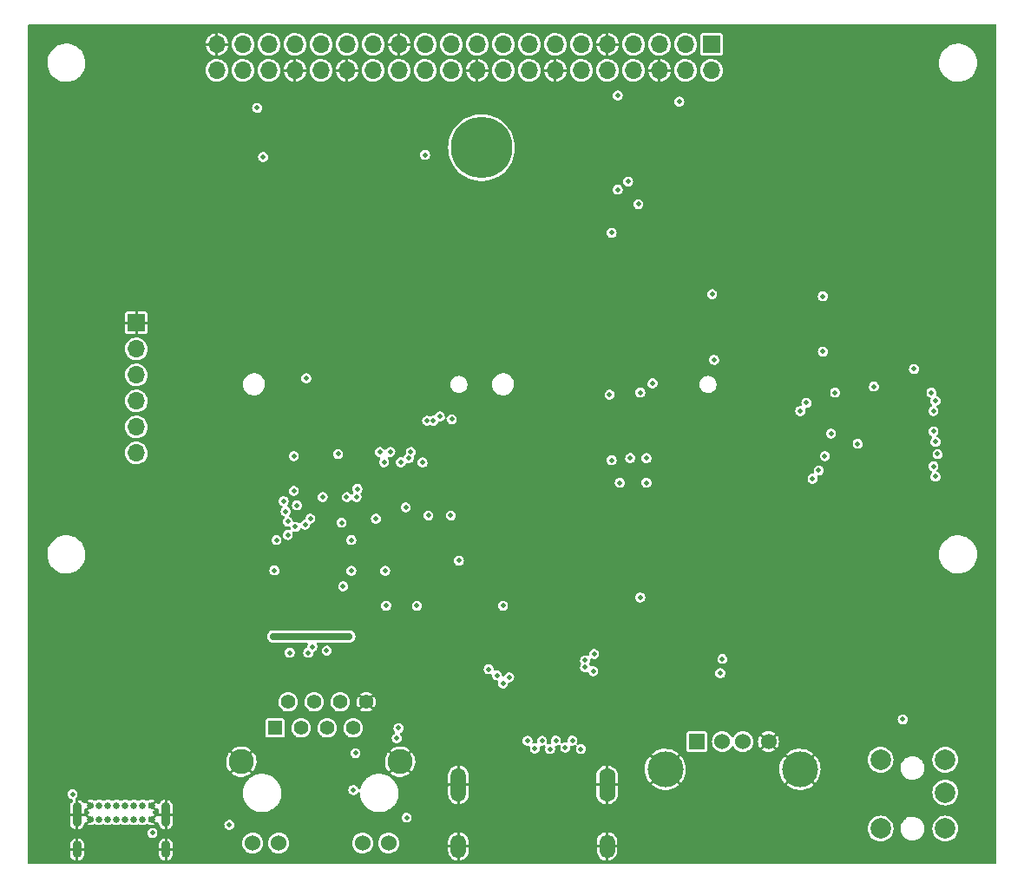
<source format=gbr>
%TF.GenerationSoftware,KiCad,Pcbnew,6.0.2-1.fc35*%
%TF.CreationDate,2022-03-30T21:24:33+02:00*%
%TF.ProjectId,dock,646f636b-2e6b-4696-9361-645f70636258,rev?*%
%TF.SameCoordinates,Original*%
%TF.FileFunction,Copper,L3,Inr*%
%TF.FilePolarity,Positive*%
%FSLAX46Y46*%
G04 Gerber Fmt 4.6, Leading zero omitted, Abs format (unit mm)*
G04 Created by KiCad (PCBNEW 6.0.2-1.fc35) date 2022-03-30 21:24:33*
%MOMM*%
%LPD*%
G01*
G04 APERTURE LIST*
%TA.AperFunction,ComponentPad*%
%ADD10O,1.500000X2.300000*%
%TD*%
%TA.AperFunction,ComponentPad*%
%ADD11O,1.600000X3.300000*%
%TD*%
%TA.AperFunction,ComponentPad*%
%ADD12O,1.500000X3.300000*%
%TD*%
%TA.AperFunction,ComponentPad*%
%ADD13R,1.524000X1.524000*%
%TD*%
%TA.AperFunction,ComponentPad*%
%ADD14C,1.524000*%
%TD*%
%TA.AperFunction,ComponentPad*%
%ADD15C,3.500000*%
%TD*%
%TA.AperFunction,ComponentPad*%
%ADD16R,1.700000X1.700000*%
%TD*%
%TA.AperFunction,ComponentPad*%
%ADD17O,1.700000X1.700000*%
%TD*%
%TA.AperFunction,ComponentPad*%
%ADD18C,2.000000*%
%TD*%
%TA.AperFunction,ComponentPad*%
%ADD19C,6.000000*%
%TD*%
%TA.AperFunction,ComponentPad*%
%ADD20C,0.650000*%
%TD*%
%TA.AperFunction,ComponentPad*%
%ADD21O,0.900000X1.700000*%
%TD*%
%TA.AperFunction,ComponentPad*%
%ADD22O,0.900000X2.400000*%
%TD*%
%TA.AperFunction,ComponentPad*%
%ADD23R,1.398000X1.398000*%
%TD*%
%TA.AperFunction,ComponentPad*%
%ADD24C,1.398000*%
%TD*%
%TA.AperFunction,ComponentPad*%
%ADD25C,1.530000*%
%TD*%
%TA.AperFunction,ComponentPad*%
%ADD26C,2.445000*%
%TD*%
%TA.AperFunction,ViaPad*%
%ADD27C,0.460000*%
%TD*%
%TA.AperFunction,Conductor*%
%ADD28C,0.700000*%
%TD*%
G04 APERTURE END LIST*
D10*
%TO.N,GND*%
%TO.C,J9*%
X169750000Y-155500000D03*
X155250000Y-155500000D03*
D11*
X169750000Y-149500000D03*
D12*
X155250000Y-149500000D03*
%TD*%
D13*
%TO.N,+5V*%
%TO.C,J6*%
X178500000Y-145272500D03*
D14*
%TO.N,USB1_HOST_N*%
X181000000Y-145272500D03*
%TO.N,USB1_HOST_P*%
X183000000Y-145272500D03*
%TO.N,GND*%
X185500000Y-145272500D03*
D15*
X175430000Y-147982500D03*
X188570000Y-147982500D03*
%TD*%
D16*
%TO.N,+3V3*%
%TO.C,J4*%
X179950000Y-77210000D03*
D17*
%TO.N,+5V*%
X179950000Y-79750000D03*
%TO.N,I2C2_SDA*%
X177410000Y-77210000D03*
%TO.N,+5V*%
X177410000Y-79750000D03*
%TO.N,I2C2_SCL*%
X174870000Y-77210000D03*
%TO.N,GND*%
X174870000Y-79750000D03*
%TO.N,GPIO0*%
X172330000Y-77210000D03*
%TO.N,UART1_TX*%
X172330000Y-79750000D03*
%TO.N,GND*%
X169790000Y-77210000D03*
%TO.N,UART1_RX*%
X169790000Y-79750000D03*
%TO.N,GPIO1*%
X167250000Y-77210000D03*
%TO.N,GPIO2*%
X167250000Y-79750000D03*
%TO.N,GPIO3*%
X164710000Y-77210000D03*
%TO.N,GND*%
X164710000Y-79750000D03*
%TO.N,GPIO4*%
X162170000Y-77210000D03*
%TO.N,GPIO5*%
X162170000Y-79750000D03*
%TO.N,+3V3*%
X159630000Y-77210000D03*
%TO.N,GPIO6*%
X159630000Y-79750000D03*
%TO.N,GPIO7*%
X157090000Y-77210000D03*
%TO.N,GND*%
X157090000Y-79750000D03*
%TO.N,GPIO8*%
X154550000Y-77210000D03*
%TO.N,GPIO9*%
X154550000Y-79750000D03*
%TO.N,GPIO10*%
X152010000Y-77210000D03*
%TO.N,SPI0_PS*%
X152010000Y-79750000D03*
%TO.N,GND*%
X149470000Y-77210000D03*
%TO.N,GPIO11*%
X149470000Y-79750000D03*
%TO.N,GPIO12*%
X146930000Y-77210000D03*
%TO.N,GPIO13*%
X146930000Y-79750000D03*
%TO.N,GPIO14*%
X144390000Y-77210000D03*
%TO.N,GND*%
X144390000Y-79750000D03*
%TO.N,GPIO15*%
X141850000Y-77210000D03*
%TO.N,GPIO16*%
X141850000Y-79750000D03*
%TO.N,GPIO17*%
X139310000Y-77210000D03*
%TO.N,GND*%
X139310000Y-79750000D03*
%TO.N,SPI0_SCLK*%
X136770000Y-77210000D03*
%TO.N,GPIO18*%
X136770000Y-79750000D03*
%TO.N,GPIO19*%
X134230000Y-77210000D03*
%TO.N,SPI0_CIPO*%
X134230000Y-79750000D03*
%TO.N,GND*%
X131690000Y-77210000D03*
%TO.N,SPI0_COPI*%
X131690000Y-79750000D03*
%TD*%
D18*
%TO.N,Net-(C5-Pad1)*%
%TO.C,J7*%
X202747566Y-150250000D03*
%TO.N,GNDA*%
X196447566Y-147050000D03*
X202752433Y-147050000D03*
%TO.N,Net-(C6-Pad1)*%
X196447566Y-153750000D03*
X202747566Y-153750000D03*
%TD*%
D19*
%TO.N,*%
%TO.C,H1*%
X157500000Y-87300000D03*
%TD*%
D16*
%TO.N,GND*%
%TO.C,J5*%
X123825000Y-104400000D03*
D17*
%TO.N,unconnected-(J5-Pad2)*%
X123825000Y-106940000D03*
%TO.N,unconnected-(J5-Pad3)*%
X123825000Y-109480000D03*
%TO.N,Net-(J5-Pad4)*%
X123825000Y-112020000D03*
%TO.N,Net-(J5-Pad5)*%
X123825000Y-114560000D03*
%TO.N,unconnected-(J5-Pad6)*%
X123825000Y-117100000D03*
%TD*%
D20*
%TO.N,GND*%
%TO.C,J3*%
X119350000Y-151500000D03*
%TO.N,Net-(FB1-Pad1)*%
X120200000Y-151500000D03*
%TO.N,Net-(J3-PadA5)*%
X121050000Y-151500000D03*
%TO.N,unconnected-(J3-PadA6)*%
X121900000Y-151500000D03*
%TO.N,unconnected-(J3-PadA7)*%
X122750000Y-151500000D03*
%TO.N,unconnected-(J3-PadA8)*%
X123600000Y-151500000D03*
%TO.N,Net-(FB1-Pad1)*%
X124450000Y-151500000D03*
%TO.N,GND*%
X125300000Y-151500000D03*
X125300000Y-152850000D03*
%TO.N,Net-(FB1-Pad1)*%
X124450000Y-152850000D03*
%TO.N,Net-(J3-PadB5)*%
X123600000Y-152850000D03*
%TO.N,unconnected-(J3-PadB6)*%
X122750000Y-152850000D03*
%TO.N,unconnected-(J3-PadB7)*%
X121900000Y-152850000D03*
%TO.N,unconnected-(J3-PadB8)*%
X121050000Y-152850000D03*
%TO.N,Net-(FB1-Pad1)*%
X120200000Y-152850000D03*
%TO.N,GND*%
X119350000Y-152850000D03*
D21*
X126700000Y-155800000D03*
X118050000Y-155800000D03*
D22*
X126700000Y-152400000D03*
X118050000Y-152400000D03*
%TD*%
D23*
%TO.N,/Ethernet/TD_P*%
%TO.C,J8*%
X137362500Y-143930000D03*
D24*
%TO.N,/Ethernet/TD_N*%
X138632500Y-141390000D03*
%TO.N,/Ethernet/RD_P*%
X139902500Y-143930000D03*
%TO.N,+3V3*%
X141172500Y-141390000D03*
X142442500Y-143930000D03*
%TO.N,/Ethernet/RD_N*%
X143712500Y-141390000D03*
%TO.N,N/C*%
X144982500Y-143930000D03*
%TO.N,GND*%
X146252500Y-141390000D03*
D25*
%TO.N,+3V3*%
X135187500Y-155180000D03*
%TO.N,Net-(J8-Pad10)*%
X137727500Y-155180000D03*
%TO.N,Net-(J8-Pad11)*%
X145897500Y-155180000D03*
%TO.N,+3V3*%
X148437500Y-155180000D03*
D26*
%TO.N,GND*%
X134067500Y-147230000D03*
X149557500Y-147230000D03*
%TD*%
D27*
%TO.N,+3V3*%
X137200000Y-135000000D03*
X190800000Y-107200000D03*
X201800000Y-116000000D03*
X159600000Y-132000000D03*
X173000000Y-131200000D03*
X148100000Y-128600000D03*
X137300000Y-128563000D03*
X151200000Y-132000000D03*
X148200000Y-132000000D03*
X145000000Y-150000000D03*
X194200000Y-116200000D03*
X144600000Y-135000000D03*
X145200000Y-146400000D03*
X190800000Y-101800000D03*
%TO.N,+5V*%
X180000000Y-101600000D03*
X180200000Y-108000000D03*
X181000000Y-137200000D03*
X180800000Y-138600000D03*
%TO.N,Net-(C5-Pad1)*%
X198600000Y-143100000D03*
%TO.N,RST_PHY*%
X145300000Y-121400000D03*
X138200000Y-121800000D03*
X140800000Y-123500000D03*
%TO.N,UART1_RX*%
X173000000Y-111200000D03*
X171800000Y-90600000D03*
X172800000Y-92800000D03*
%TO.N,SDIO1_D2*%
X151746192Y-118024308D03*
X140400000Y-109800000D03*
%TO.N,SDIO1_D0*%
X150600000Y-117000000D03*
X148600000Y-117000000D03*
%TO.N,SDIO1_CMD*%
X150400000Y-117600000D03*
X147570500Y-117000000D03*
%TO.N,SDIO1_CLK*%
X148000000Y-118000000D03*
X149629500Y-118000000D03*
%TO.N,UART1_TX*%
X170800000Y-91400000D03*
X170000000Y-111400000D03*
X170200000Y-95600000D03*
X170800000Y-82200000D03*
%TO.N,HDMI_HPD*%
X168483056Y-136716944D03*
X158200000Y-138200000D03*
%TO.N,HDMI_CEC*%
X160200000Y-139000000D03*
X168400000Y-138400000D03*
%TO.N,HDMI_SDA*%
X167609015Y-137340559D03*
X159000000Y-138800000D03*
%TO.N,HDMI_SCL*%
X167600000Y-138000000D03*
X159600000Y-139600000D03*
%TO.N,HDMI_TX2_P*%
X166368264Y-145168264D03*
X167200000Y-146000000D03*
%TO.N,GNDA*%
X195790231Y-110609769D03*
X199700000Y-108900000D03*
%TO.N,HDMI_TX1_P*%
X164768264Y-145168264D03*
X165669545Y-145843926D03*
%TO.N,HDMI_TX0_P*%
X164200000Y-146000000D03*
X163400000Y-145200000D03*
%TO.N,HDMI_CLK_P*%
X161988753Y-145188753D03*
X162704500Y-145952848D03*
%TO.N,UART0_TX*%
X153429500Y-113535629D03*
X154600000Y-113800000D03*
%TO.N,I2C2_SCL*%
X152803447Y-113945500D03*
X176800000Y-82800000D03*
%TO.N,I2C2_SDA*%
X152193945Y-113945500D03*
%TO.N,SD_DET*%
X171000000Y-120000000D03*
X174200000Y-110300000D03*
%TO.N,SD_D0*%
X173600000Y-117600000D03*
X172000000Y-117600000D03*
%TO.N,SPI0_SCLK*%
X135600000Y-83400000D03*
%TO.N,SPI0_PS*%
X136200000Y-88200000D03*
X152000000Y-88000000D03*
%TO.N,Net-(J3-PadA5)*%
X117600000Y-150400000D03*
%TO.N,SD_D3*%
X170200000Y-117800000D03*
X173600000Y-120000000D03*
%TO.N,Net-(J3-PadB5)*%
X125400000Y-154200000D03*
%TO.N,LED2*%
X149232315Y-144932315D03*
X138600000Y-125100000D03*
%TO.N,LED1*%
X139345500Y-124300000D03*
X149400000Y-143952164D03*
%TO.N,/Storage/SDIO1_D2*%
X154507858Y-123200000D03*
X152307858Y-123200000D03*
%TO.N,/Storage/SDIO1_CMD*%
X155307858Y-127600000D03*
X150107858Y-122400000D03*
%TO.N,/Ethernet/RMII_RXD0*%
X144000000Y-130100000D03*
X143850500Y-123900000D03*
%TO.N,/Ethernet/RMII_RXD1*%
X144800000Y-128600000D03*
X144800000Y-125600000D03*
%TO.N,/Ethernet/RMII_CRS_DV*%
X137500000Y-125600000D03*
X145400000Y-120600000D03*
%TO.N,/Ethernet/RMII_MDC*%
X140300000Y-124100000D03*
X147200000Y-123517000D03*
%TO.N,RMII_TXCK*%
X143504500Y-117200000D03*
X139200000Y-117400000D03*
%TO.N,GND*%
X195000000Y-95000000D03*
X130800000Y-132000000D03*
X205000000Y-90000000D03*
X195000000Y-85000000D03*
X140000000Y-155000000D03*
X152507858Y-129600000D03*
X155000000Y-135000000D03*
X205000000Y-115000000D03*
X140000000Y-128700000D03*
X148800000Y-121800000D03*
X132000000Y-127000000D03*
X187500000Y-95000000D03*
X134000000Y-136400000D03*
X130000000Y-77500000D03*
X132500000Y-125000000D03*
X163400000Y-117200000D03*
X159300000Y-150750000D03*
X150000000Y-155000000D03*
X132500000Y-110000000D03*
X142900000Y-133600000D03*
X132500000Y-85000000D03*
X155000000Y-120000000D03*
X146600000Y-119400000D03*
X127800000Y-132400000D03*
X132500000Y-100000000D03*
X155400000Y-143400000D03*
X187500000Y-120000000D03*
X187500000Y-125000000D03*
X145700000Y-117300000D03*
X136000000Y-121800000D03*
X145400000Y-133200000D03*
X142000000Y-128700000D03*
X115000000Y-120000000D03*
X148400000Y-109400000D03*
X182500000Y-85000000D03*
X203000000Y-113200000D03*
X185800000Y-117000000D03*
X132500000Y-90000000D03*
X139100000Y-133700000D03*
X152800000Y-121000000D03*
X138300000Y-117200000D03*
X133800000Y-116000000D03*
X132500000Y-120000000D03*
X205000000Y-95000000D03*
X190600000Y-114000000D03*
X168800000Y-114000000D03*
X178200000Y-106600000D03*
X162500000Y-105000000D03*
X181000000Y-147000000D03*
X138800000Y-146200000D03*
X187500000Y-140000000D03*
X156800000Y-122200000D03*
X142200000Y-122400000D03*
X195000000Y-100000000D03*
X187500000Y-90000000D03*
X205000000Y-105000000D03*
X170600000Y-137800000D03*
X183000000Y-147000000D03*
X205000000Y-130000000D03*
X133800000Y-115000000D03*
X159200000Y-113000000D03*
X182500000Y-90000000D03*
X115000000Y-145000000D03*
X158307858Y-123600000D03*
X129600000Y-129800000D03*
X195000000Y-115000000D03*
X132500000Y-140000000D03*
X181200000Y-116000000D03*
X175000000Y-92500000D03*
X134800000Y-113200000D03*
X140000000Y-126700000D03*
X142400000Y-114000000D03*
X203000000Y-115600000D03*
X125000000Y-155000000D03*
X157200000Y-83200000D03*
X158000000Y-115800000D03*
X205000000Y-110000000D03*
X155000000Y-155000000D03*
X115000000Y-100000000D03*
X132800000Y-127700000D03*
X126200000Y-142000000D03*
X195000000Y-140000000D03*
X180000000Y-113200000D03*
X143800000Y-109400000D03*
X167400000Y-114000000D03*
X149000000Y-131000000D03*
X182500000Y-120000000D03*
X164800000Y-117200000D03*
X170000000Y-155000000D03*
X133800000Y-114000000D03*
X142200000Y-109400000D03*
X152500000Y-117400000D03*
X195000000Y-77500000D03*
X115000000Y-115000000D03*
X162300000Y-150700000D03*
X205000000Y-155000000D03*
X115000000Y-140000000D03*
X132500000Y-105000000D03*
X129600000Y-146000000D03*
X205000000Y-135000000D03*
X155400000Y-141800000D03*
X132500000Y-95000000D03*
X137100000Y-131100000D03*
X155000000Y-140000000D03*
X131500000Y-128400000D03*
X163850000Y-150750000D03*
X133000000Y-132600000D03*
X156800000Y-114800000D03*
X157200000Y-92000000D03*
X145000000Y-114000000D03*
X141000000Y-126700000D03*
X115000000Y-135000000D03*
X193100000Y-143250000D03*
X150200000Y-116100000D03*
X167500000Y-100000000D03*
X132200000Y-136200000D03*
X128400000Y-151200000D03*
X182500000Y-100000000D03*
X155100000Y-129600000D03*
X115000000Y-105000000D03*
X148100000Y-126900000D03*
X205000000Y-100000000D03*
X187500000Y-85000000D03*
X140000000Y-127700000D03*
X124800000Y-136400000D03*
X205000000Y-120000000D03*
X160000000Y-155000000D03*
X203200000Y-118600000D03*
X116450000Y-154275000D03*
X190000000Y-117400000D03*
X195000000Y-125000000D03*
X148300000Y-130200000D03*
X161800000Y-117200000D03*
X205000000Y-140000000D03*
X200000000Y-105000000D03*
X175000000Y-155000000D03*
X142000000Y-127700000D03*
X115000000Y-125000000D03*
X201600000Y-113800000D03*
X192100000Y-142450000D03*
X120000000Y-77500000D03*
X195000000Y-130000000D03*
X115000000Y-85000000D03*
X205000000Y-125000000D03*
X126200000Y-141400000D03*
X145400000Y-109400000D03*
X141000000Y-127700000D03*
X195000000Y-135000000D03*
X160800000Y-150800000D03*
X205000000Y-85000000D03*
X158000000Y-113800000D03*
X142000000Y-126700000D03*
X148400000Y-120600000D03*
X141600000Y-146200000D03*
X133400000Y-126300000D03*
X170600000Y-138400000D03*
X156800000Y-115800000D03*
X195000000Y-90000000D03*
X134000000Y-132600000D03*
X125000000Y-77500000D03*
X127000000Y-132200000D03*
X146800000Y-109400000D03*
X129600000Y-146600000D03*
X160000000Y-117200000D03*
X151400000Y-125200000D03*
X147800000Y-125600000D03*
X115000000Y-95000000D03*
X166400000Y-117200000D03*
X181200000Y-115000000D03*
X181200000Y-114000000D03*
X177400000Y-106600000D03*
X155600000Y-113000000D03*
X176000000Y-100800000D03*
X165250000Y-150750000D03*
X190000000Y-155000000D03*
X136000000Y-117200000D03*
X158000000Y-114800000D03*
X115000000Y-110000000D03*
X200000000Y-77500000D03*
X180000000Y-155000000D03*
X195000000Y-120000000D03*
X144000000Y-146200000D03*
X165000000Y-155000000D03*
X141000000Y-128700000D03*
X115000000Y-90000000D03*
X156800000Y-113800000D03*
X155400000Y-122200000D03*
X185000000Y-155000000D03*
X177500000Y-90000000D03*
X115000000Y-150000000D03*
X130000000Y-127600000D03*
X120000000Y-155000000D03*
X187500000Y-100000000D03*
X141000000Y-114000000D03*
X137200000Y-119200000D03*
X187500000Y-135000000D03*
X115000000Y-130000000D03*
X143800000Y-114000000D03*
X149800000Y-109400000D03*
X151400000Y-127200000D03*
X129000000Y-136600000D03*
X170600000Y-137200000D03*
X166750000Y-150750000D03*
X129600000Y-147200000D03*
X182500000Y-95000000D03*
%TO.N,/Ethernet/TD_N*%
X138800000Y-136600000D03*
X140600000Y-136600000D03*
%TO.N,/Ethernet/RD_P*%
X141000000Y-136000000D03*
X142393767Y-136393767D03*
%TO.N,Net-(J8-Pad10)*%
X132900000Y-153400000D03*
%TO.N,Net-(J8-Pad11)*%
X150200000Y-152700000D03*
%TO.N,/Ethernet/RMII_RXER*%
X142000000Y-121400000D03*
X138600000Y-123800000D03*
X138400000Y-122800000D03*
X139500000Y-122200000D03*
%TO.N,/Ethernet/RMII_TXCK*%
X144345500Y-121400000D03*
X139200000Y-120800000D03*
%TO.N,/Storage/SD_D3*%
X190400000Y-118800000D03*
X201600000Y-118400000D03*
%TO.N,/Storage/SD_D2*%
X189800000Y-119600000D03*
X201800000Y-119400000D03*
%TO.N,/Storage/SD_D1*%
X189200000Y-112200000D03*
X201800000Y-112000000D03*
%TO.N,/Storage/SD_D0*%
X201600000Y-113000000D03*
X188600000Y-113000000D03*
%TO.N,/Storage/SD_DET*%
X201400000Y-111200000D03*
X192000000Y-111200000D03*
%TO.N,/Storage/SD_CLK*%
X191600000Y-115200000D03*
X201600000Y-115000000D03*
%TO.N,/Storage/SD_CMD*%
X191000000Y-117400000D03*
X202000000Y-117200000D03*
%TD*%
D28*
%TO.N,+3V3*%
X137200000Y-135000000D02*
X144600000Y-135000000D01*
%TD*%
%TA.AperFunction,Conductor*%
%TO.N,GND*%
G36*
X207687121Y-75275002D02*
G01*
X207733614Y-75328658D01*
X207745000Y-75381000D01*
X207745000Y-157119000D01*
X207724998Y-157187121D01*
X207671342Y-157233614D01*
X207619000Y-157245000D01*
X113381000Y-157245000D01*
X113312879Y-157224998D01*
X113266386Y-157171342D01*
X113255000Y-157119000D01*
X113255000Y-156238999D01*
X117345000Y-156238999D01*
X117345456Y-156246553D01*
X117359410Y-156361861D01*
X117363006Y-156376504D01*
X117417954Y-156521920D01*
X117424939Y-156535281D01*
X117512986Y-156663390D01*
X117522959Y-156674702D01*
X117639020Y-156778109D01*
X117651406Y-156786717D01*
X117788780Y-156859453D01*
X117802861Y-156864858D01*
X117904930Y-156890497D01*
X117919020Y-156889940D01*
X117922500Y-156881448D01*
X117922500Y-156876343D01*
X118177500Y-156876343D01*
X118181473Y-156889874D01*
X118190931Y-156891234D01*
X118290169Y-156867409D01*
X118304292Y-156862156D01*
X118442431Y-156790857D01*
X118454903Y-156782381D01*
X118572038Y-156680198D01*
X118582135Y-156668984D01*
X118671513Y-156541811D01*
X118678641Y-156528517D01*
X118735108Y-156383688D01*
X118738857Y-156369087D01*
X118754462Y-156250557D01*
X118755000Y-156242349D01*
X118755000Y-156238999D01*
X125995000Y-156238999D01*
X125995456Y-156246553D01*
X126009410Y-156361861D01*
X126013006Y-156376504D01*
X126067954Y-156521920D01*
X126074939Y-156535281D01*
X126162986Y-156663390D01*
X126172959Y-156674702D01*
X126289020Y-156778109D01*
X126301406Y-156786717D01*
X126438780Y-156859453D01*
X126452861Y-156864858D01*
X126554930Y-156890497D01*
X126569020Y-156889940D01*
X126572500Y-156881448D01*
X126572500Y-156876343D01*
X126827500Y-156876343D01*
X126831473Y-156889874D01*
X126840931Y-156891234D01*
X126940169Y-156867409D01*
X126954292Y-156862156D01*
X127092431Y-156790857D01*
X127104903Y-156782381D01*
X127222038Y-156680198D01*
X127232135Y-156668984D01*
X127321513Y-156541811D01*
X127328641Y-156528517D01*
X127385108Y-156383688D01*
X127388857Y-156369087D01*
X127404462Y-156250557D01*
X127405000Y-156242349D01*
X127405000Y-155945615D01*
X127400525Y-155930376D01*
X127399135Y-155929171D01*
X127391452Y-155927500D01*
X126845615Y-155927500D01*
X126830376Y-155931975D01*
X126829171Y-155933365D01*
X126827500Y-155941048D01*
X126827500Y-156876343D01*
X126572500Y-156876343D01*
X126572500Y-155945615D01*
X126568025Y-155930376D01*
X126566635Y-155929171D01*
X126558952Y-155927500D01*
X126013115Y-155927500D01*
X125997876Y-155931975D01*
X125996671Y-155933365D01*
X125995000Y-155941048D01*
X125995000Y-156238999D01*
X118755000Y-156238999D01*
X118755000Y-155945615D01*
X118750525Y-155930376D01*
X118749135Y-155929171D01*
X118741452Y-155927500D01*
X118195615Y-155927500D01*
X118180376Y-155931975D01*
X118179171Y-155933365D01*
X118177500Y-155941048D01*
X118177500Y-156876343D01*
X117922500Y-156876343D01*
X117922500Y-155945615D01*
X117918025Y-155930376D01*
X117916635Y-155929171D01*
X117908952Y-155927500D01*
X117363115Y-155927500D01*
X117347876Y-155931975D01*
X117346671Y-155933365D01*
X117345000Y-155941048D01*
X117345000Y-156238999D01*
X113255000Y-156238999D01*
X113255000Y-155654385D01*
X117345000Y-155654385D01*
X117349475Y-155669624D01*
X117350865Y-155670829D01*
X117358548Y-155672500D01*
X117904385Y-155672500D01*
X117919624Y-155668025D01*
X117920829Y-155666635D01*
X117922500Y-155658952D01*
X117922500Y-155654385D01*
X118177500Y-155654385D01*
X118181975Y-155669624D01*
X118183365Y-155670829D01*
X118191048Y-155672500D01*
X118736885Y-155672500D01*
X118752124Y-155668025D01*
X118753329Y-155666635D01*
X118755000Y-155658952D01*
X118755000Y-155654385D01*
X125995000Y-155654385D01*
X125999475Y-155669624D01*
X126000865Y-155670829D01*
X126008548Y-155672500D01*
X126554385Y-155672500D01*
X126569624Y-155668025D01*
X126570829Y-155666635D01*
X126572500Y-155658952D01*
X126572500Y-155654385D01*
X126827500Y-155654385D01*
X126831975Y-155669624D01*
X126833365Y-155670829D01*
X126841048Y-155672500D01*
X127386885Y-155672500D01*
X127402124Y-155668025D01*
X127403329Y-155666635D01*
X127405000Y-155658952D01*
X127405000Y-155361001D01*
X127404544Y-155353447D01*
X127390590Y-155238139D01*
X127386994Y-155223496D01*
X127365148Y-155165683D01*
X134162162Y-155165683D01*
X134178908Y-155365111D01*
X134234072Y-155557489D01*
X134236890Y-155562972D01*
X134322731Y-155730002D01*
X134322734Y-155730006D01*
X134325551Y-155735488D01*
X134449862Y-155892329D01*
X134454556Y-155896324D01*
X134522565Y-155954204D01*
X134602269Y-156022038D01*
X134607647Y-156025044D01*
X134607649Y-156025045D01*
X134689618Y-156070855D01*
X134776967Y-156119673D01*
X134967302Y-156181517D01*
X135166025Y-156205213D01*
X135172160Y-156204741D01*
X135172162Y-156204741D01*
X135359424Y-156190332D01*
X135359429Y-156190331D01*
X135365565Y-156189859D01*
X135371495Y-156188203D01*
X135371497Y-156188203D01*
X135552396Y-156137695D01*
X135552395Y-156137695D01*
X135558324Y-156136040D01*
X135563813Y-156133267D01*
X135563819Y-156133265D01*
X135731457Y-156048584D01*
X135736957Y-156045806D01*
X135772490Y-156018045D01*
X135889806Y-155926387D01*
X135894662Y-155922593D01*
X136025431Y-155771096D01*
X136124284Y-155597083D01*
X136187455Y-155407184D01*
X136212538Y-155208632D01*
X136212938Y-155180000D01*
X136211534Y-155165683D01*
X136702162Y-155165683D01*
X136718908Y-155365111D01*
X136774072Y-155557489D01*
X136776890Y-155562972D01*
X136862731Y-155730002D01*
X136862734Y-155730006D01*
X136865551Y-155735488D01*
X136989862Y-155892329D01*
X136994556Y-155896324D01*
X137062565Y-155954204D01*
X137142269Y-156022038D01*
X137147647Y-156025044D01*
X137147649Y-156025045D01*
X137229618Y-156070855D01*
X137316967Y-156119673D01*
X137507302Y-156181517D01*
X137706025Y-156205213D01*
X137712160Y-156204741D01*
X137712162Y-156204741D01*
X137899424Y-156190332D01*
X137899429Y-156190331D01*
X137905565Y-156189859D01*
X137911495Y-156188203D01*
X137911497Y-156188203D01*
X138092396Y-156137695D01*
X138092395Y-156137695D01*
X138098324Y-156136040D01*
X138103813Y-156133267D01*
X138103819Y-156133265D01*
X138271457Y-156048584D01*
X138276957Y-156045806D01*
X138312490Y-156018045D01*
X138429806Y-155926387D01*
X138434662Y-155922593D01*
X138565431Y-155771096D01*
X138664284Y-155597083D01*
X138727455Y-155407184D01*
X138752538Y-155208632D01*
X138752938Y-155180000D01*
X138751534Y-155165683D01*
X144872162Y-155165683D01*
X144888908Y-155365111D01*
X144944072Y-155557489D01*
X144946890Y-155562972D01*
X145032731Y-155730002D01*
X145032734Y-155730006D01*
X145035551Y-155735488D01*
X145159862Y-155892329D01*
X145164556Y-155896324D01*
X145232565Y-155954204D01*
X145312269Y-156022038D01*
X145317647Y-156025044D01*
X145317649Y-156025045D01*
X145399618Y-156070855D01*
X145486967Y-156119673D01*
X145677302Y-156181517D01*
X145876025Y-156205213D01*
X145882160Y-156204741D01*
X145882162Y-156204741D01*
X146069424Y-156190332D01*
X146069429Y-156190331D01*
X146075565Y-156189859D01*
X146081495Y-156188203D01*
X146081497Y-156188203D01*
X146262396Y-156137695D01*
X146262395Y-156137695D01*
X146268324Y-156136040D01*
X146273813Y-156133267D01*
X146273819Y-156133265D01*
X146441457Y-156048584D01*
X146446957Y-156045806D01*
X146482490Y-156018045D01*
X146599806Y-155926387D01*
X146604662Y-155922593D01*
X146735431Y-155771096D01*
X146834284Y-155597083D01*
X146897455Y-155407184D01*
X146922538Y-155208632D01*
X146922938Y-155180000D01*
X146921534Y-155165683D01*
X147412162Y-155165683D01*
X147428908Y-155365111D01*
X147484072Y-155557489D01*
X147486890Y-155562972D01*
X147572731Y-155730002D01*
X147572734Y-155730006D01*
X147575551Y-155735488D01*
X147699862Y-155892329D01*
X147704556Y-155896324D01*
X147772565Y-155954204D01*
X147852269Y-156022038D01*
X147857647Y-156025044D01*
X147857649Y-156025045D01*
X147939618Y-156070855D01*
X148026967Y-156119673D01*
X148217302Y-156181517D01*
X148416025Y-156205213D01*
X148422160Y-156204741D01*
X148422162Y-156204741D01*
X148609424Y-156190332D01*
X148609429Y-156190331D01*
X148615565Y-156189859D01*
X148621495Y-156188203D01*
X148621497Y-156188203D01*
X148802396Y-156137695D01*
X148802395Y-156137695D01*
X148808324Y-156136040D01*
X148813813Y-156133267D01*
X148813819Y-156133265D01*
X148981457Y-156048584D01*
X148986957Y-156045806D01*
X149022490Y-156018045D01*
X149112362Y-155947829D01*
X154245000Y-155947829D01*
X154245323Y-155954204D01*
X154259805Y-156096776D01*
X154262359Y-156109216D01*
X154319594Y-156291854D01*
X154324603Y-156303542D01*
X154417396Y-156470945D01*
X154424640Y-156481368D01*
X154549204Y-156626699D01*
X154558402Y-156635458D01*
X154709646Y-156752775D01*
X154720406Y-156759499D01*
X154892151Y-156844008D01*
X154904058Y-156848436D01*
X155089276Y-156896682D01*
X155101834Y-156898626D01*
X155104408Y-156898761D01*
X155119862Y-156895090D01*
X155119917Y-156895033D01*
X155122500Y-156884494D01*
X155122500Y-156879042D01*
X155377500Y-156879042D01*
X155381429Y-156892422D01*
X155395644Y-156894413D01*
X155494908Y-156879401D01*
X155507214Y-156876242D01*
X155686849Y-156810148D01*
X155698255Y-156804586D01*
X155860935Y-156703720D01*
X155870996Y-156695972D01*
X156010063Y-156564463D01*
X156018366Y-156554843D01*
X156128149Y-156398057D01*
X156134346Y-156386969D01*
X156210361Y-156211309D01*
X156214203Y-156199197D01*
X156253660Y-156010329D01*
X156254902Y-156000762D01*
X156254913Y-156000564D01*
X156255000Y-155997231D01*
X156255000Y-155947829D01*
X168745000Y-155947829D01*
X168745323Y-155954204D01*
X168759805Y-156096776D01*
X168762359Y-156109216D01*
X168819594Y-156291854D01*
X168824603Y-156303542D01*
X168917396Y-156470945D01*
X168924640Y-156481368D01*
X169049204Y-156626699D01*
X169058402Y-156635458D01*
X169209646Y-156752775D01*
X169220406Y-156759499D01*
X169392151Y-156844008D01*
X169404058Y-156848436D01*
X169589276Y-156896682D01*
X169601834Y-156898626D01*
X169604408Y-156898761D01*
X169619862Y-156895090D01*
X169619917Y-156895033D01*
X169622500Y-156884494D01*
X169622500Y-156879042D01*
X169877500Y-156879042D01*
X169881429Y-156892422D01*
X169895644Y-156894413D01*
X169994908Y-156879401D01*
X170007214Y-156876242D01*
X170186849Y-156810148D01*
X170198255Y-156804586D01*
X170360935Y-156703720D01*
X170370996Y-156695972D01*
X170510063Y-156564463D01*
X170518366Y-156554843D01*
X170628149Y-156398057D01*
X170634346Y-156386969D01*
X170710361Y-156211309D01*
X170714203Y-156199197D01*
X170753660Y-156010329D01*
X170754902Y-156000762D01*
X170754913Y-156000564D01*
X170755000Y-155997231D01*
X170755000Y-155645615D01*
X170750525Y-155630376D01*
X170749135Y-155629171D01*
X170741452Y-155627500D01*
X169895615Y-155627500D01*
X169880376Y-155631975D01*
X169879171Y-155633365D01*
X169877500Y-155641048D01*
X169877500Y-156879042D01*
X169622500Y-156879042D01*
X169622500Y-155645615D01*
X169618025Y-155630376D01*
X169616635Y-155629171D01*
X169608952Y-155627500D01*
X168763115Y-155627500D01*
X168747876Y-155631975D01*
X168746671Y-155633365D01*
X168745000Y-155641048D01*
X168745000Y-155947829D01*
X156255000Y-155947829D01*
X156255000Y-155645615D01*
X156250525Y-155630376D01*
X156249135Y-155629171D01*
X156241452Y-155627500D01*
X155395615Y-155627500D01*
X155380376Y-155631975D01*
X155379171Y-155633365D01*
X155377500Y-155641048D01*
X155377500Y-156879042D01*
X155122500Y-156879042D01*
X155122500Y-155645615D01*
X155118025Y-155630376D01*
X155116635Y-155629171D01*
X155108952Y-155627500D01*
X154263115Y-155627500D01*
X154247876Y-155631975D01*
X154246671Y-155633365D01*
X154245000Y-155641048D01*
X154245000Y-155947829D01*
X149112362Y-155947829D01*
X149139806Y-155926387D01*
X149144662Y-155922593D01*
X149275431Y-155771096D01*
X149374284Y-155597083D01*
X149437455Y-155407184D01*
X149444125Y-155354385D01*
X154245000Y-155354385D01*
X154249475Y-155369624D01*
X154250865Y-155370829D01*
X154258548Y-155372500D01*
X155104385Y-155372500D01*
X155119624Y-155368025D01*
X155120829Y-155366635D01*
X155122500Y-155358952D01*
X155122500Y-155354385D01*
X155377500Y-155354385D01*
X155381975Y-155369624D01*
X155383365Y-155370829D01*
X155391048Y-155372500D01*
X156236885Y-155372500D01*
X156252124Y-155368025D01*
X156253329Y-155366635D01*
X156255000Y-155358952D01*
X156255000Y-155354385D01*
X168745000Y-155354385D01*
X168749475Y-155369624D01*
X168750865Y-155370829D01*
X168758548Y-155372500D01*
X169604385Y-155372500D01*
X169619624Y-155368025D01*
X169620829Y-155366635D01*
X169622500Y-155358952D01*
X169622500Y-155354385D01*
X169877500Y-155354385D01*
X169881975Y-155369624D01*
X169883365Y-155370829D01*
X169891048Y-155372500D01*
X170736885Y-155372500D01*
X170752124Y-155368025D01*
X170753329Y-155366635D01*
X170755000Y-155358952D01*
X170755000Y-155052171D01*
X170754677Y-155045796D01*
X170740195Y-154903224D01*
X170737641Y-154890784D01*
X170680406Y-154708146D01*
X170675397Y-154696458D01*
X170582604Y-154529055D01*
X170575360Y-154518632D01*
X170450796Y-154373301D01*
X170441598Y-154364542D01*
X170290354Y-154247225D01*
X170279594Y-154240501D01*
X170107849Y-154155992D01*
X170095942Y-154151564D01*
X169910724Y-154103318D01*
X169898166Y-154101374D01*
X169895592Y-154101239D01*
X169880138Y-154104910D01*
X169880083Y-154104967D01*
X169877500Y-154115506D01*
X169877500Y-155354385D01*
X169622500Y-155354385D01*
X169622500Y-154120958D01*
X169618571Y-154107578D01*
X169604356Y-154105587D01*
X169505092Y-154120599D01*
X169492786Y-154123758D01*
X169313151Y-154189852D01*
X169301745Y-154195414D01*
X169139065Y-154296280D01*
X169129004Y-154304028D01*
X168989937Y-154435537D01*
X168981634Y-154445157D01*
X168871851Y-154601943D01*
X168865654Y-154613031D01*
X168789639Y-154788691D01*
X168785797Y-154800803D01*
X168746340Y-154989671D01*
X168745098Y-154999238D01*
X168745087Y-154999436D01*
X168745000Y-155002769D01*
X168745000Y-155354385D01*
X156255000Y-155354385D01*
X156255000Y-155052171D01*
X156254677Y-155045796D01*
X156240195Y-154903224D01*
X156237641Y-154890784D01*
X156180406Y-154708146D01*
X156175397Y-154696458D01*
X156082604Y-154529055D01*
X156075360Y-154518632D01*
X155950796Y-154373301D01*
X155941598Y-154364542D01*
X155790354Y-154247225D01*
X155779594Y-154240501D01*
X155607849Y-154155992D01*
X155595942Y-154151564D01*
X155410724Y-154103318D01*
X155398166Y-154101374D01*
X155395592Y-154101239D01*
X155380138Y-154104910D01*
X155380083Y-154104967D01*
X155377500Y-154115506D01*
X155377500Y-155354385D01*
X155122500Y-155354385D01*
X155122500Y-154120958D01*
X155118571Y-154107578D01*
X155104356Y-154105587D01*
X155005092Y-154120599D01*
X154992786Y-154123758D01*
X154813151Y-154189852D01*
X154801745Y-154195414D01*
X154639065Y-154296280D01*
X154629004Y-154304028D01*
X154489937Y-154435537D01*
X154481634Y-154445157D01*
X154371851Y-154601943D01*
X154365654Y-154613031D01*
X154289639Y-154788691D01*
X154285797Y-154800803D01*
X154246340Y-154989671D01*
X154245098Y-154999238D01*
X154245087Y-154999436D01*
X154245000Y-155002769D01*
X154245000Y-155354385D01*
X149444125Y-155354385D01*
X149462538Y-155208632D01*
X149462938Y-155180000D01*
X149443409Y-154980825D01*
X149385565Y-154789236D01*
X149355446Y-154732591D01*
X149294505Y-154617977D01*
X149294503Y-154617975D01*
X149291609Y-154612531D01*
X149215027Y-154518632D01*
X149169016Y-154462216D01*
X149169013Y-154462213D01*
X149165121Y-154457441D01*
X149160372Y-154453512D01*
X149015668Y-154333802D01*
X149015664Y-154333800D01*
X149010918Y-154329873D01*
X148834873Y-154234686D01*
X148643693Y-154175506D01*
X148637568Y-154174862D01*
X148637567Y-154174862D01*
X148450788Y-154155231D01*
X148450786Y-154155231D01*
X148444659Y-154154587D01*
X148360606Y-154162236D01*
X148251491Y-154172166D01*
X148251488Y-154172167D01*
X148245352Y-154172725D01*
X148053364Y-154229230D01*
X148047906Y-154232083D01*
X148047902Y-154232085D01*
X148004933Y-154254549D01*
X147876008Y-154321950D01*
X147720039Y-154447353D01*
X147591397Y-154600661D01*
X147494984Y-154776037D01*
X147493123Y-154781904D01*
X147493122Y-154781906D01*
X147484482Y-154809143D01*
X147434470Y-154966799D01*
X147412162Y-155165683D01*
X146921534Y-155165683D01*
X146903409Y-154980825D01*
X146845565Y-154789236D01*
X146815446Y-154732591D01*
X146754505Y-154617977D01*
X146754503Y-154617975D01*
X146751609Y-154612531D01*
X146675027Y-154518632D01*
X146629016Y-154462216D01*
X146629013Y-154462213D01*
X146625121Y-154457441D01*
X146620372Y-154453512D01*
X146475668Y-154333802D01*
X146475664Y-154333800D01*
X146470918Y-154329873D01*
X146294873Y-154234686D01*
X146103693Y-154175506D01*
X146097568Y-154174862D01*
X146097567Y-154174862D01*
X145910788Y-154155231D01*
X145910786Y-154155231D01*
X145904659Y-154154587D01*
X145820606Y-154162236D01*
X145711491Y-154172166D01*
X145711488Y-154172167D01*
X145705352Y-154172725D01*
X145513364Y-154229230D01*
X145507906Y-154232083D01*
X145507902Y-154232085D01*
X145464933Y-154254549D01*
X145336008Y-154321950D01*
X145180039Y-154447353D01*
X145051397Y-154600661D01*
X144954984Y-154776037D01*
X144953123Y-154781904D01*
X144953122Y-154781906D01*
X144944482Y-154809143D01*
X144894470Y-154966799D01*
X144872162Y-155165683D01*
X138751534Y-155165683D01*
X138733409Y-154980825D01*
X138675565Y-154789236D01*
X138645446Y-154732591D01*
X138584505Y-154617977D01*
X138584503Y-154617975D01*
X138581609Y-154612531D01*
X138505027Y-154518632D01*
X138459016Y-154462216D01*
X138459013Y-154462213D01*
X138455121Y-154457441D01*
X138450372Y-154453512D01*
X138305668Y-154333802D01*
X138305664Y-154333800D01*
X138300918Y-154329873D01*
X138124873Y-154234686D01*
X137933693Y-154175506D01*
X137927568Y-154174862D01*
X137927567Y-154174862D01*
X137740788Y-154155231D01*
X137740786Y-154155231D01*
X137734659Y-154154587D01*
X137650606Y-154162236D01*
X137541491Y-154172166D01*
X137541488Y-154172167D01*
X137535352Y-154172725D01*
X137343364Y-154229230D01*
X137337906Y-154232083D01*
X137337902Y-154232085D01*
X137294933Y-154254549D01*
X137166008Y-154321950D01*
X137010039Y-154447353D01*
X136881397Y-154600661D01*
X136784984Y-154776037D01*
X136783123Y-154781904D01*
X136783122Y-154781906D01*
X136774482Y-154809143D01*
X136724470Y-154966799D01*
X136702162Y-155165683D01*
X136211534Y-155165683D01*
X136193409Y-154980825D01*
X136135565Y-154789236D01*
X136105446Y-154732591D01*
X136044505Y-154617977D01*
X136044503Y-154617975D01*
X136041609Y-154612531D01*
X135965027Y-154518632D01*
X135919016Y-154462216D01*
X135919013Y-154462213D01*
X135915121Y-154457441D01*
X135910372Y-154453512D01*
X135765668Y-154333802D01*
X135765664Y-154333800D01*
X135760918Y-154329873D01*
X135584873Y-154234686D01*
X135393693Y-154175506D01*
X135387568Y-154174862D01*
X135387567Y-154174862D01*
X135200788Y-154155231D01*
X135200786Y-154155231D01*
X135194659Y-154154587D01*
X135110606Y-154162236D01*
X135001491Y-154172166D01*
X135001488Y-154172167D01*
X134995352Y-154172725D01*
X134803364Y-154229230D01*
X134797906Y-154232083D01*
X134797902Y-154232085D01*
X134754933Y-154254549D01*
X134626008Y-154321950D01*
X134470039Y-154447353D01*
X134341397Y-154600661D01*
X134244984Y-154776037D01*
X134243123Y-154781904D01*
X134243122Y-154781906D01*
X134234482Y-154809143D01*
X134184470Y-154966799D01*
X134162162Y-155165683D01*
X127365148Y-155165683D01*
X127332046Y-155078080D01*
X127325061Y-155064719D01*
X127237014Y-154936610D01*
X127227041Y-154925298D01*
X127110980Y-154821891D01*
X127098594Y-154813283D01*
X126961220Y-154740547D01*
X126947139Y-154735142D01*
X126845070Y-154709503D01*
X126830980Y-154710060D01*
X126827500Y-154718552D01*
X126827500Y-155654385D01*
X126572500Y-155654385D01*
X126572500Y-154723657D01*
X126568527Y-154710126D01*
X126559069Y-154708766D01*
X126459831Y-154732591D01*
X126445708Y-154737844D01*
X126307569Y-154809143D01*
X126295097Y-154817619D01*
X126177962Y-154919802D01*
X126167865Y-154931016D01*
X126078487Y-155058189D01*
X126071359Y-155071483D01*
X126014892Y-155216312D01*
X126011143Y-155230913D01*
X125995538Y-155349443D01*
X125995000Y-155357651D01*
X125995000Y-155654385D01*
X118755000Y-155654385D01*
X118755000Y-155361001D01*
X118754544Y-155353447D01*
X118740590Y-155238139D01*
X118736994Y-155223496D01*
X118682046Y-155078080D01*
X118675061Y-155064719D01*
X118587014Y-154936610D01*
X118577041Y-154925298D01*
X118460980Y-154821891D01*
X118448594Y-154813283D01*
X118311220Y-154740547D01*
X118297139Y-154735142D01*
X118195070Y-154709503D01*
X118180980Y-154710060D01*
X118177500Y-154718552D01*
X118177500Y-155654385D01*
X117922500Y-155654385D01*
X117922500Y-154723657D01*
X117918527Y-154710126D01*
X117909069Y-154708766D01*
X117809831Y-154732591D01*
X117795708Y-154737844D01*
X117657569Y-154809143D01*
X117645097Y-154817619D01*
X117527962Y-154919802D01*
X117517865Y-154931016D01*
X117428487Y-155058189D01*
X117421359Y-155071483D01*
X117364892Y-155216312D01*
X117361143Y-155230913D01*
X117345538Y-155349443D01*
X117345000Y-155357651D01*
X117345000Y-155654385D01*
X113255000Y-155654385D01*
X113255000Y-154194008D01*
X124909544Y-154194008D01*
X124910708Y-154202910D01*
X124910708Y-154202913D01*
X124923931Y-154304028D01*
X124927576Y-154331903D01*
X124983585Y-154459195D01*
X125073070Y-154565651D01*
X125188837Y-154642712D01*
X125321579Y-154684183D01*
X125330551Y-154684347D01*
X125330554Y-154684348D01*
X125393554Y-154685502D01*
X125460626Y-154686732D01*
X125527712Y-154668442D01*
X125586135Y-154652514D01*
X125586136Y-154652514D01*
X125594798Y-154650152D01*
X125602448Y-154645455D01*
X125602450Y-154645454D01*
X125705659Y-154582084D01*
X125705662Y-154582081D01*
X125713311Y-154577385D01*
X125719428Y-154570628D01*
X125800609Y-154480940D01*
X125800610Y-154480939D01*
X125806637Y-154474280D01*
X125814796Y-154457441D01*
X125863359Y-154357206D01*
X125867274Y-154349126D01*
X125884932Y-154244171D01*
X125889541Y-154216777D01*
X125889541Y-154216772D01*
X125890347Y-154211984D01*
X125890493Y-154200000D01*
X125870778Y-154062335D01*
X125841998Y-153999036D01*
X125816933Y-153943909D01*
X125816932Y-153943907D01*
X125813217Y-153935737D01*
X125757695Y-153871300D01*
X125728301Y-153837186D01*
X125728300Y-153837185D01*
X125722438Y-153830382D01*
X125605738Y-153754742D01*
X125472499Y-153714895D01*
X125463523Y-153714840D01*
X125463522Y-153714840D01*
X125405662Y-153714486D01*
X125333432Y-153714045D01*
X125284223Y-153728109D01*
X125208348Y-153749794D01*
X125208346Y-153749795D01*
X125199717Y-153752261D01*
X125082102Y-153826471D01*
X124990042Y-153930708D01*
X124930939Y-154056594D01*
X124929559Y-154065460D01*
X124929558Y-154065462D01*
X124910925Y-154185135D01*
X124910925Y-154185139D01*
X124909544Y-154194008D01*
X113255000Y-154194008D01*
X113255000Y-153188999D01*
X117345000Y-153188999D01*
X117345456Y-153196553D01*
X117359410Y-153311861D01*
X117363006Y-153326504D01*
X117417954Y-153471920D01*
X117424939Y-153485281D01*
X117512986Y-153613390D01*
X117522959Y-153624702D01*
X117639020Y-153728109D01*
X117651406Y-153736717D01*
X117788780Y-153809453D01*
X117802861Y-153814858D01*
X117904930Y-153840497D01*
X117919020Y-153839940D01*
X117922500Y-153831448D01*
X117922500Y-153826343D01*
X118177500Y-153826343D01*
X118181473Y-153839874D01*
X118190931Y-153841234D01*
X118290169Y-153817409D01*
X118304292Y-153812156D01*
X118442431Y-153740857D01*
X118454903Y-153732381D01*
X118572038Y-153630198D01*
X118582135Y-153618984D01*
X118671513Y-153491811D01*
X118678641Y-153478517D01*
X118735108Y-153333688D01*
X118738857Y-153319086D01*
X118745708Y-153267048D01*
X118774430Y-153202121D01*
X118833695Y-153163029D01*
X118848665Y-153161239D01*
X118870593Y-153149095D01*
X119156876Y-152862812D01*
X119164490Y-152848868D01*
X119164359Y-152847035D01*
X119160108Y-152840420D01*
X118870865Y-152551177D01*
X118856921Y-152543562D01*
X118824754Y-152545863D01*
X118755380Y-152530772D01*
X118754872Y-152530419D01*
X118741452Y-152527500D01*
X118195615Y-152527500D01*
X118180376Y-152531975D01*
X118179171Y-152533365D01*
X118177500Y-152541048D01*
X118177500Y-153826343D01*
X117922500Y-153826343D01*
X117922500Y-152545615D01*
X117918025Y-152530376D01*
X117916635Y-152529171D01*
X117908952Y-152527500D01*
X117363115Y-152527500D01*
X117347876Y-152531975D01*
X117346671Y-152533365D01*
X117345000Y-152541048D01*
X117345000Y-153188999D01*
X113255000Y-153188999D01*
X113255000Y-152358617D01*
X119044273Y-152358617D01*
X119050905Y-152370593D01*
X119337188Y-152656876D01*
X119351132Y-152664490D01*
X119352965Y-152664359D01*
X119359580Y-152660108D01*
X119419463Y-152600225D01*
X119481775Y-152566199D01*
X119552590Y-152571264D01*
X119609426Y-152613811D01*
X119634237Y-152680331D01*
X119633481Y-152705757D01*
X119632838Y-152710644D01*
X119604121Y-152775573D01*
X119597010Y-152783302D01*
X119543124Y-152837188D01*
X119535510Y-152851132D01*
X119535641Y-152852965D01*
X119539892Y-152859580D01*
X119597010Y-152916698D01*
X119631036Y-152979010D01*
X119632838Y-152989356D01*
X119633481Y-152994243D01*
X119622536Y-153064391D01*
X119575404Y-153117486D01*
X119507049Y-153136671D01*
X119439173Y-153115854D01*
X119419463Y-153099775D01*
X119362812Y-153043124D01*
X119348868Y-153035510D01*
X119347035Y-153035641D01*
X119340420Y-153039892D01*
X119051176Y-153329136D01*
X119044295Y-153341737D01*
X119052068Y-153352249D01*
X119065129Y-153359790D01*
X119190959Y-153411910D01*
X119206779Y-153416149D01*
X119341812Y-153433927D01*
X119358188Y-153433927D01*
X119493221Y-153416149D01*
X119509041Y-153411910D01*
X119634871Y-153359790D01*
X119647693Y-153352387D01*
X119662615Y-153331952D01*
X119718940Y-153288732D01*
X119789691Y-153282826D01*
X119841078Y-153306294D01*
X119907245Y-153357066D01*
X120048459Y-153415558D01*
X120200000Y-153435509D01*
X120351541Y-153415558D01*
X120492755Y-153357066D01*
X120548295Y-153314448D01*
X120614515Y-153288847D01*
X120684064Y-153303111D01*
X120701705Y-153314448D01*
X120757245Y-153357066D01*
X120898459Y-153415558D01*
X121050000Y-153435509D01*
X121201541Y-153415558D01*
X121342755Y-153357066D01*
X121398295Y-153314448D01*
X121464515Y-153288847D01*
X121534064Y-153303111D01*
X121551705Y-153314448D01*
X121607245Y-153357066D01*
X121748459Y-153415558D01*
X121900000Y-153435509D01*
X122051541Y-153415558D01*
X122192755Y-153357066D01*
X122248295Y-153314448D01*
X122314515Y-153288847D01*
X122384064Y-153303111D01*
X122401705Y-153314448D01*
X122457245Y-153357066D01*
X122598459Y-153415558D01*
X122750000Y-153435509D01*
X122901541Y-153415558D01*
X123042755Y-153357066D01*
X123098295Y-153314448D01*
X123164515Y-153288847D01*
X123234064Y-153303111D01*
X123251705Y-153314448D01*
X123307245Y-153357066D01*
X123448459Y-153415558D01*
X123600000Y-153435509D01*
X123751541Y-153415558D01*
X123892755Y-153357066D01*
X123948295Y-153314448D01*
X124014515Y-153288847D01*
X124084064Y-153303111D01*
X124101705Y-153314448D01*
X124157245Y-153357066D01*
X124298459Y-153415558D01*
X124450000Y-153435509D01*
X124601541Y-153415558D01*
X124742755Y-153357066D01*
X124785504Y-153324263D01*
X124808713Y-153306454D01*
X124874934Y-153280853D01*
X124944482Y-153295117D01*
X124986734Y-153331509D01*
X125002069Y-153352250D01*
X125015129Y-153359790D01*
X125140959Y-153411910D01*
X125156779Y-153416149D01*
X125291812Y-153433927D01*
X125308188Y-153433927D01*
X125443221Y-153416149D01*
X125459041Y-153411910D01*
X125584871Y-153359790D01*
X125597694Y-153352387D01*
X125605728Y-153341384D01*
X125599096Y-153329408D01*
X125312812Y-153043124D01*
X125298868Y-153035510D01*
X125297035Y-153035641D01*
X125290420Y-153039892D01*
X125230537Y-153099775D01*
X125168225Y-153133801D01*
X125097410Y-153128736D01*
X125040574Y-153086189D01*
X125015763Y-153019669D01*
X125016519Y-152994243D01*
X125017162Y-152989356D01*
X125045879Y-152924427D01*
X125052990Y-152916698D01*
X125106876Y-152862812D01*
X125113254Y-152851132D01*
X125485510Y-152851132D01*
X125485641Y-152852965D01*
X125489892Y-152859580D01*
X125779135Y-153148823D01*
X125791736Y-153155704D01*
X125800191Y-153149453D01*
X125866858Y-153125039D01*
X125936141Y-153140543D01*
X125986043Y-153191044D01*
X126000185Y-153235632D01*
X126009410Y-153311861D01*
X126013006Y-153326504D01*
X126067954Y-153471920D01*
X126074939Y-153485281D01*
X126162986Y-153613390D01*
X126172959Y-153624702D01*
X126289020Y-153728109D01*
X126301406Y-153736717D01*
X126438780Y-153809453D01*
X126452861Y-153814858D01*
X126554930Y-153840497D01*
X126569020Y-153839940D01*
X126572500Y-153831448D01*
X126572500Y-153826343D01*
X126827500Y-153826343D01*
X126831473Y-153839874D01*
X126840931Y-153841234D01*
X126940169Y-153817409D01*
X126954292Y-153812156D01*
X127092431Y-153740857D01*
X127104903Y-153732381D01*
X127222038Y-153630198D01*
X127232135Y-153618984D01*
X127321513Y-153491811D01*
X127328641Y-153478517D01*
X127361590Y-153394008D01*
X132409544Y-153394008D01*
X132410708Y-153402910D01*
X132410708Y-153402913D01*
X132412362Y-153415558D01*
X132427576Y-153531903D01*
X132483585Y-153659195D01*
X132531765Y-153716512D01*
X132561815Y-153752261D01*
X132573070Y-153765651D01*
X132580547Y-153770628D01*
X132664439Y-153826471D01*
X132688837Y-153842712D01*
X132720212Y-153852514D01*
X132798479Y-153876966D01*
X132821579Y-153884183D01*
X132830551Y-153884347D01*
X132830554Y-153884348D01*
X132893554Y-153885502D01*
X132960626Y-153886732D01*
X133038426Y-153865521D01*
X133086135Y-153852514D01*
X133086136Y-153852514D01*
X133094798Y-153850152D01*
X133102448Y-153845455D01*
X133102450Y-153845454D01*
X133205659Y-153782084D01*
X133205662Y-153782081D01*
X133213311Y-153777385D01*
X133219428Y-153770628D01*
X133238099Y-153750000D01*
X195187270Y-153750000D01*
X195206417Y-153968848D01*
X195207841Y-153974162D01*
X195207841Y-153974163D01*
X195256562Y-154155992D01*
X195263275Y-154181047D01*
X195265597Y-154186027D01*
X195265598Y-154186029D01*
X195348841Y-154364542D01*
X195356118Y-154380148D01*
X195482123Y-154560103D01*
X195637463Y-154715443D01*
X195817418Y-154841448D01*
X195822396Y-154843769D01*
X195822399Y-154843771D01*
X196011537Y-154931968D01*
X196016519Y-154934291D01*
X196021827Y-154935713D01*
X196021829Y-154935714D01*
X196223403Y-154989725D01*
X196223404Y-154989725D01*
X196228718Y-154991149D01*
X196447566Y-155010296D01*
X196666414Y-154991149D01*
X196671728Y-154989725D01*
X196671729Y-154989725D01*
X196873303Y-154935714D01*
X196873305Y-154935713D01*
X196878613Y-154934291D01*
X196883595Y-154931968D01*
X197072733Y-154843771D01*
X197072736Y-154843769D01*
X197077714Y-154841448D01*
X197257669Y-154715443D01*
X197413009Y-154560103D01*
X197539014Y-154380148D01*
X197546292Y-154364542D01*
X197629534Y-154186029D01*
X197629535Y-154186027D01*
X197631857Y-154181047D01*
X197638571Y-154155992D01*
X197687291Y-153974163D01*
X197687291Y-153974162D01*
X197688715Y-153968848D01*
X197699896Y-153841048D01*
X198390693Y-153841048D01*
X198391672Y-153846745D01*
X198391672Y-153846746D01*
X198398543Y-153886732D01*
X198426657Y-154050347D01*
X198500161Y-154249587D01*
X198503113Y-154254548D01*
X198503113Y-154254549D01*
X198559381Y-154349126D01*
X198608742Y-154432095D01*
X198748765Y-154591761D01*
X198915540Y-154723235D01*
X198920651Y-154725924D01*
X198920654Y-154725926D01*
X198951208Y-154742001D01*
X199103481Y-154822116D01*
X199306295Y-154885091D01*
X199312032Y-154885770D01*
X199475042Y-154905064D01*
X199475049Y-154905064D01*
X199478729Y-154905500D01*
X199601436Y-154905500D01*
X199687715Y-154897572D01*
X199753287Y-154891547D01*
X199753290Y-154891546D01*
X199759041Y-154891018D01*
X199764598Y-154889451D01*
X199764602Y-154889450D01*
X199957875Y-154834941D01*
X199957877Y-154834940D01*
X199963434Y-154833373D01*
X199968609Y-154830821D01*
X199968614Y-154830819D01*
X200148718Y-154742001D01*
X200153899Y-154739446D01*
X200180399Y-154719658D01*
X200319435Y-154615835D01*
X200319436Y-154615834D01*
X200324059Y-154612382D01*
X200468213Y-154456437D01*
X200486704Y-154427130D01*
X200578456Y-154281713D01*
X200581535Y-154276833D01*
X200660228Y-154079586D01*
X200701659Y-153871300D01*
X200701981Y-153846746D01*
X200703247Y-153750000D01*
X201487270Y-153750000D01*
X201506417Y-153968848D01*
X201507841Y-153974162D01*
X201507841Y-153974163D01*
X201556562Y-154155992D01*
X201563275Y-154181047D01*
X201565597Y-154186027D01*
X201565598Y-154186029D01*
X201648841Y-154364542D01*
X201656118Y-154380148D01*
X201782123Y-154560103D01*
X201937463Y-154715443D01*
X202117418Y-154841448D01*
X202122396Y-154843769D01*
X202122399Y-154843771D01*
X202311537Y-154931968D01*
X202316519Y-154934291D01*
X202321827Y-154935713D01*
X202321829Y-154935714D01*
X202523403Y-154989725D01*
X202523404Y-154989725D01*
X202528718Y-154991149D01*
X202747566Y-155010296D01*
X202966414Y-154991149D01*
X202971728Y-154989725D01*
X202971729Y-154989725D01*
X203173303Y-154935714D01*
X203173305Y-154935713D01*
X203178613Y-154934291D01*
X203183595Y-154931968D01*
X203372733Y-154843771D01*
X203372736Y-154843769D01*
X203377714Y-154841448D01*
X203557669Y-154715443D01*
X203713009Y-154560103D01*
X203839014Y-154380148D01*
X203846292Y-154364542D01*
X203929534Y-154186029D01*
X203929535Y-154186027D01*
X203931857Y-154181047D01*
X203938571Y-154155992D01*
X203987291Y-153974163D01*
X203987291Y-153974162D01*
X203988715Y-153968848D01*
X204007862Y-153750000D01*
X203988715Y-153531152D01*
X203958031Y-153416636D01*
X203933280Y-153324263D01*
X203933279Y-153324261D01*
X203931857Y-153318953D01*
X203906240Y-153264017D01*
X203841337Y-153124833D01*
X203841335Y-153124830D01*
X203839014Y-153119852D01*
X203713009Y-152939897D01*
X203557669Y-152784557D01*
X203377714Y-152658552D01*
X203372736Y-152656231D01*
X203372733Y-152656229D01*
X203183595Y-152568032D01*
X203183593Y-152568031D01*
X203178613Y-152565709D01*
X203173305Y-152564287D01*
X203173303Y-152564286D01*
X202971729Y-152510275D01*
X202971728Y-152510275D01*
X202966414Y-152508851D01*
X202747566Y-152489704D01*
X202528718Y-152508851D01*
X202523404Y-152510275D01*
X202523403Y-152510275D01*
X202321829Y-152564286D01*
X202321827Y-152564287D01*
X202316519Y-152565709D01*
X202311539Y-152568031D01*
X202311537Y-152568032D01*
X202122399Y-152656229D01*
X202122396Y-152656231D01*
X202117418Y-152658552D01*
X201937463Y-152784557D01*
X201782123Y-152939897D01*
X201656118Y-153119852D01*
X201653797Y-153124830D01*
X201653795Y-153124833D01*
X201588892Y-153264017D01*
X201563275Y-153318953D01*
X201561853Y-153324261D01*
X201561852Y-153324263D01*
X201537101Y-153416636D01*
X201506417Y-153531152D01*
X201487270Y-153750000D01*
X200703247Y-153750000D01*
X200703685Y-153716512D01*
X200704439Y-153658952D01*
X200684047Y-153540274D01*
X200669454Y-153455350D01*
X200669454Y-153455349D01*
X200668475Y-153449653D01*
X200594971Y-153250413D01*
X200559650Y-153191044D01*
X200489344Y-153072870D01*
X200489343Y-153072869D01*
X200486390Y-153067905D01*
X200346367Y-152908239D01*
X200179592Y-152776765D01*
X200174481Y-152774076D01*
X200174478Y-152774074D01*
X200047229Y-152707125D01*
X199991651Y-152677884D01*
X199788837Y-152614909D01*
X199774437Y-152613205D01*
X199620090Y-152594936D01*
X199620083Y-152594936D01*
X199616403Y-152594500D01*
X199493696Y-152594500D01*
X199407417Y-152602428D01*
X199341845Y-152608453D01*
X199341842Y-152608454D01*
X199336091Y-152608982D01*
X199330534Y-152610549D01*
X199330530Y-152610550D01*
X199137257Y-152665059D01*
X199137255Y-152665060D01*
X199131698Y-152666627D01*
X199126523Y-152669179D01*
X199126518Y-152669181D01*
X198946414Y-152757999D01*
X198941233Y-152760554D01*
X198936607Y-152764008D01*
X198936606Y-152764009D01*
X198804292Y-152862812D01*
X198771073Y-152887618D01*
X198698556Y-152966067D01*
X198636497Y-153033202D01*
X198626919Y-153043563D01*
X198623838Y-153048446D01*
X198581627Y-153115347D01*
X198513597Y-153223167D01*
X198434904Y-153420414D01*
X198393473Y-153628700D01*
X198393397Y-153634475D01*
X198393397Y-153634479D01*
X198392323Y-153716512D01*
X198390693Y-153841048D01*
X197699896Y-153841048D01*
X197707862Y-153750000D01*
X197688715Y-153531152D01*
X197658031Y-153416636D01*
X197633280Y-153324263D01*
X197633279Y-153324261D01*
X197631857Y-153318953D01*
X197606240Y-153264017D01*
X197541337Y-153124833D01*
X197541335Y-153124830D01*
X197539014Y-153119852D01*
X197413009Y-152939897D01*
X197257669Y-152784557D01*
X197077714Y-152658552D01*
X197072736Y-152656231D01*
X197072733Y-152656229D01*
X196883595Y-152568032D01*
X196883593Y-152568031D01*
X196878613Y-152565709D01*
X196873305Y-152564287D01*
X196873303Y-152564286D01*
X196671729Y-152510275D01*
X196671728Y-152510275D01*
X196666414Y-152508851D01*
X196447566Y-152489704D01*
X196228718Y-152508851D01*
X196223404Y-152510275D01*
X196223403Y-152510275D01*
X196021829Y-152564286D01*
X196021827Y-152564287D01*
X196016519Y-152565709D01*
X196011539Y-152568031D01*
X196011537Y-152568032D01*
X195822399Y-152656229D01*
X195822396Y-152656231D01*
X195817418Y-152658552D01*
X195637463Y-152784557D01*
X195482123Y-152939897D01*
X195356118Y-153119852D01*
X195353797Y-153124830D01*
X195353795Y-153124833D01*
X195288892Y-153264017D01*
X195263275Y-153318953D01*
X195261853Y-153324261D01*
X195261852Y-153324263D01*
X195237101Y-153416636D01*
X195206417Y-153531152D01*
X195187270Y-153750000D01*
X133238099Y-153750000D01*
X133300609Y-153680940D01*
X133300610Y-153680939D01*
X133306637Y-153674280D01*
X133314064Y-153658952D01*
X133363359Y-153557206D01*
X133367274Y-153549126D01*
X133386389Y-153435509D01*
X133389541Y-153416777D01*
X133389541Y-153416772D01*
X133390347Y-153411984D01*
X133390493Y-153400000D01*
X133370778Y-153262335D01*
X133319771Y-153150152D01*
X133316933Y-153143909D01*
X133316932Y-153143907D01*
X133313217Y-153135737D01*
X133254770Y-153067905D01*
X133228301Y-153037186D01*
X133228300Y-153037185D01*
X133222438Y-153030382D01*
X133105738Y-152954742D01*
X132972499Y-152914895D01*
X132963523Y-152914840D01*
X132963522Y-152914840D01*
X132905662Y-152914486D01*
X132833432Y-152914045D01*
X132766575Y-152933153D01*
X132708348Y-152949794D01*
X132708346Y-152949795D01*
X132699717Y-152952261D01*
X132582102Y-153026471D01*
X132537136Y-153077385D01*
X132503609Y-153115347D01*
X132490042Y-153130708D01*
X132430939Y-153256594D01*
X132429559Y-153265460D01*
X132429558Y-153265462D01*
X132410925Y-153385135D01*
X132410925Y-153385139D01*
X132409544Y-153394008D01*
X127361590Y-153394008D01*
X127385108Y-153333688D01*
X127388857Y-153319087D01*
X127404462Y-153200557D01*
X127405000Y-153192349D01*
X127405000Y-152694008D01*
X149709544Y-152694008D01*
X149710708Y-152702910D01*
X149710708Y-152702913D01*
X149721894Y-152788452D01*
X149727576Y-152831903D01*
X149783585Y-152959195D01*
X149873070Y-153065651D01*
X149880547Y-153070628D01*
X149978359Y-153135737D01*
X149988837Y-153142712D01*
X150121579Y-153184183D01*
X150130551Y-153184347D01*
X150130554Y-153184348D01*
X150193554Y-153185502D01*
X150260626Y-153186732D01*
X150327712Y-153168442D01*
X150386135Y-153152514D01*
X150386136Y-153152514D01*
X150394798Y-153150152D01*
X150402448Y-153145455D01*
X150402450Y-153145454D01*
X150505659Y-153082084D01*
X150505662Y-153082081D01*
X150513311Y-153077385D01*
X150519428Y-153070628D01*
X150600609Y-152980940D01*
X150600610Y-152980939D01*
X150606637Y-152974280D01*
X150617350Y-152952170D01*
X150663359Y-152857206D01*
X150667274Y-152849126D01*
X150682176Y-152760554D01*
X150689541Y-152716777D01*
X150689541Y-152716772D01*
X150690347Y-152711984D01*
X150690493Y-152700000D01*
X150670778Y-152562335D01*
X150637972Y-152490183D01*
X150616933Y-152443909D01*
X150616932Y-152443907D01*
X150613217Y-152435737D01*
X150537284Y-152347612D01*
X150528301Y-152337186D01*
X150528300Y-152337185D01*
X150522438Y-152330382D01*
X150405738Y-152254742D01*
X150272499Y-152214895D01*
X150263523Y-152214840D01*
X150263522Y-152214840D01*
X150205662Y-152214486D01*
X150133432Y-152214045D01*
X150066575Y-152233153D01*
X150008348Y-152249794D01*
X150008346Y-152249795D01*
X149999717Y-152252261D01*
X149988047Y-152259624D01*
X149937672Y-152291409D01*
X149882102Y-152326471D01*
X149842895Y-152370864D01*
X149800252Y-152419148D01*
X149790042Y-152430708D01*
X149730939Y-152556594D01*
X149729559Y-152565460D01*
X149729558Y-152565462D01*
X149710925Y-152685135D01*
X149710925Y-152685139D01*
X149709544Y-152694008D01*
X127405000Y-152694008D01*
X127405000Y-152545615D01*
X127400525Y-152530376D01*
X127399135Y-152529171D01*
X127391452Y-152527500D01*
X126845615Y-152527500D01*
X126830376Y-152531975D01*
X126829171Y-152533365D01*
X126827500Y-152541048D01*
X126827500Y-153826343D01*
X126572500Y-153826343D01*
X126572500Y-152545615D01*
X126568025Y-152530376D01*
X126566635Y-152529171D01*
X126558952Y-152527500D01*
X126013115Y-152527500D01*
X125997876Y-152531975D01*
X125987214Y-152544279D01*
X125927488Y-152582662D01*
X125856492Y-152582662D01*
X125820464Y-152559508D01*
X125817607Y-152563420D01*
X125791383Y-152544273D01*
X125779407Y-152550905D01*
X125493124Y-152837188D01*
X125485510Y-152851132D01*
X125113254Y-152851132D01*
X125114490Y-152848868D01*
X125114359Y-152847035D01*
X125110108Y-152840420D01*
X125052990Y-152783302D01*
X125018964Y-152720990D01*
X125017162Y-152710644D01*
X125016519Y-152705757D01*
X125027464Y-152635609D01*
X125074596Y-152582514D01*
X125142951Y-152563329D01*
X125210827Y-152584146D01*
X125230537Y-152600225D01*
X125287188Y-152656876D01*
X125301132Y-152664490D01*
X125302965Y-152664359D01*
X125309580Y-152660108D01*
X125598824Y-152370864D01*
X125605705Y-152358263D01*
X125597932Y-152347751D01*
X125584872Y-152340210D01*
X125467054Y-152291409D01*
X125411773Y-152246861D01*
X125389352Y-152179498D01*
X125406910Y-152110706D01*
X125458872Y-152062328D01*
X125467054Y-152058591D01*
X125584872Y-152009790D01*
X125597694Y-152002387D01*
X125605728Y-151991384D01*
X125599096Y-151979408D01*
X125312812Y-151693124D01*
X125298868Y-151685510D01*
X125297035Y-151685641D01*
X125290420Y-151689892D01*
X125230537Y-151749775D01*
X125168225Y-151783801D01*
X125097410Y-151778736D01*
X125040574Y-151736189D01*
X125015763Y-151669669D01*
X125016519Y-151644243D01*
X125017162Y-151639356D01*
X125045879Y-151574427D01*
X125052990Y-151566698D01*
X125106876Y-151512812D01*
X125113254Y-151501132D01*
X125485510Y-151501132D01*
X125485641Y-151502965D01*
X125489892Y-151509580D01*
X125779135Y-151798823D01*
X125791736Y-151805704D01*
X125794094Y-151803961D01*
X125860762Y-151779548D01*
X125930044Y-151795053D01*
X125979946Y-151845554D01*
X125995000Y-151905278D01*
X125995000Y-152254385D01*
X125999475Y-152269624D01*
X126000865Y-152270829D01*
X126008548Y-152272500D01*
X126554385Y-152272500D01*
X126569624Y-152268025D01*
X126570829Y-152266635D01*
X126572500Y-152258952D01*
X126572500Y-152254385D01*
X126827500Y-152254385D01*
X126831975Y-152269624D01*
X126833365Y-152270829D01*
X126841048Y-152272500D01*
X127386885Y-152272500D01*
X127402124Y-152268025D01*
X127403329Y-152266635D01*
X127405000Y-152258952D01*
X127405000Y-151611001D01*
X127404544Y-151603447D01*
X127390590Y-151488139D01*
X127386994Y-151473496D01*
X127332046Y-151328080D01*
X127325061Y-151314719D01*
X127237014Y-151186610D01*
X127227041Y-151175298D01*
X127110980Y-151071891D01*
X127098594Y-151063283D01*
X126961220Y-150990547D01*
X126947139Y-150985142D01*
X126845070Y-150959503D01*
X126830980Y-150960060D01*
X126827500Y-150968552D01*
X126827500Y-152254385D01*
X126572500Y-152254385D01*
X126572500Y-150973657D01*
X126568527Y-150960126D01*
X126559069Y-150958766D01*
X126459831Y-150982591D01*
X126445708Y-150987844D01*
X126307569Y-151059143D01*
X126295097Y-151067619D01*
X126177962Y-151169802D01*
X126167865Y-151181016D01*
X126078485Y-151308191D01*
X126074319Y-151315961D01*
X126024501Y-151366544D01*
X125955244Y-151382164D01*
X125888537Y-151357861D01*
X125846866Y-151304638D01*
X125809788Y-151215124D01*
X125802388Y-151202308D01*
X125791383Y-151194273D01*
X125779407Y-151200905D01*
X125493124Y-151487188D01*
X125485510Y-151501132D01*
X125113254Y-151501132D01*
X125114490Y-151498868D01*
X125114359Y-151497035D01*
X125110108Y-151490420D01*
X125052990Y-151433302D01*
X125018964Y-151370990D01*
X125017162Y-151360644D01*
X125016519Y-151355757D01*
X125027464Y-151285609D01*
X125074596Y-151232514D01*
X125142951Y-151213329D01*
X125210827Y-151234146D01*
X125230537Y-151250225D01*
X125287188Y-151306876D01*
X125301132Y-151314490D01*
X125302965Y-151314359D01*
X125309580Y-151310108D01*
X125598824Y-151020864D01*
X125605705Y-151008263D01*
X125597932Y-150997751D01*
X125584871Y-150990210D01*
X125459041Y-150938090D01*
X125443221Y-150933851D01*
X125308188Y-150916073D01*
X125291812Y-150916073D01*
X125156779Y-150933851D01*
X125140959Y-150938090D01*
X125015124Y-150990212D01*
X125002308Y-150997612D01*
X124987388Y-151018046D01*
X124931064Y-151061267D01*
X124860314Y-151067176D01*
X124808924Y-151043708D01*
X124742755Y-150992934D01*
X124601541Y-150934442D01*
X124450000Y-150914491D01*
X124298459Y-150934442D01*
X124157246Y-150992934D01*
X124101702Y-151035554D01*
X124035486Y-151061154D01*
X123965937Y-151046890D01*
X123948296Y-151035553D01*
X123941791Y-151030561D01*
X123892755Y-150992934D01*
X123751541Y-150934442D01*
X123600000Y-150914491D01*
X123448459Y-150934442D01*
X123307246Y-150992934D01*
X123251702Y-151035554D01*
X123185486Y-151061154D01*
X123115937Y-151046890D01*
X123098296Y-151035553D01*
X123091791Y-151030561D01*
X123042755Y-150992934D01*
X122901541Y-150934442D01*
X122750000Y-150914491D01*
X122598459Y-150934442D01*
X122457246Y-150992934D01*
X122401702Y-151035554D01*
X122335486Y-151061154D01*
X122265937Y-151046890D01*
X122248296Y-151035553D01*
X122241791Y-151030561D01*
X122192755Y-150992934D01*
X122051541Y-150934442D01*
X121900000Y-150914491D01*
X121748459Y-150934442D01*
X121607246Y-150992934D01*
X121551702Y-151035554D01*
X121485486Y-151061154D01*
X121415937Y-151046890D01*
X121398296Y-151035553D01*
X121391791Y-151030561D01*
X121342755Y-150992934D01*
X121201541Y-150934442D01*
X121050000Y-150914491D01*
X120898459Y-150934442D01*
X120757246Y-150992934D01*
X120701702Y-151035554D01*
X120635486Y-151061154D01*
X120565937Y-151046890D01*
X120548296Y-151035553D01*
X120541791Y-151030561D01*
X120492755Y-150992934D01*
X120351541Y-150934442D01*
X120200000Y-150914491D01*
X120048459Y-150934442D01*
X119907246Y-150992934D01*
X119841285Y-151043548D01*
X119775068Y-151069148D01*
X119705519Y-151054884D01*
X119663267Y-151018493D01*
X119647930Y-150997750D01*
X119634871Y-150990210D01*
X119509041Y-150938090D01*
X119493221Y-150933851D01*
X119358188Y-150916073D01*
X119341812Y-150916073D01*
X119206779Y-150933851D01*
X119190959Y-150938090D01*
X119065124Y-150990212D01*
X119052308Y-150997612D01*
X119044273Y-151008617D01*
X119050905Y-151020593D01*
X119337188Y-151306876D01*
X119351132Y-151314490D01*
X119352965Y-151314359D01*
X119359580Y-151310108D01*
X119419463Y-151250225D01*
X119481775Y-151216199D01*
X119552590Y-151221264D01*
X119609426Y-151263811D01*
X119634237Y-151330331D01*
X119633481Y-151355757D01*
X119632838Y-151360644D01*
X119604121Y-151425573D01*
X119597010Y-151433302D01*
X119543124Y-151487188D01*
X119535510Y-151501132D01*
X119535641Y-151502965D01*
X119539892Y-151509580D01*
X119597010Y-151566698D01*
X119631036Y-151629010D01*
X119632838Y-151639356D01*
X119633481Y-151644243D01*
X119622536Y-151714391D01*
X119575404Y-151767486D01*
X119507049Y-151786671D01*
X119439173Y-151765854D01*
X119419463Y-151749775D01*
X119362812Y-151693124D01*
X119348868Y-151685510D01*
X119347035Y-151685641D01*
X119340420Y-151689892D01*
X119051176Y-151979136D01*
X119044295Y-151991737D01*
X119052068Y-152002249D01*
X119065128Y-152009790D01*
X119182946Y-152058591D01*
X119238227Y-152103139D01*
X119260648Y-152170502D01*
X119243090Y-152239294D01*
X119191128Y-152287672D01*
X119182946Y-152291409D01*
X119065124Y-152340212D01*
X119052308Y-152347612D01*
X119044273Y-152358617D01*
X113255000Y-152358617D01*
X113255000Y-150394008D01*
X117109544Y-150394008D01*
X117110708Y-150402910D01*
X117110708Y-150402913D01*
X117121669Y-150486732D01*
X117127576Y-150531903D01*
X117183585Y-150659195D01*
X117273070Y-150765651D01*
X117388837Y-150842712D01*
X117428476Y-150855096D01*
X117508664Y-150880148D01*
X117521579Y-150884183D01*
X117530553Y-150884348D01*
X117539416Y-150885783D01*
X117538753Y-150889877D01*
X117587411Y-150904164D01*
X117633904Y-150957820D01*
X117644008Y-151028094D01*
X117614514Y-151092674D01*
X117602119Y-151105111D01*
X117527962Y-151169802D01*
X117517865Y-151181016D01*
X117428487Y-151308189D01*
X117421359Y-151321483D01*
X117364892Y-151466312D01*
X117361143Y-151480913D01*
X117345538Y-151599443D01*
X117345000Y-151607651D01*
X117345000Y-152254385D01*
X117349475Y-152269624D01*
X117350865Y-152270829D01*
X117358548Y-152272500D01*
X117904385Y-152272500D01*
X117919624Y-152268025D01*
X117920829Y-152266635D01*
X117922500Y-152258952D01*
X117922500Y-152254385D01*
X118177500Y-152254385D01*
X118181975Y-152269624D01*
X118183365Y-152270829D01*
X118191048Y-152272500D01*
X118736885Y-152272500D01*
X118752124Y-152268025D01*
X118753329Y-152266635D01*
X118755000Y-152258952D01*
X118755000Y-151934111D01*
X118775002Y-151865990D01*
X118828658Y-151819497D01*
X118836342Y-151818063D01*
X118870593Y-151799095D01*
X119156876Y-151512812D01*
X119164490Y-151498868D01*
X119164359Y-151497035D01*
X119160108Y-151490420D01*
X118870865Y-151201177D01*
X118858264Y-151194296D01*
X118847749Y-151202070D01*
X118836080Y-151222281D01*
X118834343Y-151221278D01*
X118796625Y-151268083D01*
X118729262Y-151290504D01*
X118660471Y-151272946D01*
X118620925Y-151235951D01*
X118587014Y-151186610D01*
X118577041Y-151175298D01*
X118460980Y-151071891D01*
X118448594Y-151063283D01*
X118311220Y-150990547D01*
X118297139Y-150985142D01*
X118195070Y-150959503D01*
X118180980Y-150960060D01*
X118177500Y-150968552D01*
X118177500Y-152254385D01*
X117922500Y-152254385D01*
X117922500Y-150973657D01*
X117917172Y-150955511D01*
X117881931Y-150900675D01*
X117881931Y-150829679D01*
X117915199Y-150779094D01*
X117913311Y-150777385D01*
X118000609Y-150680940D01*
X118000610Y-150680939D01*
X118006637Y-150674280D01*
X118017927Y-150650979D01*
X118054117Y-150576281D01*
X118067274Y-150549126D01*
X118083926Y-150450152D01*
X118089541Y-150416777D01*
X118089541Y-150416772D01*
X118090347Y-150411984D01*
X118090420Y-150406027D01*
X118090434Y-150404860D01*
X118090434Y-150404857D01*
X118090493Y-150400000D01*
X118079434Y-150322778D01*
X134212455Y-150322778D01*
X134238375Y-150594447D01*
X134239460Y-150598881D01*
X134239461Y-150598887D01*
X134297907Y-150837737D01*
X134303240Y-150859530D01*
X134304952Y-150863756D01*
X134304953Y-150863760D01*
X134401011Y-151100915D01*
X134405692Y-151112473D01*
X134407996Y-151116408D01*
X134407999Y-151116414D01*
X134541279Y-151344038D01*
X134543585Y-151347976D01*
X134714030Y-151561107D01*
X134913457Y-151747401D01*
X135137687Y-151902955D01*
X135244903Y-151956294D01*
X135377937Y-152022478D01*
X135377940Y-152022479D01*
X135382024Y-152024511D01*
X135386363Y-152025933D01*
X135386362Y-152025933D01*
X135637016Y-152108102D01*
X135637021Y-152108103D01*
X135641349Y-152109522D01*
X135645840Y-152110302D01*
X135645841Y-152110302D01*
X135906449Y-152155551D01*
X135906457Y-152155552D01*
X135910230Y-152156207D01*
X135914067Y-152156398D01*
X135994892Y-152160422D01*
X135994900Y-152160422D01*
X135996463Y-152160500D01*
X136166825Y-152160500D01*
X136169093Y-152160335D01*
X136169105Y-152160335D01*
X136301915Y-152150698D01*
X136369688Y-152145781D01*
X136374143Y-152144797D01*
X136374146Y-152144797D01*
X136631714Y-152087931D01*
X136631718Y-152087930D01*
X136636174Y-152086946D01*
X136806335Y-152022478D01*
X136887106Y-151991877D01*
X136887109Y-151991876D01*
X136891376Y-151990259D01*
X137059372Y-151896945D01*
X137125954Y-151859962D01*
X137125955Y-151859961D01*
X137129947Y-151857744D01*
X137346890Y-151692178D01*
X137353281Y-151685641D01*
X137471973Y-151564224D01*
X137537660Y-151497030D01*
X137582291Y-151435714D01*
X137695575Y-151280078D01*
X137695577Y-151280075D01*
X137698262Y-151276386D01*
X137758642Y-151161622D01*
X137823204Y-151038910D01*
X137823207Y-151038904D01*
X137825329Y-151034870D01*
X137831113Y-151018493D01*
X137914679Y-150781854D01*
X137914679Y-150781853D01*
X137916202Y-150777541D01*
X137955870Y-150576281D01*
X137968095Y-150514260D01*
X137968096Y-150514254D01*
X137968976Y-150509788D01*
X137969203Y-150505232D01*
X137982318Y-150241791D01*
X137982318Y-150241785D01*
X137982545Y-150237222D01*
X137959340Y-149994008D01*
X144509544Y-149994008D01*
X144510708Y-150002910D01*
X144510708Y-150002913D01*
X144517489Y-150054768D01*
X144527576Y-150131903D01*
X144583585Y-150259195D01*
X144673070Y-150365651D01*
X144788837Y-150442712D01*
X144820212Y-150452514D01*
X144889507Y-150474163D01*
X144921579Y-150484183D01*
X144930551Y-150484347D01*
X144930554Y-150484348D01*
X144993554Y-150485502D01*
X145060626Y-150486732D01*
X145179936Y-150454204D01*
X145186135Y-150452514D01*
X145186136Y-150452514D01*
X145194798Y-150450152D01*
X145202448Y-150445455D01*
X145202450Y-150445454D01*
X145305659Y-150382084D01*
X145305662Y-150382081D01*
X145313311Y-150377385D01*
X145319428Y-150370628D01*
X145400611Y-150280937D01*
X145406637Y-150274280D01*
X145410552Y-150266199D01*
X145412542Y-150263249D01*
X145467217Y-150217959D01*
X145537698Y-150209419D01*
X145601608Y-150240339D01*
X145638656Y-150300903D01*
X145641820Y-150322839D01*
X145642455Y-150322778D01*
X145668375Y-150594447D01*
X145669460Y-150598881D01*
X145669461Y-150598887D01*
X145727907Y-150837737D01*
X145733240Y-150859530D01*
X145734952Y-150863756D01*
X145734953Y-150863760D01*
X145831011Y-151100915D01*
X145835692Y-151112473D01*
X145837996Y-151116408D01*
X145837999Y-151116414D01*
X145971279Y-151344038D01*
X145973585Y-151347976D01*
X146144030Y-151561107D01*
X146343457Y-151747401D01*
X146567687Y-151902955D01*
X146674903Y-151956294D01*
X146807937Y-152022478D01*
X146807940Y-152022479D01*
X146812024Y-152024511D01*
X146816363Y-152025933D01*
X146816362Y-152025933D01*
X147067016Y-152108102D01*
X147067021Y-152108103D01*
X147071349Y-152109522D01*
X147075840Y-152110302D01*
X147075841Y-152110302D01*
X147336449Y-152155551D01*
X147336457Y-152155552D01*
X147340230Y-152156207D01*
X147344067Y-152156398D01*
X147424892Y-152160422D01*
X147424900Y-152160422D01*
X147426463Y-152160500D01*
X147596825Y-152160500D01*
X147599093Y-152160335D01*
X147599105Y-152160335D01*
X147731915Y-152150698D01*
X147799688Y-152145781D01*
X147804143Y-152144797D01*
X147804146Y-152144797D01*
X148061714Y-152087931D01*
X148061718Y-152087930D01*
X148066174Y-152086946D01*
X148236335Y-152022478D01*
X148317106Y-151991877D01*
X148317109Y-151991876D01*
X148321376Y-151990259D01*
X148489372Y-151896945D01*
X148555954Y-151859962D01*
X148555955Y-151859961D01*
X148559947Y-151857744D01*
X148776890Y-151692178D01*
X148783281Y-151685641D01*
X148901973Y-151564224D01*
X148967660Y-151497030D01*
X149012291Y-151435714D01*
X149125575Y-151280078D01*
X149125577Y-151280075D01*
X149128262Y-151276386D01*
X149188642Y-151161622D01*
X149253204Y-151038910D01*
X149253207Y-151038904D01*
X149255329Y-151034870D01*
X149261113Y-151018493D01*
X149344679Y-150781854D01*
X149344679Y-150781853D01*
X149346202Y-150777541D01*
X149385870Y-150576281D01*
X149398095Y-150514260D01*
X149398096Y-150514254D01*
X149398976Y-150509788D01*
X149399203Y-150505232D01*
X149402061Y-150447829D01*
X154245000Y-150447829D01*
X154245323Y-150454204D01*
X154259805Y-150596776D01*
X154262359Y-150609216D01*
X154319594Y-150791854D01*
X154324603Y-150803542D01*
X154417396Y-150970945D01*
X154424640Y-150981368D01*
X154549204Y-151126699D01*
X154558402Y-151135458D01*
X154709646Y-151252775D01*
X154720406Y-151259499D01*
X154892151Y-151344008D01*
X154904058Y-151348436D01*
X155089276Y-151396682D01*
X155101834Y-151398626D01*
X155104408Y-151398761D01*
X155119862Y-151395090D01*
X155119917Y-151395033D01*
X155122500Y-151384494D01*
X155122500Y-151379042D01*
X155377500Y-151379042D01*
X155381429Y-151392422D01*
X155395644Y-151394413D01*
X155494908Y-151379401D01*
X155507214Y-151376242D01*
X155686849Y-151310148D01*
X155698255Y-151304586D01*
X155860935Y-151203720D01*
X155870996Y-151195972D01*
X156010063Y-151064463D01*
X156018366Y-151054843D01*
X156128149Y-150898057D01*
X156134346Y-150886969D01*
X156210361Y-150711309D01*
X156214203Y-150699197D01*
X156253660Y-150510329D01*
X156254902Y-150500762D01*
X156254913Y-150500564D01*
X156255000Y-150497231D01*
X156255000Y-150398982D01*
X168695000Y-150398982D01*
X168695300Y-150405127D01*
X168709484Y-150549775D01*
X168711867Y-150561813D01*
X168768103Y-150748075D01*
X168772777Y-150759416D01*
X168864120Y-150931207D01*
X168870914Y-150941432D01*
X168993886Y-151092211D01*
X169002530Y-151100915D01*
X169152448Y-151224938D01*
X169162616Y-151231797D01*
X169333775Y-151324342D01*
X169345080Y-151329094D01*
X169530951Y-151386631D01*
X169542961Y-151389097D01*
X169604484Y-151395563D01*
X169619136Y-151392883D01*
X169622500Y-151380563D01*
X169622500Y-151379687D01*
X169877500Y-151379687D01*
X169881776Y-151394249D01*
X169893878Y-151396312D01*
X169942512Y-151391886D01*
X169954556Y-151389588D01*
X170141203Y-151334654D01*
X170152587Y-151330055D01*
X170325015Y-151239912D01*
X170335276Y-151233198D01*
X170486917Y-151111275D01*
X170495676Y-151102697D01*
X170620748Y-150953642D01*
X170627674Y-150943528D01*
X170721413Y-150773017D01*
X170726243Y-150761747D01*
X170785076Y-150576281D01*
X170787626Y-150564287D01*
X170804607Y-150412894D01*
X170805000Y-150405870D01*
X170805000Y-150250000D01*
X201487270Y-150250000D01*
X201506417Y-150468848D01*
X201507841Y-150474162D01*
X201507841Y-150474163D01*
X201541261Y-150598887D01*
X201563275Y-150681047D01*
X201565597Y-150686027D01*
X201565598Y-150686029D01*
X201646504Y-150859530D01*
X201656118Y-150880148D01*
X201782123Y-151060103D01*
X201937463Y-151215443D01*
X202117418Y-151341448D01*
X202122396Y-151343769D01*
X202122399Y-151343771D01*
X202240325Y-151398761D01*
X202316519Y-151434291D01*
X202321827Y-151435713D01*
X202321829Y-151435714D01*
X202523403Y-151489725D01*
X202523404Y-151489725D01*
X202528718Y-151491149D01*
X202747566Y-151510296D01*
X202966414Y-151491149D01*
X202971728Y-151489725D01*
X202971729Y-151489725D01*
X203173303Y-151435714D01*
X203173305Y-151435713D01*
X203178613Y-151434291D01*
X203254807Y-151398761D01*
X203372733Y-151343771D01*
X203372736Y-151343769D01*
X203377714Y-151341448D01*
X203557669Y-151215443D01*
X203713009Y-151060103D01*
X203839014Y-150880148D01*
X203848629Y-150859530D01*
X203929534Y-150686029D01*
X203929535Y-150686027D01*
X203931857Y-150681047D01*
X203953872Y-150598887D01*
X203987291Y-150474163D01*
X203987291Y-150474162D01*
X203988715Y-150468848D01*
X204007862Y-150250000D01*
X203988715Y-150031152D01*
X203983579Y-150011984D01*
X203933280Y-149824263D01*
X203933279Y-149824261D01*
X203931857Y-149818953D01*
X203916935Y-149786952D01*
X203841337Y-149624833D01*
X203841335Y-149624830D01*
X203839014Y-149619852D01*
X203713009Y-149439897D01*
X203557669Y-149284557D01*
X203377714Y-149158552D01*
X203372736Y-149156231D01*
X203372733Y-149156229D01*
X203183595Y-149068032D01*
X203183593Y-149068031D01*
X203178613Y-149065709D01*
X203173305Y-149064287D01*
X203173303Y-149064286D01*
X202971729Y-149010275D01*
X202971728Y-149010275D01*
X202966414Y-149008851D01*
X202747566Y-148989704D01*
X202528718Y-149008851D01*
X202523404Y-149010275D01*
X202523403Y-149010275D01*
X202321829Y-149064286D01*
X202321827Y-149064287D01*
X202316519Y-149065709D01*
X202311539Y-149068031D01*
X202311537Y-149068032D01*
X202122399Y-149156229D01*
X202122396Y-149156231D01*
X202117418Y-149158552D01*
X201937463Y-149284557D01*
X201782123Y-149439897D01*
X201656118Y-149619852D01*
X201653797Y-149624830D01*
X201653795Y-149624833D01*
X201578197Y-149786952D01*
X201563275Y-149818953D01*
X201561853Y-149824261D01*
X201561852Y-149824263D01*
X201511553Y-150011984D01*
X201506417Y-150031152D01*
X201487270Y-150250000D01*
X170805000Y-150250000D01*
X170805000Y-149645615D01*
X170800525Y-149630376D01*
X170799135Y-149629171D01*
X170791452Y-149627500D01*
X169895615Y-149627500D01*
X169880376Y-149631975D01*
X169879171Y-149633365D01*
X169877500Y-149641048D01*
X169877500Y-151379687D01*
X169622500Y-151379687D01*
X169622500Y-149645615D01*
X169618025Y-149630376D01*
X169616635Y-149629171D01*
X169608952Y-149627500D01*
X168713115Y-149627500D01*
X168697876Y-149631975D01*
X168696671Y-149633365D01*
X168695000Y-149641048D01*
X168695000Y-150398982D01*
X156255000Y-150398982D01*
X156255000Y-149645615D01*
X156250525Y-149630376D01*
X156249135Y-149629171D01*
X156241452Y-149627500D01*
X155395615Y-149627500D01*
X155380376Y-149631975D01*
X155379171Y-149633365D01*
X155377500Y-149641048D01*
X155377500Y-151379042D01*
X155122500Y-151379042D01*
X155122500Y-149645615D01*
X155118025Y-149630376D01*
X155116635Y-149629171D01*
X155108952Y-149627500D01*
X154263115Y-149627500D01*
X154247876Y-149631975D01*
X154246671Y-149633365D01*
X154245000Y-149641048D01*
X154245000Y-150447829D01*
X149402061Y-150447829D01*
X149412318Y-150241791D01*
X149412318Y-150241785D01*
X149412545Y-150237222D01*
X149386625Y-149965553D01*
X149385175Y-149959624D01*
X149322845Y-149704904D01*
X149321760Y-149700470D01*
X149297692Y-149641048D01*
X149236096Y-149488973D01*
X174109795Y-149488973D01*
X174117186Y-149499277D01*
X174270707Y-149624263D01*
X174277992Y-149629382D01*
X174513607Y-149771234D01*
X174521521Y-149775267D01*
X174774793Y-149882514D01*
X174783184Y-149885387D01*
X175049039Y-149955876D01*
X175057760Y-149957540D01*
X175330894Y-149989868D01*
X175339759Y-149990286D01*
X175614712Y-149983806D01*
X175623567Y-149982969D01*
X175894864Y-149937813D01*
X175903498Y-149935740D01*
X176165729Y-149852807D01*
X176173990Y-149849536D01*
X176421913Y-149730485D01*
X176429638Y-149726079D01*
X176658316Y-149573282D01*
X176665337Y-149567835D01*
X176741353Y-149499749D01*
X176748031Y-149488973D01*
X187249795Y-149488973D01*
X187257186Y-149499277D01*
X187410707Y-149624263D01*
X187417992Y-149629382D01*
X187653607Y-149771234D01*
X187661521Y-149775267D01*
X187914793Y-149882514D01*
X187923184Y-149885387D01*
X188189039Y-149955876D01*
X188197760Y-149957540D01*
X188470894Y-149989868D01*
X188479759Y-149990286D01*
X188754712Y-149983806D01*
X188763567Y-149982969D01*
X189034864Y-149937813D01*
X189043498Y-149935740D01*
X189305729Y-149852807D01*
X189313990Y-149849536D01*
X189561913Y-149730485D01*
X189569638Y-149726079D01*
X189798316Y-149573282D01*
X189805337Y-149567835D01*
X189881353Y-149499749D01*
X189889718Y-149486251D01*
X189884029Y-149476841D01*
X188582812Y-148175624D01*
X188568868Y-148168010D01*
X188567035Y-148168141D01*
X188560420Y-148172392D01*
X187256961Y-149475851D01*
X187249795Y-149488973D01*
X176748031Y-149488973D01*
X176749718Y-149486251D01*
X176744029Y-149476841D01*
X175442812Y-148175624D01*
X175428868Y-148168010D01*
X175427035Y-148168141D01*
X175420420Y-148172392D01*
X174116961Y-149475851D01*
X174109795Y-149488973D01*
X149236096Y-149488973D01*
X149221023Y-149451760D01*
X149221020Y-149451755D01*
X149219308Y-149447527D01*
X149217004Y-149443592D01*
X149217001Y-149443586D01*
X149164771Y-149354385D01*
X154245000Y-149354385D01*
X154249475Y-149369624D01*
X154250865Y-149370829D01*
X154258548Y-149372500D01*
X155104385Y-149372500D01*
X155119624Y-149368025D01*
X155120829Y-149366635D01*
X155122500Y-149358952D01*
X155122500Y-149354385D01*
X155377500Y-149354385D01*
X155381975Y-149369624D01*
X155383365Y-149370829D01*
X155391048Y-149372500D01*
X156236885Y-149372500D01*
X156252124Y-149368025D01*
X156253329Y-149366635D01*
X156255000Y-149358952D01*
X156255000Y-149354385D01*
X168695000Y-149354385D01*
X168699475Y-149369624D01*
X168700865Y-149370829D01*
X168708548Y-149372500D01*
X169604385Y-149372500D01*
X169619624Y-149368025D01*
X169620829Y-149366635D01*
X169622500Y-149358952D01*
X169622500Y-149354385D01*
X169877500Y-149354385D01*
X169881975Y-149369624D01*
X169883365Y-149370829D01*
X169891048Y-149372500D01*
X170786885Y-149372500D01*
X170802124Y-149368025D01*
X170803329Y-149366635D01*
X170805000Y-149358952D01*
X170805000Y-148601018D01*
X170804700Y-148594873D01*
X170790516Y-148450225D01*
X170788133Y-148438187D01*
X170731897Y-148251925D01*
X170727223Y-148240584D01*
X170635880Y-148068793D01*
X170629086Y-148058568D01*
X170519183Y-147923813D01*
X173421045Y-147923813D01*
X173431842Y-148198630D01*
X173432817Y-148207459D01*
X173482230Y-148478016D01*
X173484439Y-148486620D01*
X173571481Y-148747519D01*
X173574880Y-148755725D01*
X173697814Y-149001753D01*
X173702332Y-149009393D01*
X173858709Y-149235652D01*
X173864262Y-149242583D01*
X173912174Y-149294414D01*
X173925805Y-149302567D01*
X173926325Y-149302551D01*
X173934935Y-149297253D01*
X175236876Y-147995312D01*
X175243254Y-147983632D01*
X175615510Y-147983632D01*
X175615641Y-147985465D01*
X175619892Y-147992080D01*
X176922665Y-149294853D01*
X176936065Y-149302170D01*
X176945970Y-149295182D01*
X177053358Y-149167428D01*
X177058578Y-149160243D01*
X177204123Y-148926870D01*
X177208275Y-148919030D01*
X177319485Y-148667476D01*
X177322495Y-148659115D01*
X177397146Y-148394420D01*
X177398950Y-148385712D01*
X177435728Y-148111899D01*
X177436256Y-148105506D01*
X177440021Y-147985722D01*
X177439894Y-147979279D01*
X177435967Y-147923813D01*
X186561045Y-147923813D01*
X186571842Y-148198630D01*
X186572817Y-148207459D01*
X186622230Y-148478016D01*
X186624439Y-148486620D01*
X186711481Y-148747519D01*
X186714880Y-148755725D01*
X186837814Y-149001753D01*
X186842332Y-149009393D01*
X186998709Y-149235652D01*
X187004262Y-149242583D01*
X187052174Y-149294414D01*
X187065805Y-149302567D01*
X187066325Y-149302551D01*
X187074935Y-149297253D01*
X188376876Y-147995312D01*
X188383254Y-147983632D01*
X188755510Y-147983632D01*
X188755641Y-147985465D01*
X188759892Y-147992080D01*
X190062665Y-149294853D01*
X190076065Y-149302170D01*
X190085970Y-149295182D01*
X190193358Y-149167428D01*
X190198578Y-149160243D01*
X190344123Y-148926870D01*
X190348275Y-148919030D01*
X190459485Y-148667476D01*
X190462495Y-148659115D01*
X190537146Y-148394420D01*
X190538950Y-148385712D01*
X190575728Y-148111899D01*
X190576256Y-148105506D01*
X190580021Y-147985722D01*
X190579894Y-147979279D01*
X190560383Y-147703720D01*
X190559130Y-147694916D01*
X190501243Y-147426042D01*
X190498766Y-147417516D01*
X190403575Y-147159488D01*
X190399917Y-147151386D01*
X190345212Y-147050000D01*
X195187270Y-147050000D01*
X195206417Y-147268848D01*
X195207841Y-147274162D01*
X195207841Y-147274163D01*
X195248537Y-147426042D01*
X195263275Y-147481047D01*
X195265597Y-147486027D01*
X195265598Y-147486029D01*
X195349216Y-147665346D01*
X195356118Y-147680148D01*
X195482123Y-147860103D01*
X195637463Y-148015443D01*
X195817418Y-148141448D01*
X195822396Y-148143769D01*
X195822399Y-148143771D01*
X195910718Y-148184955D01*
X196016519Y-148234291D01*
X196021827Y-148235713D01*
X196021829Y-148235714D01*
X196223403Y-148289725D01*
X196223404Y-148289725D01*
X196228718Y-148291149D01*
X196447566Y-148310296D01*
X196666414Y-148291149D01*
X196671728Y-148289725D01*
X196671729Y-148289725D01*
X196873303Y-148235714D01*
X196873305Y-148235713D01*
X196878613Y-148234291D01*
X196984414Y-148184955D01*
X197072733Y-148143771D01*
X197072736Y-148143769D01*
X197077714Y-148141448D01*
X197257669Y-148015443D01*
X197332064Y-147941048D01*
X198390693Y-147941048D01*
X198391672Y-147946745D01*
X198391672Y-147946746D01*
X198418214Y-148101210D01*
X198426657Y-148150347D01*
X198500161Y-148349587D01*
X198503113Y-148354548D01*
X198503113Y-148354549D01*
X198593064Y-148505742D01*
X198608742Y-148532095D01*
X198748765Y-148691761D01*
X198915540Y-148823235D01*
X198920651Y-148825924D01*
X198920654Y-148825926D01*
X199006497Y-148871090D01*
X199103481Y-148922116D01*
X199306295Y-148985091D01*
X199312032Y-148985770D01*
X199475042Y-149005064D01*
X199475049Y-149005064D01*
X199478729Y-149005500D01*
X199601436Y-149005500D01*
X199707261Y-148995776D01*
X199753287Y-148991547D01*
X199753290Y-148991546D01*
X199759041Y-148991018D01*
X199764598Y-148989451D01*
X199764602Y-148989450D01*
X199957875Y-148934941D01*
X199957877Y-148934940D01*
X199963434Y-148933373D01*
X199968609Y-148930821D01*
X199968614Y-148930819D01*
X200148718Y-148842001D01*
X200153899Y-148839446D01*
X200180399Y-148819658D01*
X200319435Y-148715835D01*
X200319436Y-148715834D01*
X200324059Y-148712382D01*
X200457411Y-148568123D01*
X200464293Y-148560678D01*
X200464295Y-148560676D01*
X200468213Y-148556437D01*
X200481430Y-148535489D01*
X200578456Y-148381713D01*
X200581535Y-148376833D01*
X200660228Y-148179586D01*
X200701659Y-147971300D01*
X200701981Y-147946746D01*
X200703998Y-147792608D01*
X200704439Y-147758952D01*
X200694949Y-147703720D01*
X200669454Y-147555350D01*
X200669454Y-147555349D01*
X200668475Y-147549653D01*
X200594971Y-147350413D01*
X200543185Y-147263368D01*
X200489344Y-147172870D01*
X200489343Y-147172869D01*
X200486390Y-147167905D01*
X200382990Y-147050000D01*
X201492137Y-147050000D01*
X201511284Y-147268848D01*
X201512708Y-147274162D01*
X201512708Y-147274163D01*
X201553404Y-147426042D01*
X201568142Y-147481047D01*
X201570464Y-147486027D01*
X201570465Y-147486029D01*
X201654083Y-147665346D01*
X201660985Y-147680148D01*
X201786990Y-147860103D01*
X201942330Y-148015443D01*
X202122285Y-148141448D01*
X202127263Y-148143769D01*
X202127266Y-148143771D01*
X202215585Y-148184955D01*
X202321386Y-148234291D01*
X202326694Y-148235713D01*
X202326696Y-148235714D01*
X202528270Y-148289725D01*
X202528271Y-148289725D01*
X202533585Y-148291149D01*
X202752433Y-148310296D01*
X202971281Y-148291149D01*
X202976595Y-148289725D01*
X202976596Y-148289725D01*
X203178170Y-148235714D01*
X203178172Y-148235713D01*
X203183480Y-148234291D01*
X203289281Y-148184955D01*
X203377600Y-148143771D01*
X203377603Y-148143769D01*
X203382581Y-148141448D01*
X203562536Y-148015443D01*
X203717876Y-147860103D01*
X203843881Y-147680148D01*
X203850784Y-147665346D01*
X203934401Y-147486029D01*
X203934402Y-147486027D01*
X203936724Y-147481047D01*
X203951463Y-147426042D01*
X203992158Y-147274163D01*
X203992158Y-147274162D01*
X203993582Y-147268848D01*
X204012729Y-147050000D01*
X203993582Y-146831152D01*
X203992158Y-146825837D01*
X203938147Y-146624263D01*
X203938146Y-146624261D01*
X203936724Y-146618953D01*
X203900035Y-146540274D01*
X203846204Y-146424833D01*
X203846202Y-146424830D01*
X203843881Y-146419852D01*
X203717876Y-146239897D01*
X203562536Y-146084557D01*
X203382581Y-145958552D01*
X203377603Y-145956231D01*
X203377600Y-145956229D01*
X203188462Y-145868032D01*
X203188460Y-145868031D01*
X203183480Y-145865709D01*
X203178172Y-145864287D01*
X203178170Y-145864286D01*
X202976596Y-145810275D01*
X202976595Y-145810275D01*
X202971281Y-145808851D01*
X202752433Y-145789704D01*
X202533585Y-145808851D01*
X202528271Y-145810275D01*
X202528270Y-145810275D01*
X202326696Y-145864286D01*
X202326694Y-145864287D01*
X202321386Y-145865709D01*
X202316406Y-145868031D01*
X202316404Y-145868032D01*
X202127266Y-145956229D01*
X202127263Y-145956231D01*
X202122285Y-145958552D01*
X201942330Y-146084557D01*
X201786990Y-146239897D01*
X201660985Y-146419852D01*
X201658664Y-146424830D01*
X201658662Y-146424833D01*
X201604831Y-146540274D01*
X201568142Y-146618953D01*
X201566720Y-146624261D01*
X201566719Y-146624263D01*
X201512708Y-146825837D01*
X201511284Y-146831152D01*
X201492137Y-147050000D01*
X200382990Y-147050000D01*
X200346367Y-147008239D01*
X200179592Y-146876765D01*
X200174481Y-146874076D01*
X200174478Y-146874074D01*
X200079099Y-146823893D01*
X199991651Y-146777884D01*
X199788837Y-146714909D01*
X199774437Y-146713205D01*
X199620090Y-146694936D01*
X199620083Y-146694936D01*
X199616403Y-146694500D01*
X199493696Y-146694500D01*
X199407417Y-146702428D01*
X199341845Y-146708453D01*
X199341842Y-146708454D01*
X199336091Y-146708982D01*
X199330534Y-146710549D01*
X199330530Y-146710550D01*
X199137257Y-146765059D01*
X199137255Y-146765060D01*
X199131698Y-146766627D01*
X199126523Y-146769179D01*
X199126518Y-146769181D01*
X198971853Y-146845454D01*
X198941233Y-146860554D01*
X198936607Y-146864008D01*
X198936606Y-146864009D01*
X198913175Y-146881506D01*
X198771073Y-146987618D01*
X198722552Y-147040108D01*
X198665069Y-147102293D01*
X198626919Y-147143563D01*
X198513597Y-147323167D01*
X198434904Y-147520414D01*
X198393473Y-147728700D01*
X198393397Y-147734475D01*
X198393397Y-147734479D01*
X198392636Y-147792608D01*
X198390693Y-147941048D01*
X197332064Y-147941048D01*
X197413009Y-147860103D01*
X197539014Y-147680148D01*
X197545917Y-147665346D01*
X197629534Y-147486029D01*
X197629535Y-147486027D01*
X197631857Y-147481047D01*
X197646596Y-147426042D01*
X197687291Y-147274163D01*
X197687291Y-147274162D01*
X197688715Y-147268848D01*
X197707862Y-147050000D01*
X197688715Y-146831152D01*
X197687291Y-146825837D01*
X197633280Y-146624263D01*
X197633279Y-146624261D01*
X197631857Y-146618953D01*
X197595168Y-146540274D01*
X197541337Y-146424833D01*
X197541335Y-146424830D01*
X197539014Y-146419852D01*
X197413009Y-146239897D01*
X197257669Y-146084557D01*
X197077714Y-145958552D01*
X197072736Y-145956231D01*
X197072733Y-145956229D01*
X196883595Y-145868032D01*
X196883593Y-145868031D01*
X196878613Y-145865709D01*
X196873305Y-145864287D01*
X196873303Y-145864286D01*
X196671729Y-145810275D01*
X196671728Y-145810275D01*
X196666414Y-145808851D01*
X196447566Y-145789704D01*
X196228718Y-145808851D01*
X196223404Y-145810275D01*
X196223403Y-145810275D01*
X196021829Y-145864286D01*
X196021827Y-145864287D01*
X196016519Y-145865709D01*
X196011539Y-145868031D01*
X196011537Y-145868032D01*
X195822399Y-145956229D01*
X195822396Y-145956231D01*
X195817418Y-145958552D01*
X195637463Y-146084557D01*
X195482123Y-146239897D01*
X195356118Y-146419852D01*
X195353797Y-146424830D01*
X195353795Y-146424833D01*
X195299964Y-146540274D01*
X195263275Y-146618953D01*
X195261853Y-146624261D01*
X195261852Y-146624263D01*
X195207841Y-146825837D01*
X195206417Y-146831152D01*
X195187270Y-147050000D01*
X190345212Y-147050000D01*
X190269315Y-146909339D01*
X190264556Y-146901841D01*
X190101161Y-146680621D01*
X190095378Y-146673849D01*
X190090023Y-146668410D01*
X190076142Y-146660688D01*
X190074567Y-146660788D01*
X190067557Y-146665255D01*
X188763124Y-147969688D01*
X188755510Y-147983632D01*
X188383254Y-147983632D01*
X188384490Y-147981368D01*
X188384359Y-147979535D01*
X188380108Y-147972920D01*
X187075609Y-146668421D01*
X187062768Y-146661409D01*
X187052079Y-146669204D01*
X186910223Y-146849148D01*
X186905230Y-146856496D01*
X186767092Y-147094319D01*
X186763184Y-147102293D01*
X186659934Y-147357205D01*
X186657185Y-147365667D01*
X186590884Y-147632577D01*
X186589356Y-147641335D01*
X186561324Y-147914929D01*
X186561045Y-147923813D01*
X177435967Y-147923813D01*
X177420383Y-147703720D01*
X177419130Y-147694916D01*
X177361243Y-147426042D01*
X177358766Y-147417516D01*
X177263575Y-147159488D01*
X177259917Y-147151386D01*
X177129315Y-146909339D01*
X177124556Y-146901841D01*
X176961161Y-146680621D01*
X176955378Y-146673849D01*
X176950023Y-146668410D01*
X176936142Y-146660688D01*
X176934567Y-146660788D01*
X176927557Y-146665255D01*
X175623124Y-147969688D01*
X175615510Y-147983632D01*
X175243254Y-147983632D01*
X175244490Y-147981368D01*
X175244359Y-147979535D01*
X175240108Y-147972920D01*
X173935609Y-146668421D01*
X173922768Y-146661409D01*
X173912079Y-146669204D01*
X173770223Y-146849148D01*
X173765230Y-146856496D01*
X173627092Y-147094319D01*
X173623184Y-147102293D01*
X173519934Y-147357205D01*
X173517185Y-147365667D01*
X173450884Y-147632577D01*
X173449356Y-147641335D01*
X173421324Y-147914929D01*
X173421045Y-147923813D01*
X170519183Y-147923813D01*
X170506114Y-147907789D01*
X170497470Y-147899085D01*
X170347552Y-147775062D01*
X170337384Y-147768203D01*
X170166225Y-147675658D01*
X170154920Y-147670906D01*
X169969049Y-147613369D01*
X169957039Y-147610903D01*
X169895516Y-147604437D01*
X169880864Y-147607117D01*
X169877500Y-147619437D01*
X169877500Y-149354385D01*
X169622500Y-149354385D01*
X169622500Y-147620313D01*
X169618224Y-147605751D01*
X169606122Y-147603688D01*
X169557488Y-147608114D01*
X169545444Y-147610412D01*
X169358797Y-147665346D01*
X169347413Y-147669945D01*
X169174985Y-147760088D01*
X169164724Y-147766802D01*
X169013083Y-147888725D01*
X169004324Y-147897303D01*
X168879252Y-148046358D01*
X168872326Y-148056472D01*
X168778587Y-148226983D01*
X168773757Y-148238253D01*
X168714924Y-148423719D01*
X168712374Y-148435713D01*
X168695393Y-148587106D01*
X168695000Y-148594130D01*
X168695000Y-149354385D01*
X156255000Y-149354385D01*
X156255000Y-148552171D01*
X156254677Y-148545796D01*
X156240195Y-148403224D01*
X156237641Y-148390784D01*
X156180406Y-148208146D01*
X156175397Y-148196458D01*
X156082604Y-148029055D01*
X156075360Y-148018632D01*
X155950796Y-147873301D01*
X155941598Y-147864542D01*
X155790354Y-147747225D01*
X155779594Y-147740501D01*
X155607849Y-147655992D01*
X155595942Y-147651564D01*
X155410724Y-147603318D01*
X155398166Y-147601374D01*
X155395592Y-147601239D01*
X155380138Y-147604910D01*
X155380083Y-147604967D01*
X155377500Y-147615506D01*
X155377500Y-149354385D01*
X155122500Y-149354385D01*
X155122500Y-147620958D01*
X155118571Y-147607578D01*
X155104356Y-147605587D01*
X155005092Y-147620599D01*
X154992786Y-147623758D01*
X154813151Y-147689852D01*
X154801745Y-147695414D01*
X154639065Y-147796280D01*
X154629004Y-147804028D01*
X154489937Y-147935537D01*
X154481634Y-147945157D01*
X154371851Y-148101943D01*
X154365654Y-148113031D01*
X154289639Y-148288691D01*
X154285797Y-148300803D01*
X154246340Y-148489671D01*
X154245098Y-148499238D01*
X154245087Y-148499436D01*
X154245000Y-148502769D01*
X154245000Y-149354385D01*
X149164771Y-149354385D01*
X149083721Y-149215962D01*
X149083720Y-149215960D01*
X149081415Y-149212024D01*
X148955107Y-149054084D01*
X148913822Y-149002459D01*
X148913821Y-149002457D01*
X148910970Y-148998893D01*
X148711543Y-148812599D01*
X148487313Y-148657045D01*
X148311825Y-148569741D01*
X148247063Y-148537522D01*
X148247060Y-148537521D01*
X148242976Y-148535489D01*
X148143164Y-148502769D01*
X147987984Y-148451898D01*
X147987979Y-148451897D01*
X147983651Y-148450478D01*
X147979159Y-148449698D01*
X147718551Y-148404449D01*
X147718543Y-148404448D01*
X147714770Y-148403793D01*
X147703341Y-148403224D01*
X147630108Y-148399578D01*
X147630100Y-148399578D01*
X147628537Y-148399500D01*
X147458175Y-148399500D01*
X147455907Y-148399665D01*
X147455895Y-148399665D01*
X147323085Y-148409302D01*
X147255312Y-148414219D01*
X147250857Y-148415203D01*
X147250854Y-148415203D01*
X146993286Y-148472069D01*
X146993282Y-148472070D01*
X146988826Y-148473054D01*
X146902547Y-148505742D01*
X146737894Y-148568123D01*
X146737891Y-148568124D01*
X146733624Y-148569741D01*
X146495053Y-148702256D01*
X146481785Y-148712382D01*
X146311944Y-148842001D01*
X146278110Y-148867822D01*
X146274917Y-148871088D01*
X146274915Y-148871090D01*
X146212497Y-148934941D01*
X146087340Y-149062970D01*
X146084653Y-149066662D01*
X146084651Y-149066664D01*
X145956604Y-149242583D01*
X145926738Y-149283614D01*
X145881486Y-149369624D01*
X145801796Y-149521090D01*
X145801793Y-149521096D01*
X145799671Y-149525130D01*
X145798151Y-149529435D01*
X145798149Y-149529439D01*
X145736186Y-149704904D01*
X145708798Y-149782459D01*
X145707915Y-149786941D01*
X145707912Y-149786952D01*
X145701726Y-149818333D01*
X145668928Y-149881300D01*
X145607294Y-149916538D01*
X145536393Y-149912861D01*
X145478735Y-149871436D01*
X145463404Y-149846117D01*
X145416934Y-149743911D01*
X145416932Y-149743908D01*
X145413217Y-149735737D01*
X145367828Y-149683060D01*
X145328301Y-149637186D01*
X145328300Y-149637185D01*
X145322438Y-149630382D01*
X145205738Y-149554742D01*
X145072499Y-149514895D01*
X145063523Y-149514840D01*
X145063522Y-149514840D01*
X145005662Y-149514486D01*
X144933432Y-149514045D01*
X144879570Y-149529439D01*
X144808348Y-149549794D01*
X144808346Y-149549795D01*
X144799717Y-149552261D01*
X144682102Y-149626471D01*
X144590042Y-149730708D01*
X144530939Y-149856594D01*
X144529559Y-149865460D01*
X144529558Y-149865462D01*
X144510925Y-149985135D01*
X144510925Y-149985139D01*
X144509544Y-149994008D01*
X137959340Y-149994008D01*
X137956625Y-149965553D01*
X137955175Y-149959624D01*
X137892845Y-149704904D01*
X137891760Y-149700470D01*
X137867692Y-149641048D01*
X137791023Y-149451760D01*
X137791020Y-149451755D01*
X137789308Y-149447527D01*
X137787004Y-149443592D01*
X137787001Y-149443586D01*
X137653721Y-149215962D01*
X137653720Y-149215960D01*
X137651415Y-149212024D01*
X137525107Y-149054084D01*
X137483822Y-149002459D01*
X137483821Y-149002457D01*
X137480970Y-148998893D01*
X137281543Y-148812599D01*
X137057313Y-148657045D01*
X136881825Y-148569741D01*
X136817063Y-148537522D01*
X136817060Y-148537521D01*
X136812976Y-148535489D01*
X136713164Y-148502769D01*
X136557984Y-148451898D01*
X136557979Y-148451897D01*
X136553651Y-148450478D01*
X136549159Y-148449698D01*
X136288551Y-148404449D01*
X136288543Y-148404448D01*
X136284770Y-148403793D01*
X136273341Y-148403224D01*
X136200108Y-148399578D01*
X136200100Y-148399578D01*
X136198537Y-148399500D01*
X136028175Y-148399500D01*
X136025907Y-148399665D01*
X136025895Y-148399665D01*
X135893085Y-148409302D01*
X135825312Y-148414219D01*
X135820857Y-148415203D01*
X135820854Y-148415203D01*
X135563286Y-148472069D01*
X135563282Y-148472070D01*
X135558826Y-148473054D01*
X135472547Y-148505742D01*
X135307894Y-148568123D01*
X135307891Y-148568124D01*
X135303624Y-148569741D01*
X135065053Y-148702256D01*
X135051785Y-148712382D01*
X134881944Y-148842001D01*
X134848110Y-148867822D01*
X134844917Y-148871088D01*
X134844915Y-148871090D01*
X134782497Y-148934941D01*
X134657340Y-149062970D01*
X134654653Y-149066662D01*
X134654651Y-149066664D01*
X134526604Y-149242583D01*
X134496738Y-149283614D01*
X134451486Y-149369624D01*
X134371796Y-149521090D01*
X134371793Y-149521096D01*
X134369671Y-149525130D01*
X134368151Y-149529435D01*
X134368149Y-149529439D01*
X134306186Y-149704904D01*
X134278798Y-149782459D01*
X134259077Y-149882514D01*
X134228701Y-150036632D01*
X134226024Y-150050212D01*
X134225797Y-150054765D01*
X134225797Y-150054768D01*
X134215750Y-150256594D01*
X134212455Y-150322778D01*
X118079434Y-150322778D01*
X118070778Y-150262335D01*
X118013217Y-150135737D01*
X117943450Y-150054768D01*
X117928301Y-150037186D01*
X117928300Y-150037185D01*
X117922438Y-150030382D01*
X117805738Y-149954742D01*
X117672499Y-149914895D01*
X117663523Y-149914840D01*
X117663522Y-149914840D01*
X117605662Y-149914486D01*
X117533432Y-149914045D01*
X117466574Y-149933153D01*
X117408348Y-149949794D01*
X117408346Y-149949795D01*
X117399717Y-149952261D01*
X117392127Y-149957050D01*
X117349722Y-149983806D01*
X117282102Y-150026471D01*
X117190042Y-150130708D01*
X117130939Y-150256594D01*
X117129559Y-150265460D01*
X117129558Y-150265462D01*
X117110925Y-150385135D01*
X117110925Y-150385139D01*
X117109544Y-150394008D01*
X113255000Y-150394008D01*
X113255000Y-148361565D01*
X133122280Y-148361565D01*
X133129424Y-148371625D01*
X133213155Y-148441140D01*
X133221603Y-148447055D01*
X133422444Y-148564417D01*
X133431731Y-148568867D01*
X133649047Y-148651852D01*
X133658945Y-148654728D01*
X133886898Y-148701105D01*
X133897126Y-148702324D01*
X134129590Y-148710849D01*
X134139875Y-148710382D01*
X134370622Y-148680822D01*
X134380687Y-148678682D01*
X134603503Y-148611835D01*
X134613098Y-148608074D01*
X134821985Y-148505742D01*
X134830851Y-148500457D01*
X135006843Y-148374922D01*
X135015244Y-148364222D01*
X135013832Y-148361565D01*
X148612280Y-148361565D01*
X148619424Y-148371625D01*
X148703155Y-148441140D01*
X148711603Y-148447055D01*
X148912444Y-148564417D01*
X148921731Y-148568867D01*
X149139047Y-148651852D01*
X149148945Y-148654728D01*
X149376898Y-148701105D01*
X149387126Y-148702324D01*
X149619590Y-148710849D01*
X149629875Y-148710382D01*
X149860622Y-148680822D01*
X149870687Y-148678682D01*
X150093503Y-148611835D01*
X150103098Y-148608074D01*
X150311985Y-148505742D01*
X150320851Y-148500457D01*
X150496843Y-148374922D01*
X150505244Y-148364222D01*
X150498257Y-148351070D01*
X149570311Y-147423123D01*
X149556368Y-147415510D01*
X149554534Y-147415641D01*
X149547920Y-147419892D01*
X148619536Y-148348277D01*
X148612280Y-148361565D01*
X135013832Y-148361565D01*
X135008257Y-148351070D01*
X134080311Y-147423123D01*
X134066368Y-147415510D01*
X134064534Y-147415641D01*
X134057920Y-147419892D01*
X133129536Y-148348277D01*
X133122280Y-148361565D01*
X113255000Y-148361565D01*
X113255000Y-147198934D01*
X132585676Y-147198934D01*
X132599066Y-147431165D01*
X132600502Y-147441385D01*
X132651642Y-147668304D01*
X132654722Y-147678133D01*
X132742240Y-147893668D01*
X132746883Y-147902859D01*
X132868433Y-148101210D01*
X132874511Y-148109514D01*
X132924459Y-148167176D01*
X132937544Y-148175588D01*
X132947512Y-148169675D01*
X133874377Y-147242811D01*
X133880754Y-147231132D01*
X134253010Y-147231132D01*
X134253141Y-147232966D01*
X134257392Y-147239580D01*
X135188807Y-148170994D01*
X135200813Y-148177550D01*
X135212552Y-148168582D01*
X135335287Y-147997777D01*
X135340598Y-147988937D01*
X135443659Y-147780409D01*
X135447458Y-147770814D01*
X135515078Y-147548255D01*
X135517257Y-147538174D01*
X135547857Y-147305744D01*
X135548376Y-147299071D01*
X135549982Y-147233365D01*
X135549788Y-147226646D01*
X135547510Y-147198934D01*
X148075676Y-147198934D01*
X148089066Y-147431165D01*
X148090502Y-147441385D01*
X148141642Y-147668304D01*
X148144722Y-147678133D01*
X148232240Y-147893668D01*
X148236883Y-147902859D01*
X148358433Y-148101210D01*
X148364511Y-148109514D01*
X148414459Y-148167176D01*
X148427544Y-148175588D01*
X148437512Y-148169675D01*
X149364377Y-147242811D01*
X149370754Y-147231132D01*
X149743010Y-147231132D01*
X149743141Y-147232966D01*
X149747392Y-147239580D01*
X150678807Y-148170994D01*
X150690813Y-148177550D01*
X150702552Y-148168582D01*
X150825287Y-147997777D01*
X150830598Y-147988937D01*
X150933659Y-147780409D01*
X150937458Y-147770814D01*
X151005078Y-147548255D01*
X151007257Y-147538174D01*
X151037857Y-147305744D01*
X151038376Y-147299071D01*
X151039982Y-147233365D01*
X151039788Y-147226646D01*
X151020580Y-146993010D01*
X151018897Y-146982848D01*
X150962227Y-146757231D01*
X150958909Y-146747484D01*
X150866149Y-146534150D01*
X150861283Y-146525075D01*
X150734931Y-146329765D01*
X150728638Y-146321594D01*
X150701564Y-146291840D01*
X150687998Y-146283580D01*
X150687744Y-146283586D01*
X150678730Y-146289083D01*
X149750623Y-147217189D01*
X149743010Y-147231132D01*
X149370754Y-147231132D01*
X149371990Y-147228868D01*
X149371859Y-147227034D01*
X149367608Y-147220420D01*
X148437122Y-146289935D01*
X148423184Y-146282324D01*
X148422109Y-146282401D01*
X148414455Y-146287444D01*
X148408903Y-146293254D01*
X148402418Y-146301262D01*
X148271328Y-146493435D01*
X148266242Y-146502387D01*
X148168301Y-146713382D01*
X148164742Y-146723057D01*
X148102578Y-146947212D01*
X148100647Y-146957331D01*
X148075928Y-147188645D01*
X148075676Y-147198934D01*
X135547510Y-147198934D01*
X135530580Y-146993010D01*
X135528897Y-146982848D01*
X135472227Y-146757231D01*
X135468909Y-146747484D01*
X135376149Y-146534150D01*
X135371283Y-146525075D01*
X135286492Y-146394008D01*
X144709544Y-146394008D01*
X144710708Y-146402910D01*
X144710708Y-146402913D01*
X144723716Y-146502387D01*
X144727576Y-146531903D01*
X144783585Y-146659195D01*
X144873070Y-146765651D01*
X144988837Y-146842712D01*
X145037768Y-146857999D01*
X145109285Y-146880342D01*
X145121579Y-146884183D01*
X145130551Y-146884347D01*
X145130554Y-146884348D01*
X145193554Y-146885502D01*
X145260626Y-146886732D01*
X145343972Y-146864009D01*
X145386135Y-146852514D01*
X145386136Y-146852514D01*
X145394798Y-146850152D01*
X145402448Y-146845455D01*
X145402450Y-146845454D01*
X145505659Y-146782084D01*
X145505662Y-146782081D01*
X145513311Y-146777385D01*
X145519428Y-146770628D01*
X145600609Y-146680940D01*
X145600610Y-146680939D01*
X145606637Y-146674280D01*
X145613223Y-146660688D01*
X145663359Y-146557206D01*
X145667274Y-146549126D01*
X145678651Y-146481506D01*
X145689541Y-146416777D01*
X145689541Y-146416772D01*
X145690347Y-146411984D01*
X145690493Y-146400000D01*
X145670778Y-146262335D01*
X145641997Y-146199036D01*
X145616933Y-146143909D01*
X145616932Y-146143907D01*
X145613217Y-146135737D01*
X145580519Y-146097789D01*
X148611187Y-146097789D01*
X148617931Y-146110118D01*
X149544689Y-147036877D01*
X149558632Y-147044490D01*
X149560466Y-147044359D01*
X149567080Y-147040108D01*
X150495935Y-146111252D01*
X150502952Y-146098401D01*
X150495178Y-146087731D01*
X150381993Y-145998344D01*
X150373415Y-145992644D01*
X150169763Y-145880223D01*
X150160364Y-145875998D01*
X149941090Y-145798348D01*
X149931120Y-145795714D01*
X149702112Y-145754923D01*
X149691858Y-145753953D01*
X149459252Y-145751110D01*
X149448968Y-145751830D01*
X149219032Y-145787016D01*
X149209004Y-145789405D01*
X148987901Y-145861672D01*
X148978391Y-145865669D01*
X148772066Y-145973075D01*
X148763341Y-145978569D01*
X148619641Y-146086462D01*
X148611187Y-146097789D01*
X145580519Y-146097789D01*
X145548160Y-146060234D01*
X145528301Y-146037186D01*
X145528300Y-146037185D01*
X145522438Y-146030382D01*
X145405738Y-145954742D01*
X145272499Y-145914895D01*
X145263523Y-145914840D01*
X145263522Y-145914840D01*
X145205662Y-145914486D01*
X145133432Y-145914045D01*
X145066575Y-145933153D01*
X145008348Y-145949794D01*
X145008346Y-145949795D01*
X144999717Y-145952261D01*
X144992127Y-145957050D01*
X144897582Y-146016704D01*
X144882102Y-146026471D01*
X144819115Y-146097789D01*
X144801084Y-146118206D01*
X144790042Y-146130708D01*
X144730939Y-146256594D01*
X144729559Y-146265460D01*
X144729558Y-146265462D01*
X144710925Y-146385135D01*
X144710925Y-146385139D01*
X144709544Y-146394008D01*
X135286492Y-146394008D01*
X135244931Y-146329765D01*
X135238638Y-146321594D01*
X135211564Y-146291840D01*
X135197998Y-146283580D01*
X135197744Y-146283586D01*
X135188730Y-146289083D01*
X134260623Y-147217189D01*
X134253010Y-147231132D01*
X133880754Y-147231132D01*
X133881990Y-147228868D01*
X133881859Y-147227034D01*
X133877608Y-147220420D01*
X132947122Y-146289935D01*
X132933184Y-146282324D01*
X132932109Y-146282401D01*
X132924455Y-146287444D01*
X132918903Y-146293254D01*
X132912418Y-146301262D01*
X132781328Y-146493435D01*
X132776242Y-146502387D01*
X132678301Y-146713382D01*
X132674742Y-146723057D01*
X132612578Y-146947212D01*
X132610647Y-146957331D01*
X132585928Y-147188645D01*
X132585676Y-147198934D01*
X113255000Y-147198934D01*
X113255000Y-146097789D01*
X133121187Y-146097789D01*
X133127931Y-146110118D01*
X134054689Y-147036877D01*
X134068632Y-147044490D01*
X134070466Y-147044359D01*
X134077080Y-147040108D01*
X135005935Y-146111252D01*
X135012952Y-146098401D01*
X135005178Y-146087731D01*
X134891993Y-145998344D01*
X134883415Y-145992644D01*
X134679763Y-145880223D01*
X134670364Y-145875998D01*
X134451090Y-145798348D01*
X134441120Y-145795714D01*
X134212112Y-145754923D01*
X134201858Y-145753953D01*
X133969252Y-145751110D01*
X133958968Y-145751830D01*
X133729032Y-145787016D01*
X133719004Y-145789405D01*
X133497901Y-145861672D01*
X133488391Y-145865669D01*
X133282066Y-145973075D01*
X133273341Y-145978569D01*
X133129641Y-146086462D01*
X133121187Y-146097789D01*
X113255000Y-146097789D01*
X113255000Y-144926323D01*
X148741859Y-144926323D01*
X148743023Y-144935225D01*
X148743023Y-144935228D01*
X148758174Y-145051088D01*
X148759891Y-145064218D01*
X148815900Y-145191510D01*
X148873209Y-145259688D01*
X148892032Y-145282080D01*
X148905385Y-145297966D01*
X148930072Y-145314399D01*
X148982242Y-145349126D01*
X149021152Y-145375027D01*
X149153894Y-145416498D01*
X149162866Y-145416662D01*
X149162869Y-145416663D01*
X149225869Y-145417817D01*
X149292941Y-145419047D01*
X149367689Y-145398668D01*
X149418450Y-145384829D01*
X149418451Y-145384829D01*
X149427113Y-145382467D01*
X149434763Y-145377770D01*
X149434765Y-145377769D01*
X149537974Y-145314399D01*
X149537977Y-145314396D01*
X149545626Y-145309700D01*
X149551743Y-145302943D01*
X149632924Y-145213255D01*
X149632925Y-145213254D01*
X149638952Y-145206595D01*
X149644145Y-145195878D01*
X149650500Y-145182761D01*
X161498297Y-145182761D01*
X161499461Y-145191663D01*
X161499461Y-145191666D01*
X161512463Y-145291090D01*
X161516329Y-145320656D01*
X161572338Y-145447948D01*
X161661823Y-145554404D01*
X161699252Y-145579319D01*
X161770088Y-145626471D01*
X161777590Y-145631465D01*
X161910332Y-145672936D01*
X161919304Y-145673100D01*
X161919307Y-145673101D01*
X161982307Y-145674255D01*
X162049379Y-145675485D01*
X162078051Y-145667668D01*
X162149032Y-145669047D01*
X162208001Y-145708584D01*
X162236234Y-145773725D01*
X162233159Y-145809087D01*
X162235439Y-145809442D01*
X162215425Y-145937983D01*
X162215425Y-145937987D01*
X162214044Y-145946856D01*
X162215208Y-145955758D01*
X162215208Y-145955761D01*
X162229372Y-146064073D01*
X162232076Y-146084751D01*
X162288085Y-146212043D01*
X162342887Y-146277238D01*
X162356350Y-146293254D01*
X162377570Y-146318499D01*
X162493337Y-146395560D01*
X162626079Y-146437031D01*
X162635051Y-146437195D01*
X162635054Y-146437196D01*
X162698054Y-146438350D01*
X162765126Y-146439580D01*
X162832212Y-146421290D01*
X162890635Y-146405362D01*
X162890636Y-146405362D01*
X162899298Y-146403000D01*
X162906948Y-146398303D01*
X162906950Y-146398302D01*
X163010159Y-146334932D01*
X163010162Y-146334929D01*
X163017811Y-146330233D01*
X163023928Y-146323476D01*
X163105109Y-146233788D01*
X163105110Y-146233787D01*
X163111137Y-146227128D01*
X163115218Y-146218706D01*
X163151166Y-146144509D01*
X163171774Y-146101974D01*
X163189245Y-145998132D01*
X163194041Y-145969625D01*
X163194041Y-145969620D01*
X163194847Y-145964832D01*
X163194993Y-145952848D01*
X163176703Y-145825134D01*
X163186846Y-145754866D01*
X163233368Y-145701236D01*
X163301500Y-145681272D01*
X163316011Y-145682444D01*
X163321579Y-145684183D01*
X163330555Y-145684348D01*
X163330558Y-145684348D01*
X163388435Y-145685409D01*
X163460626Y-145686732D01*
X163594798Y-145650152D01*
X163595437Y-145652495D01*
X163652949Y-145645397D01*
X163716926Y-145676177D01*
X163754107Y-145736659D01*
X163752687Y-145807641D01*
X163746580Y-145823279D01*
X163730939Y-145856594D01*
X163729559Y-145865460D01*
X163729558Y-145865462D01*
X163710925Y-145985135D01*
X163710925Y-145985139D01*
X163709544Y-145994008D01*
X163710708Y-146002910D01*
X163710708Y-146002913D01*
X163726412Y-146123003D01*
X163727576Y-146131903D01*
X163783585Y-146259195D01*
X163873070Y-146365651D01*
X163880547Y-146370628D01*
X163980303Y-146437031D01*
X163988837Y-146442712D01*
X164121579Y-146484183D01*
X164130551Y-146484347D01*
X164130554Y-146484348D01*
X164193554Y-146485502D01*
X164260626Y-146486732D01*
X164344933Y-146463747D01*
X164386135Y-146452514D01*
X164386136Y-146452514D01*
X164394798Y-146450152D01*
X164402448Y-146445455D01*
X164402450Y-146445454D01*
X164505659Y-146382084D01*
X164505662Y-146382081D01*
X164513311Y-146377385D01*
X164519428Y-146370628D01*
X164600609Y-146280940D01*
X164600610Y-146280939D01*
X164606637Y-146274280D01*
X164610910Y-146265462D01*
X164663359Y-146157206D01*
X164667274Y-146149126D01*
X164679602Y-146075851D01*
X164689541Y-146016777D01*
X164689541Y-146016772D01*
X164690347Y-146011984D01*
X164690493Y-146000000D01*
X164670778Y-145862335D01*
X164667064Y-145854166D01*
X164667062Y-145854160D01*
X164657041Y-145832121D01*
X164647055Y-145761830D01*
X164676655Y-145697299D01*
X164736445Y-145659015D01*
X164774051Y-145653991D01*
X164792964Y-145654337D01*
X164828890Y-145654996D01*
X164905381Y-145634142D01*
X164954399Y-145620778D01*
X164954400Y-145620778D01*
X164963062Y-145618416D01*
X165007338Y-145591230D01*
X165075853Y-145572634D01*
X165143549Y-145594031D01*
X165188929Y-145648631D01*
X165197764Y-145717991D01*
X165189625Y-145770267D01*
X165180892Y-145826355D01*
X165179089Y-145837934D01*
X165180253Y-145846836D01*
X165180253Y-145846839D01*
X165195274Y-145961707D01*
X165197121Y-145975829D01*
X165253130Y-146103121D01*
X165342615Y-146209577D01*
X165369374Y-146227389D01*
X165444261Y-146277238D01*
X165458382Y-146286638D01*
X165482673Y-146294227D01*
X165576615Y-146323576D01*
X165591124Y-146328109D01*
X165600096Y-146328273D01*
X165600099Y-146328274D01*
X165663099Y-146329428D01*
X165730171Y-146330658D01*
X165799990Y-146311623D01*
X165855680Y-146296440D01*
X165855681Y-146296440D01*
X165864343Y-146294078D01*
X165871993Y-146289381D01*
X165871995Y-146289380D01*
X165975204Y-146226010D01*
X165975207Y-146226007D01*
X165982856Y-146221311D01*
X165988973Y-146214554D01*
X166070154Y-146124866D01*
X166070155Y-146124865D01*
X166076182Y-146118206D01*
X166081094Y-146108069D01*
X166118733Y-146030382D01*
X166136819Y-145993052D01*
X166155802Y-145880223D01*
X166159086Y-145860703D01*
X166159086Y-145860698D01*
X166159892Y-145855910D01*
X166160038Y-145843926D01*
X166152988Y-145794698D01*
X166163130Y-145724430D01*
X166209653Y-145670800D01*
X166277785Y-145650836D01*
X166287091Y-145651587D01*
X166289843Y-145652447D01*
X166428890Y-145654996D01*
X166505381Y-145634142D01*
X166554399Y-145620778D01*
X166554400Y-145620778D01*
X166563062Y-145618416D01*
X166597016Y-145597568D01*
X166665530Y-145578971D01*
X166733225Y-145600367D01*
X166778606Y-145654967D01*
X166787265Y-145725433D01*
X166776997Y-145758492D01*
X166759999Y-145794698D01*
X166730939Y-145856594D01*
X166729559Y-145865460D01*
X166729558Y-145865462D01*
X166710925Y-145985135D01*
X166710925Y-145985139D01*
X166709544Y-145994008D01*
X166710708Y-146002910D01*
X166710708Y-146002913D01*
X166726412Y-146123003D01*
X166727576Y-146131903D01*
X166783585Y-146259195D01*
X166873070Y-146365651D01*
X166880547Y-146370628D01*
X166980303Y-146437031D01*
X166988837Y-146442712D01*
X167121579Y-146484183D01*
X167130551Y-146484347D01*
X167130554Y-146484348D01*
X167193554Y-146485502D01*
X167260626Y-146486732D01*
X167294463Y-146477507D01*
X174109235Y-146477507D01*
X174109285Y-146478552D01*
X174114176Y-146486364D01*
X175417188Y-147789376D01*
X175431132Y-147796990D01*
X175432965Y-147796859D01*
X175439580Y-147792608D01*
X176745477Y-146486711D01*
X176750503Y-146477507D01*
X187249235Y-146477507D01*
X187249285Y-146478552D01*
X187254176Y-146486364D01*
X188557188Y-147789376D01*
X188571132Y-147796990D01*
X188572965Y-147796859D01*
X188579580Y-147792608D01*
X189885477Y-146486711D01*
X189892331Y-146474159D01*
X189884124Y-146463089D01*
X189677144Y-146305127D01*
X189669718Y-146300250D01*
X189429758Y-146165865D01*
X189421705Y-146162076D01*
X189165212Y-146062846D01*
X189156722Y-146060234D01*
X188888791Y-145998132D01*
X188880013Y-145996742D01*
X188606006Y-145973010D01*
X188597135Y-145972870D01*
X188322506Y-145987984D01*
X188313701Y-145989096D01*
X188043942Y-146042755D01*
X188035390Y-146045095D01*
X187775892Y-146136223D01*
X187767725Y-146139757D01*
X187523665Y-146266537D01*
X187516093Y-146271176D01*
X187292328Y-146431082D01*
X187285471Y-146436754D01*
X187257175Y-146463747D01*
X187249235Y-146477507D01*
X176750503Y-146477507D01*
X176752331Y-146474159D01*
X176744124Y-146463089D01*
X176537144Y-146305127D01*
X176529718Y-146300250D01*
X176289758Y-146165865D01*
X176281705Y-146162076D01*
X176025212Y-146062846D01*
X176016722Y-146060234D01*
X175748791Y-145998132D01*
X175740013Y-145996742D01*
X175466006Y-145973010D01*
X175457135Y-145972870D01*
X175182506Y-145987984D01*
X175173701Y-145989096D01*
X174903942Y-146042755D01*
X174895390Y-146045095D01*
X174635892Y-146136223D01*
X174627725Y-146139757D01*
X174383665Y-146266537D01*
X174376093Y-146271176D01*
X174152328Y-146431082D01*
X174145471Y-146436754D01*
X174117175Y-146463747D01*
X174109235Y-146477507D01*
X167294463Y-146477507D01*
X167344933Y-146463747D01*
X167386135Y-146452514D01*
X167386136Y-146452514D01*
X167394798Y-146450152D01*
X167402448Y-146445455D01*
X167402450Y-146445454D01*
X167505659Y-146382084D01*
X167505662Y-146382081D01*
X167513311Y-146377385D01*
X167519428Y-146370628D01*
X167600609Y-146280940D01*
X167600610Y-146280939D01*
X167606637Y-146274280D01*
X167610910Y-146265462D01*
X167663359Y-146157206D01*
X167667274Y-146149126D01*
X167679602Y-146075851D01*
X167689541Y-146016777D01*
X167689541Y-146016772D01*
X167690347Y-146011984D01*
X167690493Y-146000000D01*
X167670778Y-145862335D01*
X167637972Y-145790183D01*
X167616933Y-145743909D01*
X167616932Y-145743907D01*
X167613217Y-145735737D01*
X167555754Y-145669047D01*
X167528301Y-145637186D01*
X167528300Y-145637185D01*
X167522438Y-145630382D01*
X167405738Y-145554742D01*
X167272499Y-145514895D01*
X167263523Y-145514840D01*
X167263522Y-145514840D01*
X167205662Y-145514486D01*
X167133432Y-145514045D01*
X167066575Y-145533153D01*
X167008348Y-145549794D01*
X167008346Y-145549795D01*
X166999717Y-145552261D01*
X166992128Y-145557050D01*
X166992120Y-145557053D01*
X166972210Y-145569616D01*
X166903926Y-145589052D01*
X166835974Y-145568484D01*
X166789928Y-145514444D01*
X166780409Y-145444088D01*
X166791581Y-145408118D01*
X166831623Y-145325471D01*
X166831623Y-145325470D01*
X166835538Y-145317390D01*
X166846521Y-145252107D01*
X166857805Y-145185041D01*
X166857805Y-145185036D01*
X166858611Y-145180248D01*
X166858684Y-145174291D01*
X166858698Y-145173124D01*
X166858698Y-145173121D01*
X166858757Y-145168264D01*
X166839042Y-145030599D01*
X166797319Y-144938834D01*
X166785197Y-144912173D01*
X166785196Y-144912171D01*
X166781481Y-144904001D01*
X166716308Y-144828363D01*
X166696565Y-144805450D01*
X166696564Y-144805449D01*
X166690702Y-144798646D01*
X166574002Y-144723006D01*
X166440763Y-144683159D01*
X166431787Y-144683104D01*
X166431786Y-144683104D01*
X166373926Y-144682750D01*
X166301696Y-144682309D01*
X166238883Y-144700261D01*
X166176612Y-144718058D01*
X166176610Y-144718059D01*
X166167981Y-144720525D01*
X166160391Y-144725314D01*
X166059600Y-144788909D01*
X166050366Y-144794735D01*
X165958306Y-144898972D01*
X165899203Y-145024858D01*
X165897823Y-145033724D01*
X165897822Y-145033726D01*
X165879189Y-145153399D01*
X165879189Y-145153403D01*
X165877808Y-145162272D01*
X165878972Y-145171174D01*
X165878972Y-145171177D01*
X165885239Y-145219100D01*
X165874239Y-145289239D01*
X165827064Y-145342296D01*
X165758693Y-145361427D01*
X165747823Y-145360549D01*
X165742044Y-145358821D01*
X165733068Y-145358766D01*
X165733067Y-145358766D01*
X165675207Y-145358412D01*
X165602977Y-145357971D01*
X165543299Y-145375027D01*
X165477893Y-145393720D01*
X165477891Y-145393721D01*
X165469262Y-145396187D01*
X165461671Y-145400977D01*
X165461668Y-145400978D01*
X165431172Y-145420219D01*
X165362887Y-145439653D01*
X165294935Y-145419083D01*
X165248891Y-145365042D01*
X165239683Y-145292752D01*
X165242501Y-145276006D01*
X165246521Y-145252107D01*
X165257805Y-145185041D01*
X165257805Y-145185036D01*
X165258611Y-145180248D01*
X165258684Y-145174291D01*
X165258698Y-145173124D01*
X165258698Y-145173121D01*
X165258757Y-145168264D01*
X165239042Y-145030599D01*
X165197319Y-144938834D01*
X165185197Y-144912173D01*
X165185196Y-144912171D01*
X165181481Y-144904001D01*
X165116308Y-144828363D01*
X165096565Y-144805450D01*
X165096564Y-144805449D01*
X165090702Y-144798646D01*
X164974002Y-144723006D01*
X164840763Y-144683159D01*
X164831787Y-144683104D01*
X164831786Y-144683104D01*
X164773926Y-144682750D01*
X164701696Y-144682309D01*
X164638883Y-144700261D01*
X164576612Y-144718058D01*
X164576610Y-144718059D01*
X164567981Y-144720525D01*
X164560391Y-144725314D01*
X164459600Y-144788909D01*
X164450366Y-144794735D01*
X164358306Y-144898972D01*
X164299203Y-145024858D01*
X164297823Y-145033724D01*
X164297822Y-145033726D01*
X164279189Y-145153399D01*
X164279189Y-145153403D01*
X164277808Y-145162272D01*
X164278972Y-145171174D01*
X164278972Y-145171177D01*
X164293475Y-145282080D01*
X164295840Y-145300167D01*
X164299454Y-145308381D01*
X164299455Y-145308384D01*
X164312348Y-145337687D01*
X164321474Y-145408094D01*
X164291086Y-145472259D01*
X164230832Y-145509809D01*
X164196248Y-145514429D01*
X164133432Y-145514045D01*
X164002583Y-145551442D01*
X163931588Y-145550930D01*
X163872140Y-145512116D01*
X163843114Y-145447324D01*
X163854566Y-145375356D01*
X163867274Y-145349126D01*
X163880756Y-145268994D01*
X163889541Y-145216777D01*
X163889541Y-145216772D01*
X163890347Y-145211984D01*
X163890493Y-145200000D01*
X163870778Y-145062335D01*
X163841997Y-144999036D01*
X163816933Y-144943909D01*
X163816932Y-144943907D01*
X163813217Y-144935737D01*
X163756296Y-144869676D01*
X163728301Y-144837186D01*
X163728300Y-144837185D01*
X163722438Y-144830382D01*
X163605738Y-144754742D01*
X163472499Y-144714895D01*
X163463523Y-144714840D01*
X163463522Y-144714840D01*
X163405662Y-144714486D01*
X163333432Y-144714045D01*
X163282187Y-144728691D01*
X163208348Y-144749794D01*
X163208346Y-144749795D01*
X163199717Y-144752261D01*
X163192127Y-144757050D01*
X163092203Y-144820098D01*
X163082102Y-144826471D01*
X162990042Y-144930708D01*
X162930939Y-145056594D01*
X162929559Y-145065460D01*
X162929558Y-145065462D01*
X162910925Y-145185135D01*
X162910925Y-145185139D01*
X162909544Y-145194008D01*
X162910708Y-145202910D01*
X162910708Y-145202912D01*
X162912061Y-145213255D01*
X162927206Y-145329071D01*
X162916206Y-145399208D01*
X162869032Y-145452266D01*
X162800661Y-145471397D01*
X162784984Y-145470131D01*
X162776999Y-145467743D01*
X162768024Y-145467688D01*
X162768023Y-145467688D01*
X162708784Y-145467326D01*
X162637932Y-145466893D01*
X162629301Y-145469360D01*
X162629299Y-145469360D01*
X162616050Y-145473147D01*
X162545056Y-145472637D01*
X162485607Y-145433824D01*
X162456580Y-145369033D01*
X162457169Y-145331095D01*
X162471904Y-145243508D01*
X162479100Y-145200737D01*
X162479246Y-145188753D01*
X162459531Y-145051088D01*
X162410977Y-144944299D01*
X162405686Y-144932662D01*
X162405685Y-144932660D01*
X162401970Y-144924490D01*
X162320882Y-144830382D01*
X162317054Y-144825939D01*
X162317053Y-144825938D01*
X162311191Y-144819135D01*
X162194491Y-144743495D01*
X162061252Y-144703648D01*
X162052276Y-144703593D01*
X162052275Y-144703593D01*
X161994415Y-144703239D01*
X161922185Y-144702798D01*
X161860478Y-144720434D01*
X161797101Y-144738547D01*
X161797099Y-144738548D01*
X161788470Y-144741014D01*
X161780880Y-144745803D01*
X161685644Y-144805893D01*
X161670855Y-144815224D01*
X161615736Y-144877634D01*
X161585232Y-144912173D01*
X161578795Y-144919461D01*
X161519692Y-145045347D01*
X161518312Y-145054213D01*
X161518311Y-145054215D01*
X161499678Y-145173888D01*
X161499678Y-145173892D01*
X161498297Y-145182761D01*
X149650500Y-145182761D01*
X149695674Y-145089521D01*
X149699589Y-145081441D01*
X149722662Y-144944299D01*
X149722808Y-144932315D01*
X149703093Y-144794650D01*
X149669349Y-144720434D01*
X149649248Y-144676224D01*
X149649247Y-144676222D01*
X149645532Y-144668052D01*
X149574869Y-144586043D01*
X149545557Y-144521383D01*
X149550842Y-144485333D01*
X177482500Y-144485333D01*
X177482501Y-146059666D01*
X177483708Y-146065733D01*
X177483708Y-146065736D01*
X177489124Y-146092964D01*
X177497324Y-146134191D01*
X177553794Y-146218706D01*
X177566399Y-146227128D01*
X177625380Y-146266537D01*
X177638309Y-146275176D01*
X177712833Y-146290000D01*
X178499936Y-146290000D01*
X179287166Y-146289999D01*
X179293233Y-146288792D01*
X179293236Y-146288792D01*
X179327523Y-146281972D01*
X179361691Y-146275176D01*
X179446206Y-146218706D01*
X179502676Y-146134191D01*
X179517500Y-146059667D01*
X179517500Y-145272500D01*
X179517500Y-145258225D01*
X179977677Y-145258225D01*
X179978193Y-145264369D01*
X179993851Y-145450835D01*
X179994374Y-145457067D01*
X180021644Y-145552170D01*
X180047607Y-145642712D01*
X180049375Y-145648879D01*
X180075915Y-145700520D01*
X180124316Y-145794698D01*
X180140585Y-145826355D01*
X180264530Y-145982735D01*
X180269223Y-145986729D01*
X180269224Y-145986730D01*
X180404636Y-146101974D01*
X180416489Y-146112062D01*
X180421867Y-146115068D01*
X180421869Y-146115069D01*
X180458892Y-146135760D01*
X180590674Y-146209410D01*
X180780450Y-146271072D01*
X180978588Y-146294699D01*
X180984723Y-146294227D01*
X180984725Y-146294227D01*
X181171400Y-146279863D01*
X181171404Y-146279862D01*
X181177542Y-146279390D01*
X181259188Y-146256594D01*
X181363789Y-146227389D01*
X181363793Y-146227388D01*
X181369733Y-146225729D01*
X181375237Y-146222949D01*
X181375239Y-146222948D01*
X181542341Y-146138539D01*
X181542343Y-146138538D01*
X181547842Y-146135760D01*
X181693858Y-146021680D01*
X181700227Y-146016704D01*
X181705083Y-146012910D01*
X181709109Y-146008246D01*
X181831439Y-145866526D01*
X181831440Y-145866524D01*
X181835468Y-145861858D01*
X181865852Y-145808372D01*
X181890137Y-145765624D01*
X181941176Y-145716273D01*
X182010795Y-145702351D01*
X182076888Y-145728277D01*
X182111759Y-145770266D01*
X182140585Y-145826355D01*
X182264530Y-145982735D01*
X182269223Y-145986729D01*
X182269224Y-145986730D01*
X182404636Y-146101974D01*
X182416489Y-146112062D01*
X182421867Y-146115068D01*
X182421869Y-146115069D01*
X182458892Y-146135760D01*
X182590674Y-146209410D01*
X182780450Y-146271072D01*
X182978588Y-146294699D01*
X182984723Y-146294227D01*
X182984725Y-146294227D01*
X183171400Y-146279863D01*
X183171404Y-146279862D01*
X183177542Y-146279390D01*
X183259188Y-146256594D01*
X183363789Y-146227389D01*
X183363793Y-146227388D01*
X183369733Y-146225729D01*
X183375237Y-146222949D01*
X183375239Y-146222948D01*
X183542341Y-146138539D01*
X183542343Y-146138538D01*
X183547842Y-146135760D01*
X183622310Y-146077579D01*
X184881364Y-146077579D01*
X184888197Y-146087327D01*
X184912084Y-146107656D01*
X184922156Y-146114657D01*
X185085495Y-146205943D01*
X185096736Y-146210854D01*
X185274698Y-146268678D01*
X185286672Y-146271311D01*
X185472487Y-146293468D01*
X185484736Y-146293725D01*
X185671313Y-146279369D01*
X185683392Y-146277238D01*
X185863616Y-146226918D01*
X185875049Y-146222484D01*
X186042076Y-146138112D01*
X186052427Y-146131544D01*
X186109058Y-146087298D01*
X186117527Y-146075485D01*
X186110990Y-146063802D01*
X185512812Y-145465624D01*
X185498868Y-145458010D01*
X185497035Y-145458141D01*
X185490420Y-145462392D01*
X184888739Y-146064073D01*
X184881364Y-146077579D01*
X183622310Y-146077579D01*
X183693858Y-146021680D01*
X183700227Y-146016704D01*
X183705083Y-146012910D01*
X183709109Y-146008246D01*
X183831439Y-145866526D01*
X183831440Y-145866524D01*
X183835468Y-145861858D01*
X183838514Y-145856497D01*
X183890136Y-145765624D01*
X183934030Y-145688357D01*
X183997015Y-145499016D01*
X184022024Y-145301048D01*
X184022423Y-145272500D01*
X184021626Y-145264376D01*
X184478695Y-145264376D01*
X184494352Y-145450835D01*
X184496567Y-145462900D01*
X184548143Y-145642770D01*
X184552658Y-145654174D01*
X184638192Y-145820606D01*
X184644833Y-145830911D01*
X184685066Y-145881672D01*
X184697057Y-145890142D01*
X184708503Y-145883685D01*
X185306876Y-145285312D01*
X185313254Y-145273632D01*
X185685510Y-145273632D01*
X185685641Y-145275465D01*
X185689892Y-145282080D01*
X186291819Y-145884007D01*
X186305445Y-145891448D01*
X186315012Y-145884793D01*
X186331038Y-145866225D01*
X186338100Y-145856213D01*
X186430525Y-145693514D01*
X186435517Y-145682304D01*
X186494579Y-145504757D01*
X186497299Y-145492785D01*
X186521081Y-145304536D01*
X186521572Y-145297511D01*
X186521872Y-145276006D01*
X186521579Y-145269011D01*
X186503060Y-145080141D01*
X186500677Y-145068106D01*
X186446594Y-144888976D01*
X186441919Y-144877634D01*
X186354074Y-144712420D01*
X186347287Y-144702205D01*
X186315308Y-144662995D01*
X186302963Y-144654531D01*
X186291988Y-144660824D01*
X185693124Y-145259688D01*
X185685510Y-145273632D01*
X185313254Y-145273632D01*
X185314490Y-145271368D01*
X185314359Y-145269535D01*
X185310108Y-145262920D01*
X184708638Y-144661450D01*
X184695253Y-144654141D01*
X184685327Y-144661150D01*
X184660757Y-144690431D01*
X184653833Y-144700542D01*
X184563682Y-144864527D01*
X184558854Y-144875791D01*
X184502272Y-145054161D01*
X184499724Y-145066149D01*
X184478866Y-145252107D01*
X184478695Y-145264376D01*
X184021626Y-145264376D01*
X184002951Y-145073910D01*
X183945277Y-144882885D01*
X183890989Y-144780784D01*
X183854492Y-144712142D01*
X183854490Y-144712139D01*
X183851598Y-144706700D01*
X183847708Y-144701930D01*
X183847705Y-144701926D01*
X183729376Y-144556841D01*
X183729373Y-144556838D01*
X183725481Y-144552066D01*
X183625754Y-144469564D01*
X184882211Y-144469564D01*
X184888586Y-144480774D01*
X185487188Y-145079376D01*
X185501132Y-145086990D01*
X185502965Y-145086859D01*
X185509580Y-145082608D01*
X186110874Y-144481314D01*
X186118116Y-144468051D01*
X186110929Y-144457949D01*
X186076199Y-144429217D01*
X186066031Y-144422358D01*
X185901428Y-144333358D01*
X185890128Y-144328608D01*
X185711367Y-144273272D01*
X185699363Y-144270807D01*
X185513263Y-144251248D01*
X185500994Y-144251163D01*
X185314650Y-144268121D01*
X185302601Y-144270419D01*
X185123091Y-144323252D01*
X185111723Y-144327845D01*
X184945895Y-144414538D01*
X184935629Y-144421256D01*
X184890679Y-144457396D01*
X184882211Y-144469564D01*
X183625754Y-144469564D01*
X183571732Y-144424873D01*
X183396205Y-144329966D01*
X183297136Y-144299299D01*
X183211474Y-144272782D01*
X183211471Y-144272781D01*
X183205587Y-144270960D01*
X183199462Y-144270316D01*
X183199461Y-144270316D01*
X183013266Y-144250746D01*
X183013265Y-144250746D01*
X183007138Y-144250102D01*
X182923931Y-144257674D01*
X182814556Y-144267628D01*
X182814553Y-144267629D01*
X182808417Y-144268187D01*
X182802511Y-144269925D01*
X182802507Y-144269926D01*
X182662833Y-144311035D01*
X182616994Y-144324526D01*
X182440159Y-144416973D01*
X182435359Y-144420833D01*
X182435358Y-144420833D01*
X182418448Y-144434429D01*
X182284648Y-144542007D01*
X182156385Y-144694865D01*
X182153419Y-144700261D01*
X182153416Y-144700265D01*
X182110514Y-144778304D01*
X182060169Y-144828363D01*
X181990752Y-144843257D01*
X181924303Y-144818257D01*
X181888848Y-144776757D01*
X181854492Y-144712142D01*
X181854490Y-144712139D01*
X181851598Y-144706700D01*
X181847708Y-144701930D01*
X181847705Y-144701926D01*
X181729376Y-144556841D01*
X181729373Y-144556838D01*
X181725481Y-144552066D01*
X181571732Y-144424873D01*
X181396205Y-144329966D01*
X181297136Y-144299299D01*
X181211474Y-144272782D01*
X181211471Y-144272781D01*
X181205587Y-144270960D01*
X181199462Y-144270316D01*
X181199461Y-144270316D01*
X181013266Y-144250746D01*
X181013265Y-144250746D01*
X181007138Y-144250102D01*
X180923931Y-144257674D01*
X180814556Y-144267628D01*
X180814553Y-144267629D01*
X180808417Y-144268187D01*
X180802511Y-144269925D01*
X180802507Y-144269926D01*
X180662833Y-144311035D01*
X180616994Y-144324526D01*
X180440159Y-144416973D01*
X180435359Y-144420833D01*
X180435358Y-144420833D01*
X180418448Y-144434429D01*
X180284648Y-144542007D01*
X180156385Y-144694865D01*
X180153421Y-144700257D01*
X180153418Y-144700261D01*
X180084034Y-144826471D01*
X180060255Y-144869725D01*
X180058394Y-144875592D01*
X180058393Y-144875594D01*
X180038858Y-144937175D01*
X179999919Y-145059926D01*
X179977677Y-145258225D01*
X179517500Y-145258225D01*
X179517499Y-144491522D01*
X179517499Y-144485334D01*
X179515943Y-144477507D01*
X179508262Y-144438896D01*
X179502676Y-144410809D01*
X179446206Y-144326294D01*
X179404509Y-144298433D01*
X179372009Y-144276718D01*
X179372008Y-144276718D01*
X179361691Y-144269824D01*
X179287167Y-144255000D01*
X178500064Y-144255000D01*
X177712834Y-144255001D01*
X177706767Y-144256208D01*
X177706764Y-144256208D01*
X177672477Y-144263028D01*
X177638309Y-144269824D01*
X177553794Y-144326294D01*
X177497324Y-144410809D01*
X177482500Y-144485333D01*
X149550842Y-144485333D01*
X149555856Y-144451137D01*
X149604394Y-144396424D01*
X149713311Y-144329549D01*
X149727155Y-144314255D01*
X149800609Y-144233104D01*
X149800610Y-144233103D01*
X149806637Y-144226444D01*
X149817927Y-144203143D01*
X149863359Y-144109370D01*
X149867274Y-144101290D01*
X149890347Y-143964148D01*
X149890493Y-143952164D01*
X149870778Y-143814499D01*
X149813217Y-143687901D01*
X149722438Y-143582546D01*
X149605738Y-143506906D01*
X149472499Y-143467059D01*
X149463523Y-143467004D01*
X149463522Y-143467004D01*
X149405662Y-143466650D01*
X149333432Y-143466209D01*
X149294328Y-143477385D01*
X149208348Y-143501958D01*
X149208346Y-143501959D01*
X149199717Y-143504425D01*
X149192127Y-143509214D01*
X149114756Y-143558032D01*
X149082102Y-143578635D01*
X148990042Y-143682872D01*
X148930939Y-143808758D01*
X148929559Y-143817624D01*
X148929558Y-143817626D01*
X148910925Y-143937299D01*
X148910925Y-143937303D01*
X148909544Y-143946172D01*
X148910708Y-143955074D01*
X148910708Y-143955077D01*
X148912521Y-143968941D01*
X148927576Y-144084067D01*
X148983585Y-144211359D01*
X149038889Y-144277151D01*
X149057506Y-144299299D01*
X149086027Y-144364315D01*
X149074871Y-144434429D01*
X149028291Y-144486935D01*
X148922014Y-144553991D01*
X148922007Y-144553997D01*
X148914417Y-144558786D01*
X148822357Y-144663023D01*
X148763254Y-144788909D01*
X148761874Y-144797775D01*
X148761873Y-144797777D01*
X148743240Y-144917450D01*
X148743240Y-144917454D01*
X148741859Y-144926323D01*
X113255000Y-144926323D01*
X113255000Y-143205833D01*
X136408000Y-143205833D01*
X136408001Y-144654166D01*
X136409208Y-144660233D01*
X136409208Y-144660236D01*
X136413757Y-144683104D01*
X136422824Y-144728691D01*
X136479294Y-144813206D01*
X136563809Y-144869676D01*
X136638333Y-144884500D01*
X137362441Y-144884500D01*
X138086666Y-144884499D01*
X138092733Y-144883292D01*
X138092736Y-144883292D01*
X138136701Y-144874547D01*
X138161191Y-144869676D01*
X138245706Y-144813206D01*
X138281508Y-144759624D01*
X138295282Y-144739009D01*
X138295282Y-144739008D01*
X138302176Y-144728691D01*
X138317000Y-144654167D01*
X138316999Y-143916609D01*
X138943475Y-143916609D01*
X138959139Y-144103139D01*
X138960838Y-144109064D01*
X139007784Y-144272782D01*
X139010735Y-144283075D01*
X139013550Y-144288552D01*
X139013551Y-144288555D01*
X139085628Y-144428802D01*
X139096297Y-144449562D01*
X139100120Y-144454386D01*
X139100123Y-144454390D01*
X139182867Y-144558786D01*
X139212568Y-144596259D01*
X139217262Y-144600254D01*
X139348730Y-144712142D01*
X139355118Y-144717579D01*
X139360496Y-144720585D01*
X139360498Y-144720586D01*
X139412760Y-144749794D01*
X139518518Y-144808900D01*
X139696543Y-144866744D01*
X139882414Y-144888908D01*
X139888549Y-144888436D01*
X139888551Y-144888436D01*
X140062908Y-144875020D01*
X140062913Y-144875019D01*
X140069049Y-144874547D01*
X140074979Y-144872891D01*
X140074981Y-144872891D01*
X140217131Y-144833202D01*
X140249341Y-144824209D01*
X140257480Y-144820098D01*
X140335307Y-144780784D01*
X140416421Y-144739810D01*
X140437930Y-144723006D01*
X140559071Y-144628360D01*
X140559072Y-144628360D01*
X140563927Y-144624566D01*
X140686238Y-144482867D01*
X140778698Y-144320108D01*
X140837783Y-144142491D01*
X140861244Y-143956780D01*
X140861618Y-143930000D01*
X140860305Y-143916609D01*
X141483475Y-143916609D01*
X141499139Y-144103139D01*
X141500838Y-144109064D01*
X141547784Y-144272782D01*
X141550735Y-144283075D01*
X141553550Y-144288552D01*
X141553551Y-144288555D01*
X141625628Y-144428802D01*
X141636297Y-144449562D01*
X141640120Y-144454386D01*
X141640123Y-144454390D01*
X141722867Y-144558786D01*
X141752568Y-144596259D01*
X141757262Y-144600254D01*
X141888730Y-144712142D01*
X141895118Y-144717579D01*
X141900496Y-144720585D01*
X141900498Y-144720586D01*
X141952760Y-144749794D01*
X142058518Y-144808900D01*
X142236543Y-144866744D01*
X142422414Y-144888908D01*
X142428549Y-144888436D01*
X142428551Y-144888436D01*
X142602908Y-144875020D01*
X142602913Y-144875019D01*
X142609049Y-144874547D01*
X142614979Y-144872891D01*
X142614981Y-144872891D01*
X142757131Y-144833202D01*
X142789341Y-144824209D01*
X142797480Y-144820098D01*
X142875307Y-144780784D01*
X142956421Y-144739810D01*
X142977930Y-144723006D01*
X143099071Y-144628360D01*
X143099072Y-144628360D01*
X143103927Y-144624566D01*
X143226238Y-144482867D01*
X143318698Y-144320108D01*
X143377783Y-144142491D01*
X143401244Y-143956780D01*
X143401618Y-143930000D01*
X143400305Y-143916609D01*
X144023475Y-143916609D01*
X144039139Y-144103139D01*
X144040838Y-144109064D01*
X144087784Y-144272782D01*
X144090735Y-144283075D01*
X144093550Y-144288552D01*
X144093551Y-144288555D01*
X144165628Y-144428802D01*
X144176297Y-144449562D01*
X144180120Y-144454386D01*
X144180123Y-144454390D01*
X144262867Y-144558786D01*
X144292568Y-144596259D01*
X144297262Y-144600254D01*
X144428730Y-144712142D01*
X144435118Y-144717579D01*
X144440496Y-144720585D01*
X144440498Y-144720586D01*
X144492760Y-144749794D01*
X144598518Y-144808900D01*
X144776543Y-144866744D01*
X144962414Y-144888908D01*
X144968549Y-144888436D01*
X144968551Y-144888436D01*
X145142908Y-144875020D01*
X145142913Y-144875019D01*
X145149049Y-144874547D01*
X145154979Y-144872891D01*
X145154981Y-144872891D01*
X145297131Y-144833202D01*
X145329341Y-144824209D01*
X145337480Y-144820098D01*
X145415307Y-144780784D01*
X145496421Y-144739810D01*
X145517930Y-144723006D01*
X145639071Y-144628360D01*
X145639072Y-144628360D01*
X145643927Y-144624566D01*
X145766238Y-144482867D01*
X145858698Y-144320108D01*
X145917783Y-144142491D01*
X145941244Y-143956780D01*
X145941618Y-143930000D01*
X145923352Y-143743706D01*
X145869249Y-143564509D01*
X145817405Y-143467004D01*
X145784264Y-143404674D01*
X145784262Y-143404671D01*
X145781370Y-143399232D01*
X145777480Y-143394462D01*
X145777477Y-143394458D01*
X145666957Y-143258948D01*
X145666954Y-143258945D01*
X145663062Y-143254173D01*
X145656962Y-143249126D01*
X145529260Y-143143482D01*
X145518832Y-143134855D01*
X145443287Y-143094008D01*
X198109544Y-143094008D01*
X198110708Y-143102910D01*
X198110708Y-143102913D01*
X198124167Y-143205833D01*
X198127576Y-143231903D01*
X198183585Y-143359195D01*
X198273070Y-143465651D01*
X198388837Y-143542712D01*
X198419088Y-143552163D01*
X198503821Y-143578635D01*
X198521579Y-143584183D01*
X198530551Y-143584347D01*
X198530554Y-143584348D01*
X198593554Y-143585502D01*
X198660626Y-143586732D01*
X198742138Y-143564509D01*
X198786135Y-143552514D01*
X198786136Y-143552514D01*
X198794798Y-143550152D01*
X198802448Y-143545455D01*
X198802450Y-143545454D01*
X198905659Y-143482084D01*
X198905662Y-143482081D01*
X198913311Y-143477385D01*
X198919428Y-143470628D01*
X199000609Y-143380940D01*
X199000610Y-143380939D01*
X199006637Y-143374280D01*
X199017927Y-143350979D01*
X199063359Y-143257206D01*
X199067274Y-143249126D01*
X199090347Y-143111984D01*
X199090493Y-143100000D01*
X199070778Y-142962335D01*
X199013217Y-142835737D01*
X198922438Y-142730382D01*
X198805738Y-142654742D01*
X198672499Y-142614895D01*
X198663523Y-142614840D01*
X198663522Y-142614840D01*
X198605662Y-142614486D01*
X198533432Y-142614045D01*
X198466574Y-142633153D01*
X198408348Y-142649794D01*
X198408346Y-142649795D01*
X198399717Y-142652261D01*
X198282102Y-142726471D01*
X198190042Y-142830708D01*
X198130939Y-142956594D01*
X198129559Y-142965460D01*
X198129558Y-142965462D01*
X198110925Y-143085135D01*
X198110925Y-143085139D01*
X198109544Y-143094008D01*
X145443287Y-143094008D01*
X145354173Y-143045824D01*
X145264765Y-143018148D01*
X145181244Y-142992294D01*
X145181241Y-142992293D01*
X145175357Y-142990472D01*
X145169232Y-142989828D01*
X145169231Y-142989828D01*
X144995324Y-142971549D01*
X144995323Y-142971549D01*
X144989196Y-142970905D01*
X144912643Y-142977872D01*
X144808918Y-142987312D01*
X144808915Y-142987313D01*
X144802779Y-142987871D01*
X144796873Y-142989609D01*
X144796869Y-142989610D01*
X144661575Y-143029429D01*
X144623208Y-143040721D01*
X144457322Y-143127444D01*
X144452522Y-143131304D01*
X144452521Y-143131304D01*
X144443218Y-143138784D01*
X144311440Y-143244736D01*
X144191119Y-143388130D01*
X144188155Y-143393522D01*
X144188152Y-143393526D01*
X144139467Y-143482084D01*
X144100941Y-143552163D01*
X144099080Y-143558030D01*
X144099079Y-143558032D01*
X144059477Y-143682872D01*
X144044341Y-143730588D01*
X144023475Y-143916609D01*
X143400305Y-143916609D01*
X143383352Y-143743706D01*
X143329249Y-143564509D01*
X143277405Y-143467004D01*
X143244264Y-143404674D01*
X143244262Y-143404671D01*
X143241370Y-143399232D01*
X143237480Y-143394462D01*
X143237477Y-143394458D01*
X143126957Y-143258948D01*
X143126954Y-143258945D01*
X143123062Y-143254173D01*
X143116962Y-143249126D01*
X142989260Y-143143482D01*
X142978832Y-143134855D01*
X142814173Y-143045824D01*
X142724765Y-143018148D01*
X142641244Y-142992294D01*
X142641241Y-142992293D01*
X142635357Y-142990472D01*
X142629232Y-142989828D01*
X142629231Y-142989828D01*
X142455324Y-142971549D01*
X142455323Y-142971549D01*
X142449196Y-142970905D01*
X142372643Y-142977872D01*
X142268918Y-142987312D01*
X142268915Y-142987313D01*
X142262779Y-142987871D01*
X142256873Y-142989609D01*
X142256869Y-142989610D01*
X142121575Y-143029429D01*
X142083208Y-143040721D01*
X141917322Y-143127444D01*
X141912522Y-143131304D01*
X141912521Y-143131304D01*
X141903218Y-143138784D01*
X141771440Y-143244736D01*
X141651119Y-143388130D01*
X141648155Y-143393522D01*
X141648152Y-143393526D01*
X141599467Y-143482084D01*
X141560941Y-143552163D01*
X141559080Y-143558030D01*
X141559079Y-143558032D01*
X141519477Y-143682872D01*
X141504341Y-143730588D01*
X141483475Y-143916609D01*
X140860305Y-143916609D01*
X140843352Y-143743706D01*
X140789249Y-143564509D01*
X140737405Y-143467004D01*
X140704264Y-143404674D01*
X140704262Y-143404671D01*
X140701370Y-143399232D01*
X140697480Y-143394462D01*
X140697477Y-143394458D01*
X140586957Y-143258948D01*
X140586954Y-143258945D01*
X140583062Y-143254173D01*
X140576962Y-143249126D01*
X140449260Y-143143482D01*
X140438832Y-143134855D01*
X140274173Y-143045824D01*
X140184765Y-143018148D01*
X140101244Y-142992294D01*
X140101241Y-142992293D01*
X140095357Y-142990472D01*
X140089232Y-142989828D01*
X140089231Y-142989828D01*
X139915324Y-142971549D01*
X139915323Y-142971549D01*
X139909196Y-142970905D01*
X139832643Y-142977872D01*
X139728918Y-142987312D01*
X139728915Y-142987313D01*
X139722779Y-142987871D01*
X139716873Y-142989609D01*
X139716869Y-142989610D01*
X139581575Y-143029429D01*
X139543208Y-143040721D01*
X139377322Y-143127444D01*
X139372522Y-143131304D01*
X139372521Y-143131304D01*
X139363218Y-143138784D01*
X139231440Y-143244736D01*
X139111119Y-143388130D01*
X139108155Y-143393522D01*
X139108152Y-143393526D01*
X139059467Y-143482084D01*
X139020941Y-143552163D01*
X139019080Y-143558030D01*
X139019079Y-143558032D01*
X138979477Y-143682872D01*
X138964341Y-143730588D01*
X138943475Y-143916609D01*
X138316999Y-143916609D01*
X138316999Y-143205834D01*
X138302176Y-143131309D01*
X138245706Y-143046794D01*
X138161191Y-142990324D01*
X138086667Y-142975500D01*
X137362559Y-142975500D01*
X136638334Y-142975501D01*
X136632267Y-142976708D01*
X136632264Y-142976708D01*
X136597977Y-142983528D01*
X136563809Y-142990324D01*
X136479294Y-143046794D01*
X136422824Y-143131309D01*
X136408000Y-143205833D01*
X113255000Y-143205833D01*
X113255000Y-141376609D01*
X137673475Y-141376609D01*
X137676551Y-141413242D01*
X137688616Y-141556907D01*
X137689139Y-141563139D01*
X137690838Y-141569064D01*
X137738983Y-141736964D01*
X137740735Y-141743075D01*
X137743550Y-141748552D01*
X137743551Y-141748555D01*
X137762523Y-141785471D01*
X137826297Y-141909562D01*
X137830120Y-141914386D01*
X137830123Y-141914390D01*
X137936039Y-142048021D01*
X137942568Y-142056259D01*
X138085118Y-142177579D01*
X138090496Y-142180585D01*
X138090498Y-142180586D01*
X138124896Y-142199810D01*
X138248518Y-142268900D01*
X138426543Y-142326744D01*
X138612414Y-142348908D01*
X138618549Y-142348436D01*
X138618551Y-142348436D01*
X138792908Y-142335020D01*
X138792913Y-142335019D01*
X138799049Y-142334547D01*
X138804979Y-142332891D01*
X138804981Y-142332891D01*
X138973413Y-142285864D01*
X138973412Y-142285864D01*
X138979341Y-142284209D01*
X139009648Y-142268900D01*
X139058274Y-142244337D01*
X139146421Y-142199810D01*
X139151823Y-142195590D01*
X139289071Y-142088360D01*
X139289072Y-142088360D01*
X139293927Y-142084566D01*
X139403502Y-141957622D01*
X139412209Y-141947535D01*
X139412210Y-141947533D01*
X139416238Y-141942867D01*
X139508698Y-141780108D01*
X139567783Y-141602491D01*
X139591244Y-141416780D01*
X139591618Y-141390000D01*
X139590305Y-141376609D01*
X140213475Y-141376609D01*
X140216551Y-141413242D01*
X140228616Y-141556907D01*
X140229139Y-141563139D01*
X140230838Y-141569064D01*
X140278983Y-141736964D01*
X140280735Y-141743075D01*
X140283550Y-141748552D01*
X140283551Y-141748555D01*
X140302523Y-141785471D01*
X140366297Y-141909562D01*
X140370120Y-141914386D01*
X140370123Y-141914390D01*
X140476039Y-142048021D01*
X140482568Y-142056259D01*
X140625118Y-142177579D01*
X140630496Y-142180585D01*
X140630498Y-142180586D01*
X140664896Y-142199810D01*
X140788518Y-142268900D01*
X140966543Y-142326744D01*
X141152414Y-142348908D01*
X141158549Y-142348436D01*
X141158551Y-142348436D01*
X141332908Y-142335020D01*
X141332913Y-142335019D01*
X141339049Y-142334547D01*
X141344979Y-142332891D01*
X141344981Y-142332891D01*
X141513413Y-142285864D01*
X141513412Y-142285864D01*
X141519341Y-142284209D01*
X141549648Y-142268900D01*
X141598274Y-142244337D01*
X141686421Y-142199810D01*
X141691823Y-142195590D01*
X141829071Y-142088360D01*
X141829072Y-142088360D01*
X141833927Y-142084566D01*
X141943502Y-141957622D01*
X141952209Y-141947535D01*
X141952210Y-141947533D01*
X141956238Y-141942867D01*
X142048698Y-141780108D01*
X142107783Y-141602491D01*
X142131244Y-141416780D01*
X142131618Y-141390000D01*
X142130305Y-141376609D01*
X142753475Y-141376609D01*
X142756551Y-141413242D01*
X142768616Y-141556907D01*
X142769139Y-141563139D01*
X142770838Y-141569064D01*
X142818983Y-141736964D01*
X142820735Y-141743075D01*
X142823550Y-141748552D01*
X142823551Y-141748555D01*
X142842523Y-141785471D01*
X142906297Y-141909562D01*
X142910120Y-141914386D01*
X142910123Y-141914390D01*
X143016039Y-142048021D01*
X143022568Y-142056259D01*
X143165118Y-142177579D01*
X143170496Y-142180585D01*
X143170498Y-142180586D01*
X143204896Y-142199810D01*
X143328518Y-142268900D01*
X143506543Y-142326744D01*
X143692414Y-142348908D01*
X143698549Y-142348436D01*
X143698551Y-142348436D01*
X143872908Y-142335020D01*
X143872913Y-142335019D01*
X143879049Y-142334547D01*
X143884979Y-142332891D01*
X143884981Y-142332891D01*
X144053413Y-142285864D01*
X144053412Y-142285864D01*
X144059341Y-142284209D01*
X144089648Y-142268900D01*
X144138274Y-142244337D01*
X144226421Y-142199810D01*
X144231823Y-142195590D01*
X144289683Y-142150385D01*
X145678558Y-142150385D01*
X145685391Y-142160134D01*
X145700713Y-142173174D01*
X145710785Y-142180174D01*
X145863339Y-142265433D01*
X145874580Y-142270344D01*
X146040792Y-142324350D01*
X146052766Y-142326983D01*
X146226312Y-142347677D01*
X146238561Y-142347934D01*
X146412819Y-142334525D01*
X146424897Y-142332395D01*
X146593226Y-142285397D01*
X146604656Y-142280964D01*
X146760652Y-142202164D01*
X146771011Y-142195590D01*
X146816672Y-142159916D01*
X146825143Y-142148100D01*
X146818607Y-142136419D01*
X146265312Y-141583124D01*
X146251368Y-141575510D01*
X146249535Y-141575641D01*
X146242920Y-141579892D01*
X145685933Y-142136879D01*
X145678558Y-142150385D01*
X144289683Y-142150385D01*
X144369071Y-142088360D01*
X144369072Y-142088360D01*
X144373927Y-142084566D01*
X144483502Y-141957622D01*
X144492209Y-141947535D01*
X144492210Y-141947533D01*
X144496238Y-141942867D01*
X144588698Y-141780108D01*
X144647783Y-141602491D01*
X144671244Y-141416780D01*
X144671618Y-141390000D01*
X144670908Y-141382759D01*
X145294493Y-141382759D01*
X145309117Y-141556907D01*
X145311332Y-141568974D01*
X145359502Y-141736964D01*
X145364020Y-141748376D01*
X145443899Y-141903804D01*
X145450549Y-141914122D01*
X145482412Y-141954324D01*
X145494405Y-141962794D01*
X145505850Y-141956338D01*
X146059376Y-141402812D01*
X146065754Y-141391132D01*
X146438010Y-141391132D01*
X146438141Y-141392965D01*
X146442392Y-141399580D01*
X146999649Y-141956837D01*
X147013275Y-141964278D01*
X147022842Y-141957622D01*
X147031803Y-141947240D01*
X147038871Y-141937221D01*
X147125192Y-141785267D01*
X147130186Y-141774051D01*
X147185347Y-141608232D01*
X147188067Y-141596261D01*
X147210299Y-141420269D01*
X147210791Y-141413242D01*
X147211067Y-141393522D01*
X147210772Y-141386495D01*
X147193460Y-141209938D01*
X147191077Y-141197900D01*
X147140566Y-141030599D01*
X147135891Y-141019258D01*
X147053847Y-140864954D01*
X147047058Y-140854735D01*
X147023028Y-140825272D01*
X147010685Y-140816809D01*
X146999712Y-140823100D01*
X146445624Y-141377188D01*
X146438010Y-141391132D01*
X146065754Y-141391132D01*
X146066990Y-141388868D01*
X146066859Y-141387035D01*
X146062608Y-141380420D01*
X145505858Y-140823670D01*
X145492473Y-140816361D01*
X145482547Y-140823370D01*
X145465492Y-140843696D01*
X145458566Y-140853810D01*
X145374369Y-141006964D01*
X145369539Y-141018234D01*
X145316695Y-141184820D01*
X145314145Y-141196814D01*
X145294664Y-141370491D01*
X145294493Y-141382759D01*
X144670908Y-141382759D01*
X144653352Y-141203706D01*
X144599249Y-141024509D01*
X144589816Y-141006768D01*
X144514264Y-140864674D01*
X144514262Y-140864671D01*
X144511370Y-140859232D01*
X144507480Y-140854462D01*
X144507477Y-140854458D01*
X144396957Y-140718948D01*
X144396954Y-140718945D01*
X144393062Y-140714173D01*
X144293582Y-140631876D01*
X145679522Y-140631876D01*
X145685897Y-140643085D01*
X146239688Y-141196876D01*
X146253632Y-141204490D01*
X146255465Y-141204359D01*
X146262080Y-141200108D01*
X146818626Y-140643562D01*
X146825868Y-140630300D01*
X146818679Y-140620195D01*
X146793301Y-140599201D01*
X146783130Y-140592340D01*
X146629397Y-140509217D01*
X146618092Y-140504465D01*
X146451142Y-140452785D01*
X146439131Y-140450319D01*
X146265321Y-140432051D01*
X146253052Y-140431966D01*
X146079012Y-140447805D01*
X146066963Y-140450103D01*
X145899305Y-140499448D01*
X145887936Y-140504041D01*
X145733057Y-140585010D01*
X145722796Y-140591724D01*
X145687990Y-140619709D01*
X145679522Y-140631876D01*
X144293582Y-140631876D01*
X144248832Y-140594855D01*
X144084173Y-140505824D01*
X143994765Y-140478148D01*
X143911244Y-140452294D01*
X143911241Y-140452293D01*
X143905357Y-140450472D01*
X143899232Y-140449828D01*
X143899231Y-140449828D01*
X143725324Y-140431549D01*
X143725323Y-140431549D01*
X143719196Y-140430905D01*
X143642643Y-140437872D01*
X143538918Y-140447312D01*
X143538915Y-140447313D01*
X143532779Y-140447871D01*
X143526873Y-140449609D01*
X143526869Y-140449610D01*
X143391575Y-140489429D01*
X143353208Y-140500721D01*
X143187322Y-140587444D01*
X143182522Y-140591304D01*
X143182521Y-140591304D01*
X143173218Y-140598784D01*
X143041440Y-140704736D01*
X142921119Y-140848130D01*
X142918155Y-140853522D01*
X142918152Y-140853526D01*
X142843955Y-140988491D01*
X142830941Y-141012163D01*
X142829080Y-141018030D01*
X142829079Y-141018032D01*
X142825153Y-141030409D01*
X142774341Y-141190588D01*
X142753475Y-141376609D01*
X142130305Y-141376609D01*
X142113352Y-141203706D01*
X142059249Y-141024509D01*
X142049816Y-141006768D01*
X141974264Y-140864674D01*
X141974262Y-140864671D01*
X141971370Y-140859232D01*
X141967480Y-140854462D01*
X141967477Y-140854458D01*
X141856957Y-140718948D01*
X141856954Y-140718945D01*
X141853062Y-140714173D01*
X141708832Y-140594855D01*
X141544173Y-140505824D01*
X141454765Y-140478148D01*
X141371244Y-140452294D01*
X141371241Y-140452293D01*
X141365357Y-140450472D01*
X141359232Y-140449828D01*
X141359231Y-140449828D01*
X141185324Y-140431549D01*
X141185323Y-140431549D01*
X141179196Y-140430905D01*
X141102643Y-140437872D01*
X140998918Y-140447312D01*
X140998915Y-140447313D01*
X140992779Y-140447871D01*
X140986873Y-140449609D01*
X140986869Y-140449610D01*
X140851575Y-140489429D01*
X140813208Y-140500721D01*
X140647322Y-140587444D01*
X140642522Y-140591304D01*
X140642521Y-140591304D01*
X140633218Y-140598784D01*
X140501440Y-140704736D01*
X140381119Y-140848130D01*
X140378155Y-140853522D01*
X140378152Y-140853526D01*
X140303955Y-140988491D01*
X140290941Y-141012163D01*
X140289080Y-141018030D01*
X140289079Y-141018032D01*
X140285153Y-141030409D01*
X140234341Y-141190588D01*
X140213475Y-141376609D01*
X139590305Y-141376609D01*
X139573352Y-141203706D01*
X139519249Y-141024509D01*
X139509816Y-141006768D01*
X139434264Y-140864674D01*
X139434262Y-140864671D01*
X139431370Y-140859232D01*
X139427480Y-140854462D01*
X139427477Y-140854458D01*
X139316957Y-140718948D01*
X139316954Y-140718945D01*
X139313062Y-140714173D01*
X139168832Y-140594855D01*
X139004173Y-140505824D01*
X138914765Y-140478148D01*
X138831244Y-140452294D01*
X138831241Y-140452293D01*
X138825357Y-140450472D01*
X138819232Y-140449828D01*
X138819231Y-140449828D01*
X138645324Y-140431549D01*
X138645323Y-140431549D01*
X138639196Y-140430905D01*
X138562643Y-140437872D01*
X138458918Y-140447312D01*
X138458915Y-140447313D01*
X138452779Y-140447871D01*
X138446873Y-140449609D01*
X138446869Y-140449610D01*
X138311575Y-140489429D01*
X138273208Y-140500721D01*
X138107322Y-140587444D01*
X138102522Y-140591304D01*
X138102521Y-140591304D01*
X138093218Y-140598784D01*
X137961440Y-140704736D01*
X137841119Y-140848130D01*
X137838155Y-140853522D01*
X137838152Y-140853526D01*
X137763955Y-140988491D01*
X137750941Y-141012163D01*
X137749080Y-141018030D01*
X137749079Y-141018032D01*
X137745153Y-141030409D01*
X137694341Y-141190588D01*
X137673475Y-141376609D01*
X113255000Y-141376609D01*
X113255000Y-138194008D01*
X157709544Y-138194008D01*
X157710708Y-138202910D01*
X157710708Y-138202913D01*
X157715190Y-138237186D01*
X157727576Y-138331903D01*
X157783585Y-138459195D01*
X157831765Y-138516512D01*
X157861815Y-138552261D01*
X157873070Y-138565651D01*
X157880547Y-138570628D01*
X157964439Y-138626471D01*
X157988837Y-138642712D01*
X158050178Y-138661876D01*
X158111199Y-138680940D01*
X158121579Y-138684183D01*
X158130551Y-138684347D01*
X158130554Y-138684348D01*
X158193554Y-138685502D01*
X158260626Y-138686732D01*
X158351795Y-138661876D01*
X158422776Y-138663255D01*
X158481746Y-138702792D01*
X158509978Y-138767934D01*
X158510927Y-138784975D01*
X158510925Y-138785138D01*
X158509544Y-138794008D01*
X158510708Y-138802910D01*
X158510708Y-138802912D01*
X158525821Y-138918485D01*
X158527576Y-138931903D01*
X158583585Y-139059195D01*
X158644233Y-139131345D01*
X158661815Y-139152261D01*
X158673070Y-139165651D01*
X158680547Y-139170628D01*
X158764439Y-139226471D01*
X158788837Y-139242712D01*
X158855208Y-139263448D01*
X158911199Y-139280940D01*
X158921579Y-139284183D01*
X158930551Y-139284347D01*
X158930554Y-139284348D01*
X159016486Y-139285923D01*
X159084228Y-139307171D01*
X159129730Y-139361669D01*
X159138544Y-139432117D01*
X159134714Y-139448552D01*
X159130939Y-139456594D01*
X159129558Y-139465464D01*
X159110925Y-139585135D01*
X159110925Y-139585139D01*
X159109544Y-139594008D01*
X159110708Y-139602910D01*
X159110708Y-139602913D01*
X159112521Y-139616777D01*
X159127576Y-139731903D01*
X159183585Y-139859195D01*
X159273070Y-139965651D01*
X159388837Y-140042712D01*
X159521579Y-140084183D01*
X159530551Y-140084347D01*
X159530554Y-140084348D01*
X159593554Y-140085502D01*
X159660626Y-140086732D01*
X159727712Y-140068442D01*
X159786135Y-140052514D01*
X159786136Y-140052514D01*
X159794798Y-140050152D01*
X159802448Y-140045455D01*
X159802450Y-140045454D01*
X159905659Y-139982084D01*
X159905662Y-139982081D01*
X159913311Y-139977385D01*
X159919428Y-139970628D01*
X160000609Y-139880940D01*
X160000610Y-139880939D01*
X160006637Y-139874280D01*
X160017927Y-139850979D01*
X160063359Y-139757206D01*
X160067274Y-139749126D01*
X160090347Y-139611984D01*
X160090406Y-139607126D01*
X160090842Y-139602265D01*
X160092815Y-139602442D01*
X160111187Y-139542549D01*
X160165399Y-139496706D01*
X160218666Y-139485963D01*
X160229342Y-139486158D01*
X160260626Y-139486732D01*
X160338635Y-139465464D01*
X160386135Y-139452514D01*
X160386136Y-139452514D01*
X160394798Y-139450152D01*
X160402448Y-139445455D01*
X160402450Y-139445454D01*
X160505659Y-139382084D01*
X160505662Y-139382081D01*
X160513311Y-139377385D01*
X160527537Y-139361669D01*
X160600609Y-139280940D01*
X160600610Y-139280939D01*
X160606637Y-139274280D01*
X160629801Y-139226471D01*
X160639898Y-139205630D01*
X160667274Y-139149126D01*
X160678169Y-139084370D01*
X160689541Y-139016777D01*
X160689541Y-139016772D01*
X160690347Y-139011984D01*
X160690493Y-139000000D01*
X160670778Y-138862335D01*
X160623692Y-138758775D01*
X160616933Y-138743909D01*
X160616932Y-138743907D01*
X160613217Y-138735737D01*
X160542929Y-138654163D01*
X160528301Y-138637186D01*
X160528300Y-138637185D01*
X160522438Y-138630382D01*
X160405738Y-138554742D01*
X160272499Y-138514895D01*
X160263523Y-138514840D01*
X160263522Y-138514840D01*
X160205662Y-138514486D01*
X160133432Y-138514045D01*
X160070948Y-138531903D01*
X160008348Y-138549794D01*
X160008346Y-138549795D01*
X159999717Y-138552261D01*
X159882102Y-138626471D01*
X159790042Y-138730708D01*
X159730939Y-138856594D01*
X159727841Y-138855140D01*
X159697877Y-138900623D01*
X159632967Y-138929384D01*
X159562812Y-138918485D01*
X159509686Y-138871387D01*
X159492338Y-138809625D01*
X159490751Y-138809728D01*
X159490434Y-138804861D01*
X159490493Y-138800000D01*
X159470778Y-138662335D01*
X159423692Y-138558775D01*
X159416933Y-138543909D01*
X159416932Y-138543907D01*
X159413217Y-138535737D01*
X159342929Y-138454163D01*
X159328301Y-138437186D01*
X159328300Y-138437185D01*
X159322438Y-138430382D01*
X159205738Y-138354742D01*
X159072499Y-138314895D01*
X159063523Y-138314840D01*
X159063522Y-138314840D01*
X159005662Y-138314486D01*
X158933432Y-138314045D01*
X158924802Y-138316511D01*
X158924798Y-138316512D01*
X158850691Y-138337692D01*
X158779697Y-138337180D01*
X158720249Y-138298366D01*
X158691223Y-138233574D01*
X158690725Y-138211989D01*
X158690347Y-138211984D01*
X158690434Y-138204860D01*
X158690434Y-138204857D01*
X158690493Y-138200000D01*
X158670778Y-138062335D01*
X158639712Y-137994008D01*
X167109544Y-137994008D01*
X167110708Y-138002910D01*
X167110708Y-138002913D01*
X167119641Y-138071225D01*
X167127576Y-138131903D01*
X167183585Y-138259195D01*
X167231765Y-138316512D01*
X167261815Y-138352261D01*
X167273070Y-138365651D01*
X167280547Y-138370628D01*
X167364439Y-138426471D01*
X167388837Y-138442712D01*
X167451647Y-138462335D01*
X167480103Y-138471225D01*
X167521579Y-138484183D01*
X167530551Y-138484347D01*
X167530554Y-138484348D01*
X167593554Y-138485502D01*
X167660626Y-138486732D01*
X167777379Y-138454901D01*
X167848361Y-138456280D01*
X167907330Y-138495817D01*
X167926516Y-138532369D01*
X167927576Y-138531903D01*
X167983585Y-138659195D01*
X168073070Y-138765651D01*
X168188837Y-138842712D01*
X168251647Y-138862335D01*
X168311199Y-138880940D01*
X168321579Y-138884183D01*
X168330551Y-138884347D01*
X168330554Y-138884348D01*
X168393554Y-138885502D01*
X168460626Y-138886732D01*
X168561629Y-138859195D01*
X168586135Y-138852514D01*
X168586136Y-138852514D01*
X168594798Y-138850152D01*
X168602448Y-138845455D01*
X168602450Y-138845454D01*
X168705659Y-138782084D01*
X168705662Y-138782081D01*
X168713311Y-138777385D01*
X168719428Y-138770628D01*
X168800609Y-138680940D01*
X168800610Y-138680939D01*
X168806637Y-138674280D01*
X168812425Y-138662335D01*
X168845529Y-138594008D01*
X180309544Y-138594008D01*
X180310708Y-138602910D01*
X180310708Y-138602913D01*
X180321669Y-138686732D01*
X180327576Y-138731903D01*
X180383585Y-138859195D01*
X180473070Y-138965651D01*
X180588837Y-139042712D01*
X180721579Y-139084183D01*
X180730551Y-139084347D01*
X180730554Y-139084348D01*
X180793554Y-139085502D01*
X180860626Y-139086732D01*
X180961629Y-139059195D01*
X180986135Y-139052514D01*
X180986136Y-139052514D01*
X180994798Y-139050152D01*
X181002448Y-139045455D01*
X181002450Y-139045454D01*
X181105659Y-138982084D01*
X181105662Y-138982081D01*
X181113311Y-138977385D01*
X181119428Y-138970628D01*
X181200609Y-138880940D01*
X181200610Y-138880939D01*
X181206637Y-138874280D01*
X181212425Y-138862335D01*
X181251306Y-138782084D01*
X181267274Y-138749126D01*
X181270671Y-138728933D01*
X181289541Y-138616777D01*
X181289541Y-138616772D01*
X181290347Y-138611984D01*
X181290493Y-138600000D01*
X181270778Y-138462335D01*
X181213217Y-138335737D01*
X181142929Y-138254163D01*
X181128301Y-138237186D01*
X181128300Y-138237185D01*
X181122438Y-138230382D01*
X181005738Y-138154742D01*
X180872499Y-138114895D01*
X180863523Y-138114840D01*
X180863522Y-138114840D01*
X180805662Y-138114486D01*
X180733432Y-138114045D01*
X180702089Y-138123003D01*
X180608348Y-138149794D01*
X180608346Y-138149795D01*
X180599717Y-138152261D01*
X180482102Y-138226471D01*
X180390042Y-138330708D01*
X180330939Y-138456594D01*
X180329559Y-138465460D01*
X180329558Y-138465462D01*
X180310925Y-138585135D01*
X180310925Y-138585139D01*
X180309544Y-138594008D01*
X168845529Y-138594008D01*
X168849828Y-138585135D01*
X168867274Y-138549126D01*
X168878169Y-138484370D01*
X168889541Y-138416777D01*
X168889541Y-138416772D01*
X168890347Y-138411984D01*
X168890493Y-138400000D01*
X168870778Y-138262335D01*
X168824078Y-138159624D01*
X168816933Y-138143909D01*
X168816932Y-138143907D01*
X168813217Y-138135737D01*
X168722438Y-138030382D01*
X168605738Y-137954742D01*
X168472499Y-137914895D01*
X168463523Y-137914840D01*
X168463522Y-137914840D01*
X168405662Y-137914486D01*
X168333432Y-137914045D01*
X168224178Y-137945270D01*
X168153184Y-137944758D01*
X168093737Y-137905944D01*
X168071000Y-137863888D01*
X168070778Y-137862335D01*
X168013217Y-137735737D01*
X168014807Y-137735014D01*
X167997933Y-137677076D01*
X168016858Y-137615423D01*
X168015652Y-137614839D01*
X168033799Y-137577385D01*
X168072374Y-137497765D01*
X168076289Y-137489685D01*
X168099362Y-137352543D01*
X168099508Y-137340559D01*
X168092194Y-137289487D01*
X168102337Y-137219219D01*
X168148859Y-137165589D01*
X168216991Y-137145625D01*
X168268266Y-137157242D01*
X168271893Y-137159656D01*
X168404635Y-137201127D01*
X168413607Y-137201291D01*
X168413610Y-137201292D01*
X168476610Y-137202446D01*
X168543682Y-137203676D01*
X168579144Y-137194008D01*
X180509544Y-137194008D01*
X180510708Y-137202910D01*
X180510708Y-137202913D01*
X180522029Y-137289487D01*
X180527576Y-137331903D01*
X180583585Y-137459195D01*
X180673070Y-137565651D01*
X180788837Y-137642712D01*
X180820212Y-137652514D01*
X180898831Y-137677076D01*
X180921579Y-137684183D01*
X180930551Y-137684347D01*
X180930554Y-137684348D01*
X180993554Y-137685502D01*
X181060626Y-137686732D01*
X181140311Y-137665007D01*
X181186135Y-137652514D01*
X181186136Y-137652514D01*
X181194798Y-137650152D01*
X181202448Y-137645455D01*
X181202450Y-137645454D01*
X181305659Y-137582084D01*
X181305662Y-137582081D01*
X181313311Y-137577385D01*
X181319428Y-137570628D01*
X181400609Y-137480940D01*
X181400610Y-137480939D01*
X181406637Y-137474280D01*
X181417927Y-137450979D01*
X181463359Y-137357206D01*
X181467274Y-137349126D01*
X181490347Y-137211984D01*
X181490493Y-137200000D01*
X181470778Y-137062335D01*
X181430506Y-136973761D01*
X181416933Y-136943909D01*
X181416932Y-136943907D01*
X181413217Y-136935737D01*
X181343309Y-136854604D01*
X181328301Y-136837186D01*
X181328300Y-136837185D01*
X181322438Y-136830382D01*
X181205738Y-136754742D01*
X181072499Y-136714895D01*
X181063523Y-136714840D01*
X181063522Y-136714840D01*
X181005662Y-136714486D01*
X180933432Y-136714045D01*
X180870948Y-136731903D01*
X180808348Y-136749794D01*
X180808346Y-136749795D01*
X180799717Y-136752261D01*
X180682102Y-136826471D01*
X180590042Y-136930708D01*
X180530939Y-137056594D01*
X180529559Y-137065460D01*
X180529558Y-137065462D01*
X180510925Y-137185135D01*
X180510925Y-137185139D01*
X180509544Y-137194008D01*
X168579144Y-137194008D01*
X168611689Y-137185135D01*
X168669191Y-137169458D01*
X168669192Y-137169458D01*
X168677854Y-137167096D01*
X168685504Y-137162399D01*
X168685506Y-137162398D01*
X168788715Y-137099028D01*
X168788718Y-137099025D01*
X168796367Y-137094329D01*
X168803244Y-137086732D01*
X168883665Y-136997884D01*
X168883666Y-136997883D01*
X168889693Y-136991224D01*
X168894122Y-136982084D01*
X168935049Y-136897609D01*
X168950330Y-136866070D01*
X168968239Y-136759624D01*
X168972597Y-136733721D01*
X168972597Y-136733716D01*
X168973403Y-136728928D01*
X168973549Y-136716944D01*
X168953834Y-136579279D01*
X168904705Y-136471225D01*
X168899989Y-136460853D01*
X168899988Y-136460851D01*
X168896273Y-136452681D01*
X168835443Y-136382084D01*
X168811357Y-136354130D01*
X168811356Y-136354129D01*
X168805494Y-136347326D01*
X168688794Y-136271686D01*
X168555555Y-136231839D01*
X168546579Y-136231784D01*
X168546578Y-136231784D01*
X168488718Y-136231430D01*
X168416488Y-136230989D01*
X168377136Y-136242236D01*
X168291404Y-136266738D01*
X168291402Y-136266739D01*
X168282773Y-136269205D01*
X168165158Y-136343415D01*
X168073098Y-136447652D01*
X168013995Y-136573538D01*
X168012615Y-136582404D01*
X168012614Y-136582406D01*
X167993981Y-136702079D01*
X167993981Y-136702083D01*
X167992600Y-136710952D01*
X167993764Y-136719854D01*
X167993764Y-136719857D01*
X168000263Y-136769554D01*
X167989263Y-136839693D01*
X167942088Y-136892750D01*
X167873718Y-136911881D01*
X167822479Y-136900272D01*
X167822282Y-136900181D01*
X167814753Y-136895301D01*
X167681514Y-136855454D01*
X167672538Y-136855399D01*
X167672537Y-136855399D01*
X167614677Y-136855045D01*
X167542447Y-136854604D01*
X167475589Y-136873712D01*
X167417363Y-136890353D01*
X167417361Y-136890354D01*
X167408732Y-136892820D01*
X167401142Y-136897609D01*
X167348684Y-136930708D01*
X167291117Y-136967030D01*
X167228670Y-137037737D01*
X167206946Y-137062335D01*
X167199057Y-137071267D01*
X167139954Y-137197153D01*
X167138574Y-137206019D01*
X167138573Y-137206021D01*
X167119940Y-137325694D01*
X167119940Y-137325698D01*
X167118559Y-137334567D01*
X167119723Y-137343469D01*
X167119723Y-137343472D01*
X167121519Y-137357206D01*
X167136591Y-137472462D01*
X167159820Y-137525255D01*
X167182758Y-137577385D01*
X167192600Y-137599754D01*
X167193218Y-137600489D01*
X167211153Y-137665007D01*
X167191491Y-137729068D01*
X167190042Y-137730708D01*
X167130939Y-137856594D01*
X167129559Y-137865460D01*
X167129558Y-137865462D01*
X167110925Y-137985135D01*
X167110925Y-137985139D01*
X167109544Y-137994008D01*
X158639712Y-137994008D01*
X158620689Y-137952170D01*
X158616933Y-137943909D01*
X158616932Y-137943907D01*
X158613217Y-137935737D01*
X158549970Y-137862335D01*
X158528301Y-137837186D01*
X158528300Y-137837185D01*
X158522438Y-137830382D01*
X158405738Y-137754742D01*
X158272499Y-137714895D01*
X158263523Y-137714840D01*
X158263522Y-137714840D01*
X158205662Y-137714486D01*
X158133432Y-137714045D01*
X158069360Y-137732357D01*
X158008348Y-137749794D01*
X158008346Y-137749795D01*
X157999717Y-137752261D01*
X157882102Y-137826471D01*
X157790042Y-137930708D01*
X157730939Y-138056594D01*
X157729559Y-138065460D01*
X157729558Y-138065462D01*
X157710925Y-138185135D01*
X157710925Y-138185139D01*
X157709544Y-138194008D01*
X113255000Y-138194008D01*
X113255000Y-136594008D01*
X138309544Y-136594008D01*
X138310708Y-136602910D01*
X138310708Y-136602913D01*
X138323676Y-136702079D01*
X138327576Y-136731903D01*
X138383585Y-136859195D01*
X138473070Y-136965651D01*
X138588837Y-137042712D01*
X138620212Y-137052514D01*
X138680103Y-137071225D01*
X138721579Y-137084183D01*
X138730551Y-137084347D01*
X138730554Y-137084348D01*
X138793554Y-137085502D01*
X138860626Y-137086732D01*
X138950112Y-137062335D01*
X138986135Y-137052514D01*
X138986136Y-137052514D01*
X138994798Y-137050152D01*
X139002448Y-137045455D01*
X139002450Y-137045454D01*
X139105659Y-136982084D01*
X139105662Y-136982081D01*
X139113311Y-136977385D01*
X139119428Y-136970628D01*
X139200609Y-136880940D01*
X139200610Y-136880939D01*
X139206637Y-136874280D01*
X139216144Y-136854659D01*
X139256602Y-136771152D01*
X139267274Y-136749126D01*
X139290347Y-136611984D01*
X139290493Y-136600000D01*
X139270778Y-136462335D01*
X139221580Y-136354130D01*
X139216933Y-136343909D01*
X139216932Y-136343907D01*
X139213217Y-136335737D01*
X139122438Y-136230382D01*
X139005738Y-136154742D01*
X138872499Y-136114895D01*
X138863523Y-136114840D01*
X138863522Y-136114840D01*
X138805662Y-136114486D01*
X138733432Y-136114045D01*
X138679342Y-136129504D01*
X138608348Y-136149794D01*
X138608346Y-136149795D01*
X138599717Y-136152261D01*
X138482102Y-136226471D01*
X138390042Y-136330708D01*
X138330939Y-136456594D01*
X138329559Y-136465460D01*
X138329558Y-136465462D01*
X138310925Y-136585135D01*
X138310925Y-136585139D01*
X138309544Y-136594008D01*
X113255000Y-136594008D01*
X113255000Y-135000000D01*
X136589275Y-135000000D01*
X136610085Y-135158067D01*
X136671097Y-135305362D01*
X136768152Y-135431848D01*
X136894638Y-135528903D01*
X137041933Y-135589915D01*
X137115832Y-135599644D01*
X137156225Y-135604962D01*
X137156226Y-135604962D01*
X137160312Y-135605500D01*
X140450475Y-135605500D01*
X140518596Y-135625502D01*
X140565089Y-135679158D01*
X140575193Y-135749432D01*
X140564532Y-135785044D01*
X140530939Y-135856594D01*
X140529559Y-135865460D01*
X140529558Y-135865462D01*
X140510925Y-135985135D01*
X140510925Y-135985139D01*
X140509544Y-135994008D01*
X140511459Y-136008649D01*
X140500460Y-136078785D01*
X140453288Y-136131844D01*
X140421151Y-136146135D01*
X140399717Y-136152261D01*
X140282102Y-136226471D01*
X140190042Y-136330708D01*
X140130939Y-136456594D01*
X140129559Y-136465460D01*
X140129558Y-136465462D01*
X140110925Y-136585135D01*
X140110925Y-136585139D01*
X140109544Y-136594008D01*
X140110708Y-136602910D01*
X140110708Y-136602913D01*
X140123676Y-136702079D01*
X140127576Y-136731903D01*
X140183585Y-136859195D01*
X140273070Y-136965651D01*
X140388837Y-137042712D01*
X140420212Y-137052514D01*
X140480103Y-137071225D01*
X140521579Y-137084183D01*
X140530551Y-137084347D01*
X140530554Y-137084348D01*
X140593554Y-137085502D01*
X140660626Y-137086732D01*
X140750112Y-137062335D01*
X140786135Y-137052514D01*
X140786136Y-137052514D01*
X140794798Y-137050152D01*
X140802448Y-137045455D01*
X140802450Y-137045454D01*
X140905659Y-136982084D01*
X140905662Y-136982081D01*
X140913311Y-136977385D01*
X140919428Y-136970628D01*
X141000609Y-136880940D01*
X141000610Y-136880939D01*
X141006637Y-136874280D01*
X141016144Y-136854659D01*
X141056602Y-136771152D01*
X141067274Y-136749126D01*
X141090347Y-136611984D01*
X141090493Y-136600000D01*
X141089535Y-136593308D01*
X141089635Y-136592610D01*
X141089487Y-136590331D01*
X141089969Y-136590300D01*
X141099674Y-136523044D01*
X141146194Y-136469412D01*
X141181119Y-136453881D01*
X141194798Y-136450152D01*
X141202448Y-136445455D01*
X141202450Y-136445454D01*
X141296390Y-136387775D01*
X141903311Y-136387775D01*
X141904475Y-136396677D01*
X141904475Y-136396680D01*
X141911955Y-136453880D01*
X141921343Y-136525670D01*
X141977352Y-136652962D01*
X142066837Y-136759418D01*
X142074314Y-136764395D01*
X142173445Y-136830382D01*
X142182604Y-136836479D01*
X142213979Y-136846281D01*
X142303183Y-136874150D01*
X142315346Y-136877950D01*
X142324318Y-136878114D01*
X142324321Y-136878115D01*
X142387321Y-136879269D01*
X142454393Y-136880499D01*
X142546256Y-136855454D01*
X142579902Y-136846281D01*
X142579903Y-136846281D01*
X142588565Y-136843919D01*
X142596215Y-136839222D01*
X142596217Y-136839221D01*
X142699426Y-136775851D01*
X142699429Y-136775848D01*
X142707078Y-136771152D01*
X142713195Y-136764395D01*
X142794376Y-136674707D01*
X142794377Y-136674706D01*
X142800404Y-136668047D01*
X142811694Y-136644746D01*
X142843412Y-136579279D01*
X142861041Y-136542893D01*
X142875560Y-136456594D01*
X142883308Y-136410544D01*
X142883308Y-136410539D01*
X142884114Y-136405751D01*
X142884260Y-136393767D01*
X142864545Y-136256102D01*
X142820679Y-136159624D01*
X142810700Y-136137676D01*
X142810699Y-136137674D01*
X142806984Y-136129504D01*
X142716205Y-136024149D01*
X142599505Y-135948509D01*
X142466266Y-135908662D01*
X142457290Y-135908607D01*
X142457289Y-135908607D01*
X142399429Y-135908253D01*
X142327199Y-135907812D01*
X142260341Y-135926920D01*
X142202115Y-135943561D01*
X142202113Y-135943562D01*
X142193484Y-135946028D01*
X142185894Y-135950817D01*
X142100242Y-136004860D01*
X142075869Y-136020238D01*
X142004173Y-136101418D01*
X141993021Y-136114045D01*
X141983809Y-136124475D01*
X141924706Y-136250361D01*
X141923326Y-136259227D01*
X141923325Y-136259229D01*
X141904692Y-136378902D01*
X141904692Y-136378906D01*
X141903311Y-136387775D01*
X141296390Y-136387775D01*
X141305659Y-136382084D01*
X141305662Y-136382081D01*
X141313311Y-136377385D01*
X141334361Y-136354130D01*
X141400609Y-136280940D01*
X141400610Y-136280939D01*
X141406637Y-136274280D01*
X141427612Y-136230989D01*
X141439898Y-136205630D01*
X141467274Y-136149126D01*
X141487826Y-136026969D01*
X141489541Y-136016777D01*
X141489541Y-136016772D01*
X141490347Y-136011984D01*
X141490493Y-136000000D01*
X141470778Y-135862335D01*
X141467064Y-135854166D01*
X141467062Y-135854160D01*
X141435003Y-135783651D01*
X141425017Y-135713361D01*
X141454617Y-135648829D01*
X141514407Y-135610545D01*
X141549704Y-135605500D01*
X144639688Y-135605500D01*
X144643774Y-135604962D01*
X144643775Y-135604962D01*
X144684168Y-135599644D01*
X144758067Y-135589915D01*
X144905362Y-135528903D01*
X145031848Y-135431848D01*
X145128903Y-135305363D01*
X145189915Y-135158067D01*
X145210725Y-135000000D01*
X145189915Y-134841933D01*
X145128903Y-134694638D01*
X145031848Y-134568152D01*
X144905362Y-134471097D01*
X144758067Y-134410085D01*
X144684168Y-134400356D01*
X144643775Y-134395038D01*
X144643774Y-134395038D01*
X144639688Y-134394500D01*
X137160312Y-134394500D01*
X137156226Y-134395038D01*
X137156225Y-134395038D01*
X137115832Y-134400356D01*
X137041933Y-134410085D01*
X136894638Y-134471097D01*
X136768152Y-134568152D01*
X136671097Y-134694637D01*
X136610085Y-134841933D01*
X136589275Y-135000000D01*
X113255000Y-135000000D01*
X113255000Y-131994008D01*
X147709544Y-131994008D01*
X147710708Y-132002910D01*
X147710708Y-132002913D01*
X147712521Y-132016777D01*
X147727576Y-132131903D01*
X147783585Y-132259195D01*
X147873070Y-132365651D01*
X147988837Y-132442712D01*
X148121579Y-132484183D01*
X148130551Y-132484347D01*
X148130554Y-132484348D01*
X148193554Y-132485502D01*
X148260626Y-132486732D01*
X148327712Y-132468442D01*
X148386135Y-132452514D01*
X148386136Y-132452514D01*
X148394798Y-132450152D01*
X148402448Y-132445455D01*
X148402450Y-132445454D01*
X148505659Y-132382084D01*
X148505662Y-132382081D01*
X148513311Y-132377385D01*
X148519428Y-132370628D01*
X148600609Y-132280940D01*
X148600610Y-132280939D01*
X148606637Y-132274280D01*
X148617927Y-132250979D01*
X148663359Y-132157206D01*
X148667274Y-132149126D01*
X148690347Y-132011984D01*
X148690493Y-132000000D01*
X148689635Y-131994008D01*
X150709544Y-131994008D01*
X150710708Y-132002910D01*
X150710708Y-132002913D01*
X150712521Y-132016777D01*
X150727576Y-132131903D01*
X150783585Y-132259195D01*
X150873070Y-132365651D01*
X150988837Y-132442712D01*
X151121579Y-132484183D01*
X151130551Y-132484347D01*
X151130554Y-132484348D01*
X151193554Y-132485502D01*
X151260626Y-132486732D01*
X151327712Y-132468442D01*
X151386135Y-132452514D01*
X151386136Y-132452514D01*
X151394798Y-132450152D01*
X151402448Y-132445455D01*
X151402450Y-132445454D01*
X151505659Y-132382084D01*
X151505662Y-132382081D01*
X151513311Y-132377385D01*
X151519428Y-132370628D01*
X151600609Y-132280940D01*
X151600610Y-132280939D01*
X151606637Y-132274280D01*
X151617927Y-132250979D01*
X151663359Y-132157206D01*
X151667274Y-132149126D01*
X151690347Y-132011984D01*
X151690493Y-132000000D01*
X151689635Y-131994008D01*
X159109544Y-131994008D01*
X159110708Y-132002910D01*
X159110708Y-132002913D01*
X159112521Y-132016777D01*
X159127576Y-132131903D01*
X159183585Y-132259195D01*
X159273070Y-132365651D01*
X159388837Y-132442712D01*
X159521579Y-132484183D01*
X159530551Y-132484347D01*
X159530554Y-132484348D01*
X159593554Y-132485502D01*
X159660626Y-132486732D01*
X159727712Y-132468442D01*
X159786135Y-132452514D01*
X159786136Y-132452514D01*
X159794798Y-132450152D01*
X159802448Y-132445455D01*
X159802450Y-132445454D01*
X159905659Y-132382084D01*
X159905662Y-132382081D01*
X159913311Y-132377385D01*
X159919428Y-132370628D01*
X160000609Y-132280940D01*
X160000610Y-132280939D01*
X160006637Y-132274280D01*
X160017927Y-132250979D01*
X160063359Y-132157206D01*
X160067274Y-132149126D01*
X160090347Y-132011984D01*
X160090493Y-132000000D01*
X160070778Y-131862335D01*
X160013217Y-131735737D01*
X159933062Y-131642712D01*
X159928301Y-131637186D01*
X159928300Y-131637185D01*
X159922438Y-131630382D01*
X159805738Y-131554742D01*
X159672499Y-131514895D01*
X159663523Y-131514840D01*
X159663522Y-131514840D01*
X159605662Y-131514486D01*
X159533432Y-131514045D01*
X159466575Y-131533153D01*
X159408348Y-131549794D01*
X159408346Y-131549795D01*
X159399717Y-131552261D01*
X159282102Y-131626471D01*
X159190042Y-131730708D01*
X159130939Y-131856594D01*
X159129559Y-131865460D01*
X159129558Y-131865462D01*
X159110925Y-131985135D01*
X159110925Y-131985139D01*
X159109544Y-131994008D01*
X151689635Y-131994008D01*
X151670778Y-131862335D01*
X151613217Y-131735737D01*
X151533062Y-131642712D01*
X151528301Y-131637186D01*
X151528300Y-131637185D01*
X151522438Y-131630382D01*
X151405738Y-131554742D01*
X151272499Y-131514895D01*
X151263523Y-131514840D01*
X151263522Y-131514840D01*
X151205662Y-131514486D01*
X151133432Y-131514045D01*
X151066575Y-131533153D01*
X151008348Y-131549794D01*
X151008346Y-131549795D01*
X150999717Y-131552261D01*
X150882102Y-131626471D01*
X150790042Y-131730708D01*
X150730939Y-131856594D01*
X150729559Y-131865460D01*
X150729558Y-131865462D01*
X150710925Y-131985135D01*
X150710925Y-131985139D01*
X150709544Y-131994008D01*
X148689635Y-131994008D01*
X148670778Y-131862335D01*
X148613217Y-131735737D01*
X148533062Y-131642712D01*
X148528301Y-131637186D01*
X148528300Y-131637185D01*
X148522438Y-131630382D01*
X148405738Y-131554742D01*
X148272499Y-131514895D01*
X148263523Y-131514840D01*
X148263522Y-131514840D01*
X148205662Y-131514486D01*
X148133432Y-131514045D01*
X148066575Y-131533153D01*
X148008348Y-131549794D01*
X148008346Y-131549795D01*
X147999717Y-131552261D01*
X147882102Y-131626471D01*
X147790042Y-131730708D01*
X147730939Y-131856594D01*
X147729559Y-131865460D01*
X147729558Y-131865462D01*
X147710925Y-131985135D01*
X147710925Y-131985139D01*
X147709544Y-131994008D01*
X113255000Y-131994008D01*
X113255000Y-131194008D01*
X172509544Y-131194008D01*
X172510708Y-131202910D01*
X172510708Y-131202913D01*
X172512521Y-131216777D01*
X172527576Y-131331903D01*
X172583585Y-131459195D01*
X172631765Y-131516512D01*
X172661815Y-131552261D01*
X172673070Y-131565651D01*
X172680547Y-131570628D01*
X172764439Y-131626471D01*
X172788837Y-131642712D01*
X172921579Y-131684183D01*
X172930551Y-131684347D01*
X172930554Y-131684348D01*
X172993554Y-131685502D01*
X173060626Y-131686732D01*
X173127712Y-131668442D01*
X173186135Y-131652514D01*
X173186136Y-131652514D01*
X173194798Y-131650152D01*
X173202448Y-131645455D01*
X173202450Y-131645454D01*
X173305659Y-131582084D01*
X173305662Y-131582081D01*
X173313311Y-131577385D01*
X173319428Y-131570628D01*
X173400609Y-131480940D01*
X173400610Y-131480939D01*
X173406637Y-131474280D01*
X173417927Y-131450979D01*
X173463359Y-131357206D01*
X173467274Y-131349126D01*
X173490347Y-131211984D01*
X173490493Y-131200000D01*
X173470778Y-131062335D01*
X173413217Y-130935737D01*
X173322438Y-130830382D01*
X173205738Y-130754742D01*
X173072499Y-130714895D01*
X173063523Y-130714840D01*
X173063522Y-130714840D01*
X173005662Y-130714486D01*
X172933432Y-130714045D01*
X172866574Y-130733153D01*
X172808348Y-130749794D01*
X172808346Y-130749795D01*
X172799717Y-130752261D01*
X172682102Y-130826471D01*
X172590042Y-130930708D01*
X172530939Y-131056594D01*
X172529559Y-131065460D01*
X172529558Y-131065462D01*
X172510925Y-131185135D01*
X172510925Y-131185139D01*
X172509544Y-131194008D01*
X113255000Y-131194008D01*
X113255000Y-130094008D01*
X143509544Y-130094008D01*
X143510708Y-130102910D01*
X143510708Y-130102913D01*
X143512521Y-130116777D01*
X143527576Y-130231903D01*
X143583585Y-130359195D01*
X143673070Y-130465651D01*
X143788837Y-130542712D01*
X143921579Y-130584183D01*
X143930551Y-130584347D01*
X143930554Y-130584348D01*
X143993554Y-130585502D01*
X144060626Y-130586732D01*
X144127712Y-130568442D01*
X144186135Y-130552514D01*
X144186136Y-130552514D01*
X144194798Y-130550152D01*
X144202448Y-130545455D01*
X144202450Y-130545454D01*
X144305659Y-130482084D01*
X144305662Y-130482081D01*
X144313311Y-130477385D01*
X144319428Y-130470628D01*
X144400609Y-130380940D01*
X144400610Y-130380939D01*
X144406637Y-130374280D01*
X144417927Y-130350979D01*
X144463359Y-130257206D01*
X144467274Y-130249126D01*
X144490347Y-130111984D01*
X144490493Y-130100000D01*
X144470778Y-129962335D01*
X144413217Y-129835737D01*
X144322438Y-129730382D01*
X144205738Y-129654742D01*
X144072499Y-129614895D01*
X144063523Y-129614840D01*
X144063522Y-129614840D01*
X144005662Y-129614486D01*
X143933432Y-129614045D01*
X143866574Y-129633153D01*
X143808348Y-129649794D01*
X143808346Y-129649795D01*
X143799717Y-129652261D01*
X143682102Y-129726471D01*
X143590042Y-129830708D01*
X143530939Y-129956594D01*
X143529559Y-129965460D01*
X143529558Y-129965462D01*
X143510925Y-130085135D01*
X143510925Y-130085139D01*
X143509544Y-130094008D01*
X113255000Y-130094008D01*
X113255000Y-127042209D01*
X115140016Y-127042209D01*
X115165591Y-127310267D01*
X115166676Y-127314701D01*
X115166677Y-127314707D01*
X115171823Y-127335737D01*
X115229594Y-127571826D01*
X115231306Y-127576052D01*
X115231307Y-127576056D01*
X115297928Y-127740534D01*
X115330684Y-127821405D01*
X115466744Y-128053778D01*
X115634923Y-128264075D01*
X115638264Y-128267196D01*
X115817067Y-128434225D01*
X115831698Y-128447893D01*
X115852516Y-128462335D01*
X116049194Y-128598776D01*
X116049199Y-128598779D01*
X116052947Y-128601379D01*
X116057032Y-128603411D01*
X116057035Y-128603413D01*
X116059944Y-128604860D01*
X116294036Y-128721318D01*
X116298370Y-128722739D01*
X116298373Y-128722740D01*
X116545580Y-128803779D01*
X116545586Y-128803780D01*
X116549913Y-128805199D01*
X116554404Y-128805979D01*
X116554405Y-128805979D01*
X116811438Y-128850608D01*
X116811446Y-128850609D01*
X116815219Y-128851264D01*
X116819056Y-128851455D01*
X116898737Y-128855422D01*
X116898745Y-128855422D01*
X116900308Y-128855500D01*
X117068400Y-128855500D01*
X117070668Y-128855335D01*
X117070680Y-128855335D01*
X117200032Y-128845949D01*
X117268569Y-128840976D01*
X117273024Y-128839992D01*
X117273027Y-128839992D01*
X117527053Y-128783909D01*
X117527057Y-128783908D01*
X117531513Y-128782924D01*
X117657418Y-128735223D01*
X117779052Y-128689140D01*
X117779055Y-128689139D01*
X117783322Y-128687522D01*
X118018291Y-128557008D01*
X136809544Y-128557008D01*
X136810708Y-128565910D01*
X136810708Y-128565913D01*
X136826321Y-128685305D01*
X136827576Y-128694903D01*
X136883585Y-128822195D01*
X136973070Y-128928651D01*
X137088837Y-129005712D01*
X137221579Y-129047183D01*
X137230551Y-129047347D01*
X137230554Y-129047348D01*
X137293554Y-129048502D01*
X137360626Y-129049732D01*
X137427712Y-129031442D01*
X137486135Y-129015514D01*
X137486136Y-129015514D01*
X137494798Y-129013152D01*
X137502448Y-129008455D01*
X137502450Y-129008454D01*
X137605659Y-128945084D01*
X137605662Y-128945081D01*
X137613311Y-128940385D01*
X137619428Y-128933628D01*
X137700609Y-128843940D01*
X137700610Y-128843939D01*
X137706637Y-128837280D01*
X137717927Y-128813979D01*
X137745433Y-128757206D01*
X137767274Y-128712126D01*
X137785648Y-128602913D01*
X137787146Y-128594008D01*
X144309544Y-128594008D01*
X144310708Y-128602910D01*
X144310708Y-128602913D01*
X144323832Y-128703274D01*
X144327576Y-128731903D01*
X144383585Y-128859195D01*
X144473070Y-128965651D01*
X144588837Y-129042712D01*
X144721579Y-129084183D01*
X144730551Y-129084347D01*
X144730554Y-129084348D01*
X144793554Y-129085502D01*
X144860626Y-129086732D01*
X144927712Y-129068442D01*
X144986135Y-129052514D01*
X144986136Y-129052514D01*
X144994798Y-129050152D01*
X145002448Y-129045455D01*
X145002450Y-129045454D01*
X145105659Y-128982084D01*
X145105662Y-128982081D01*
X145113311Y-128977385D01*
X145119428Y-128970628D01*
X145200609Y-128880940D01*
X145200610Y-128880939D01*
X145206637Y-128874280D01*
X145217927Y-128850979D01*
X145263359Y-128757206D01*
X145267274Y-128749126D01*
X145290347Y-128611984D01*
X145290493Y-128600000D01*
X145289635Y-128594008D01*
X147609544Y-128594008D01*
X147610708Y-128602910D01*
X147610708Y-128602913D01*
X147623832Y-128703274D01*
X147627576Y-128731903D01*
X147683585Y-128859195D01*
X147773070Y-128965651D01*
X147888837Y-129042712D01*
X148021579Y-129084183D01*
X148030551Y-129084347D01*
X148030554Y-129084348D01*
X148093554Y-129085502D01*
X148160626Y-129086732D01*
X148227712Y-129068442D01*
X148286135Y-129052514D01*
X148286136Y-129052514D01*
X148294798Y-129050152D01*
X148302448Y-129045455D01*
X148302450Y-129045454D01*
X148405659Y-128982084D01*
X148405662Y-128982081D01*
X148413311Y-128977385D01*
X148419428Y-128970628D01*
X148500609Y-128880940D01*
X148500610Y-128880939D01*
X148506637Y-128874280D01*
X148517927Y-128850979D01*
X148563359Y-128757206D01*
X148567274Y-128749126D01*
X148590347Y-128611984D01*
X148590493Y-128600000D01*
X148570778Y-128462335D01*
X148513217Y-128335737D01*
X148422438Y-128230382D01*
X148305738Y-128154742D01*
X148172499Y-128114895D01*
X148163523Y-128114840D01*
X148163522Y-128114840D01*
X148105662Y-128114486D01*
X148033432Y-128114045D01*
X148003415Y-128122624D01*
X147908348Y-128149794D01*
X147908346Y-128149795D01*
X147899717Y-128152261D01*
X147892127Y-128157050D01*
X147822709Y-128200850D01*
X147782102Y-128226471D01*
X147690042Y-128330708D01*
X147630939Y-128456594D01*
X147629559Y-128465460D01*
X147629558Y-128465462D01*
X147610925Y-128585135D01*
X147610925Y-128585139D01*
X147609544Y-128594008D01*
X145289635Y-128594008D01*
X145270778Y-128462335D01*
X145213217Y-128335737D01*
X145122438Y-128230382D01*
X145005738Y-128154742D01*
X144872499Y-128114895D01*
X144863523Y-128114840D01*
X144863522Y-128114840D01*
X144805662Y-128114486D01*
X144733432Y-128114045D01*
X144703415Y-128122624D01*
X144608348Y-128149794D01*
X144608346Y-128149795D01*
X144599717Y-128152261D01*
X144592127Y-128157050D01*
X144522709Y-128200850D01*
X144482102Y-128226471D01*
X144390042Y-128330708D01*
X144330939Y-128456594D01*
X144329559Y-128465460D01*
X144329558Y-128465462D01*
X144310925Y-128585135D01*
X144310925Y-128585139D01*
X144309544Y-128594008D01*
X137787146Y-128594008D01*
X137789541Y-128579777D01*
X137789541Y-128579772D01*
X137790347Y-128574984D01*
X137790493Y-128563000D01*
X137770778Y-128425335D01*
X137730040Y-128335737D01*
X137716933Y-128306909D01*
X137716932Y-128306907D01*
X137713217Y-128298737D01*
X137622438Y-128193382D01*
X137505738Y-128117742D01*
X137372499Y-128077895D01*
X137363523Y-128077840D01*
X137363522Y-128077840D01*
X137305662Y-128077486D01*
X137233432Y-128077045D01*
X137199538Y-128086732D01*
X137108348Y-128112794D01*
X137108346Y-128112795D01*
X137099717Y-128115261D01*
X136982102Y-128189471D01*
X136890042Y-128293708D01*
X136830939Y-128419594D01*
X136829559Y-128428460D01*
X136829558Y-128428462D01*
X136810925Y-128548135D01*
X136810925Y-128548139D01*
X136809544Y-128557008D01*
X118018291Y-128557008D01*
X118018721Y-128556769D01*
X118160628Y-128448469D01*
X118229148Y-128396176D01*
X118229149Y-128396175D01*
X118232780Y-128393404D01*
X118286126Y-128338834D01*
X118417820Y-128204118D01*
X118417824Y-128204113D01*
X118421014Y-128200850D01*
X118432784Y-128184680D01*
X118576794Y-127986831D01*
X118576797Y-127986825D01*
X118579480Y-127983140D01*
X118586011Y-127970728D01*
X118702733Y-127748876D01*
X118702733Y-127748875D01*
X118704859Y-127744835D01*
X118706526Y-127740116D01*
X118754289Y-127604860D01*
X118758121Y-127594008D01*
X154817402Y-127594008D01*
X154818566Y-127602910D01*
X154818566Y-127602913D01*
X154820379Y-127616777D01*
X154835434Y-127731903D01*
X154891443Y-127859195D01*
X154980928Y-127965651D01*
X155096695Y-128042712D01*
X155229437Y-128084183D01*
X155238409Y-128084347D01*
X155238412Y-128084348D01*
X155301412Y-128085502D01*
X155368484Y-128086732D01*
X155476273Y-128057345D01*
X155493993Y-128052514D01*
X155493994Y-128052514D01*
X155502656Y-128050152D01*
X155510306Y-128045455D01*
X155510308Y-128045454D01*
X155613517Y-127982084D01*
X155613520Y-127982081D01*
X155621169Y-127977385D01*
X155627286Y-127970628D01*
X155708467Y-127880940D01*
X155708468Y-127880939D01*
X155714495Y-127874280D01*
X155725785Y-127850979D01*
X155771217Y-127757206D01*
X155775132Y-127749126D01*
X155798205Y-127611984D01*
X155798351Y-127600000D01*
X155778636Y-127462335D01*
X155721075Y-127335737D01*
X155630296Y-127230382D01*
X155513596Y-127154742D01*
X155380357Y-127114895D01*
X155371381Y-127114840D01*
X155371380Y-127114840D01*
X155313520Y-127114486D01*
X155241290Y-127114045D01*
X155174433Y-127133153D01*
X155116206Y-127149794D01*
X155116204Y-127149795D01*
X155107575Y-127152261D01*
X154989960Y-127226471D01*
X154897900Y-127330708D01*
X154838797Y-127456594D01*
X154837417Y-127465460D01*
X154837416Y-127465462D01*
X154818783Y-127585135D01*
X154818783Y-127585139D01*
X154817402Y-127594008D01*
X118758121Y-127594008D01*
X118794523Y-127490926D01*
X118824500Y-127338834D01*
X118845714Y-127231205D01*
X118845715Y-127231199D01*
X118846595Y-127226733D01*
X118850307Y-127152170D01*
X118855782Y-127042209D01*
X202140016Y-127042209D01*
X202165591Y-127310267D01*
X202166676Y-127314701D01*
X202166677Y-127314707D01*
X202171823Y-127335737D01*
X202229594Y-127571826D01*
X202231306Y-127576052D01*
X202231307Y-127576056D01*
X202297928Y-127740534D01*
X202330684Y-127821405D01*
X202466744Y-128053778D01*
X202634923Y-128264075D01*
X202638264Y-128267196D01*
X202817067Y-128434225D01*
X202831698Y-128447893D01*
X202852516Y-128462335D01*
X203049194Y-128598776D01*
X203049199Y-128598779D01*
X203052947Y-128601379D01*
X203057032Y-128603411D01*
X203057035Y-128603413D01*
X203059944Y-128604860D01*
X203294036Y-128721318D01*
X203298370Y-128722739D01*
X203298373Y-128722740D01*
X203545580Y-128803779D01*
X203545586Y-128803780D01*
X203549913Y-128805199D01*
X203554404Y-128805979D01*
X203554405Y-128805979D01*
X203811438Y-128850608D01*
X203811446Y-128850609D01*
X203815219Y-128851264D01*
X203819056Y-128851455D01*
X203898737Y-128855422D01*
X203898745Y-128855422D01*
X203900308Y-128855500D01*
X204068400Y-128855500D01*
X204070668Y-128855335D01*
X204070680Y-128855335D01*
X204200032Y-128845949D01*
X204268569Y-128840976D01*
X204273024Y-128839992D01*
X204273027Y-128839992D01*
X204527053Y-128783909D01*
X204527057Y-128783908D01*
X204531513Y-128782924D01*
X204657417Y-128735223D01*
X204779052Y-128689140D01*
X204779055Y-128689139D01*
X204783322Y-128687522D01*
X205018721Y-128556769D01*
X205160628Y-128448469D01*
X205229148Y-128396176D01*
X205229149Y-128396175D01*
X205232780Y-128393404D01*
X205286126Y-128338834D01*
X205417820Y-128204118D01*
X205417824Y-128204113D01*
X205421014Y-128200850D01*
X205432784Y-128184680D01*
X205576794Y-127986831D01*
X205576797Y-127986825D01*
X205579480Y-127983140D01*
X205586011Y-127970728D01*
X205702733Y-127748876D01*
X205702733Y-127748875D01*
X205704859Y-127744835D01*
X205706526Y-127740116D01*
X205754289Y-127604860D01*
X205794523Y-127490926D01*
X205824500Y-127338834D01*
X205845714Y-127231205D01*
X205845715Y-127231199D01*
X205846595Y-127226733D01*
X205850307Y-127152170D01*
X205859757Y-126962360D01*
X205859757Y-126962354D01*
X205859984Y-126957791D01*
X205834409Y-126689733D01*
X205770406Y-126428174D01*
X205669316Y-126178595D01*
X205533256Y-125946222D01*
X205365077Y-125735925D01*
X205351244Y-125723003D01*
X205171640Y-125555225D01*
X205171638Y-125555224D01*
X205168302Y-125552107D01*
X205115699Y-125515615D01*
X204950806Y-125401224D01*
X204950801Y-125401221D01*
X204947053Y-125398621D01*
X204942968Y-125396589D01*
X204942965Y-125396587D01*
X204797019Y-125323981D01*
X204705964Y-125278682D01*
X204701630Y-125277261D01*
X204701627Y-125277260D01*
X204454420Y-125196221D01*
X204454414Y-125196220D01*
X204450087Y-125194801D01*
X204445595Y-125194021D01*
X204188562Y-125149392D01*
X204188554Y-125149391D01*
X204184781Y-125148736D01*
X204174630Y-125148231D01*
X204101263Y-125144578D01*
X204101255Y-125144578D01*
X204099692Y-125144500D01*
X203931600Y-125144500D01*
X203929332Y-125144665D01*
X203929320Y-125144665D01*
X203799968Y-125154051D01*
X203731431Y-125159024D01*
X203726976Y-125160008D01*
X203726973Y-125160008D01*
X203472947Y-125216091D01*
X203472943Y-125216092D01*
X203468487Y-125217076D01*
X203415408Y-125237186D01*
X203220948Y-125310860D01*
X203220945Y-125310861D01*
X203216678Y-125312478D01*
X202981279Y-125443231D01*
X202874249Y-125524914D01*
X202782158Y-125595196D01*
X202767220Y-125606596D01*
X202764027Y-125609862D01*
X202764025Y-125609864D01*
X202582180Y-125795882D01*
X202582176Y-125795887D01*
X202578986Y-125799150D01*
X202576299Y-125802842D01*
X202576297Y-125802844D01*
X202423206Y-126013169D01*
X202423203Y-126013175D01*
X202420520Y-126016860D01*
X202418398Y-126020893D01*
X202418395Y-126020898D01*
X202297267Y-126251124D01*
X202295141Y-126255165D01*
X202205477Y-126509074D01*
X202204597Y-126513540D01*
X202170745Y-126685293D01*
X202153405Y-126773267D01*
X202153178Y-126777820D01*
X202153178Y-126777823D01*
X202144219Y-126957791D01*
X202140016Y-127042209D01*
X118855782Y-127042209D01*
X118859757Y-126962360D01*
X118859757Y-126962354D01*
X118859984Y-126957791D01*
X118834409Y-126689733D01*
X118770406Y-126428174D01*
X118669316Y-126178595D01*
X118533256Y-125946222D01*
X118365077Y-125735925D01*
X118351244Y-125723003D01*
X118213157Y-125594008D01*
X137009544Y-125594008D01*
X137010708Y-125602910D01*
X137010708Y-125602913D01*
X137012521Y-125616777D01*
X137027576Y-125731903D01*
X137083585Y-125859195D01*
X137173070Y-125965651D01*
X137288837Y-126042712D01*
X137421579Y-126084183D01*
X137430551Y-126084347D01*
X137430554Y-126084348D01*
X137493554Y-126085502D01*
X137560626Y-126086732D01*
X137627712Y-126068442D01*
X137686135Y-126052514D01*
X137686136Y-126052514D01*
X137694798Y-126050152D01*
X137702448Y-126045455D01*
X137702450Y-126045454D01*
X137805659Y-125982084D01*
X137805662Y-125982081D01*
X137813311Y-125977385D01*
X137819428Y-125970628D01*
X137900609Y-125880940D01*
X137900610Y-125880939D01*
X137906637Y-125874280D01*
X137917927Y-125850979D01*
X137963359Y-125757206D01*
X137967274Y-125749126D01*
X137990347Y-125611984D01*
X137990493Y-125600000D01*
X137989635Y-125594008D01*
X144309544Y-125594008D01*
X144310708Y-125602910D01*
X144310708Y-125602913D01*
X144312521Y-125616777D01*
X144327576Y-125731903D01*
X144383585Y-125859195D01*
X144473070Y-125965651D01*
X144588837Y-126042712D01*
X144721579Y-126084183D01*
X144730551Y-126084347D01*
X144730554Y-126084348D01*
X144793554Y-126085502D01*
X144860626Y-126086732D01*
X144927712Y-126068442D01*
X144986135Y-126052514D01*
X144986136Y-126052514D01*
X144994798Y-126050152D01*
X145002448Y-126045455D01*
X145002450Y-126045454D01*
X145105659Y-125982084D01*
X145105662Y-125982081D01*
X145113311Y-125977385D01*
X145119428Y-125970628D01*
X145200609Y-125880940D01*
X145200610Y-125880939D01*
X145206637Y-125874280D01*
X145217927Y-125850979D01*
X145263359Y-125757206D01*
X145267274Y-125749126D01*
X145290347Y-125611984D01*
X145290493Y-125600000D01*
X145270778Y-125462335D01*
X145229037Y-125370530D01*
X145216933Y-125343909D01*
X145216932Y-125343907D01*
X145213217Y-125335737D01*
X145138589Y-125249126D01*
X145128301Y-125237186D01*
X145128300Y-125237185D01*
X145122438Y-125230382D01*
X145005738Y-125154742D01*
X144872499Y-125114895D01*
X144863523Y-125114840D01*
X144863522Y-125114840D01*
X144805662Y-125114486D01*
X144733432Y-125114045D01*
X144666575Y-125133153D01*
X144608348Y-125149794D01*
X144608346Y-125149795D01*
X144599717Y-125152261D01*
X144592127Y-125157050D01*
X144532296Y-125194801D01*
X144482102Y-125226471D01*
X144390042Y-125330708D01*
X144330939Y-125456594D01*
X144329559Y-125465460D01*
X144329558Y-125465462D01*
X144310925Y-125585135D01*
X144310925Y-125585139D01*
X144309544Y-125594008D01*
X137989635Y-125594008D01*
X137971771Y-125469271D01*
X137981915Y-125399005D01*
X138006616Y-125370530D01*
X138000760Y-125372169D01*
X137932901Y-125351298D01*
X137906922Y-125328431D01*
X137822438Y-125230382D01*
X137705738Y-125154742D01*
X137572499Y-125114895D01*
X137563523Y-125114840D01*
X137563522Y-125114840D01*
X137505662Y-125114486D01*
X137433432Y-125114045D01*
X137366575Y-125133153D01*
X137308348Y-125149794D01*
X137308346Y-125149795D01*
X137299717Y-125152261D01*
X137292127Y-125157050D01*
X137232296Y-125194801D01*
X137182102Y-125226471D01*
X137090042Y-125330708D01*
X137030939Y-125456594D01*
X137029559Y-125465460D01*
X137029558Y-125465462D01*
X137010925Y-125585135D01*
X137010925Y-125585139D01*
X137009544Y-125594008D01*
X118213157Y-125594008D01*
X118171640Y-125555225D01*
X118171638Y-125555224D01*
X118168302Y-125552107D01*
X118115699Y-125515615D01*
X117950806Y-125401224D01*
X117950801Y-125401221D01*
X117947053Y-125398621D01*
X117942968Y-125396589D01*
X117942965Y-125396587D01*
X117797019Y-125323981D01*
X117705964Y-125278682D01*
X117701630Y-125277261D01*
X117701627Y-125277260D01*
X117454420Y-125196221D01*
X117454414Y-125196220D01*
X117450087Y-125194801D01*
X117445595Y-125194021D01*
X117188562Y-125149392D01*
X117188554Y-125149391D01*
X117184781Y-125148736D01*
X117174630Y-125148231D01*
X117101263Y-125144578D01*
X117101255Y-125144578D01*
X117099692Y-125144500D01*
X116931600Y-125144500D01*
X116929332Y-125144665D01*
X116929320Y-125144665D01*
X116799968Y-125154051D01*
X116731431Y-125159024D01*
X116726976Y-125160008D01*
X116726973Y-125160008D01*
X116472947Y-125216091D01*
X116472943Y-125216092D01*
X116468487Y-125217076D01*
X116415408Y-125237186D01*
X116220948Y-125310860D01*
X116220945Y-125310861D01*
X116216678Y-125312478D01*
X115981279Y-125443231D01*
X115874249Y-125524914D01*
X115782158Y-125595196D01*
X115767220Y-125606596D01*
X115764027Y-125609862D01*
X115764025Y-125609864D01*
X115582180Y-125795882D01*
X115582176Y-125795887D01*
X115578986Y-125799150D01*
X115576299Y-125802842D01*
X115576297Y-125802844D01*
X115423206Y-126013169D01*
X115423203Y-126013175D01*
X115420520Y-126016860D01*
X115418398Y-126020893D01*
X115418395Y-126020898D01*
X115297267Y-126251124D01*
X115295141Y-126255165D01*
X115205477Y-126509074D01*
X115204597Y-126513540D01*
X115170745Y-126685293D01*
X115153405Y-126773267D01*
X115153178Y-126777820D01*
X115153178Y-126777823D01*
X115144219Y-126957791D01*
X115140016Y-127042209D01*
X113255000Y-127042209D01*
X113255000Y-121794008D01*
X137709544Y-121794008D01*
X137710708Y-121802910D01*
X137710708Y-121802913D01*
X137721669Y-121886732D01*
X137727576Y-121931903D01*
X137783585Y-122059195D01*
X137873070Y-122165651D01*
X137988837Y-122242712D01*
X138003576Y-122247317D01*
X138062633Y-122286720D01*
X138091011Y-122351799D01*
X138079701Y-122421889D01*
X138060445Y-122450992D01*
X138039878Y-122474280D01*
X137990042Y-122530708D01*
X137930939Y-122656594D01*
X137929559Y-122665460D01*
X137929558Y-122665462D01*
X137910925Y-122785135D01*
X137910925Y-122785139D01*
X137909544Y-122794008D01*
X137910708Y-122802910D01*
X137910708Y-122802913D01*
X137921669Y-122886732D01*
X137927576Y-122931903D01*
X137983585Y-123059195D01*
X138073070Y-123165651D01*
X138102340Y-123185135D01*
X138178359Y-123235737D01*
X138188837Y-123242712D01*
X138203576Y-123247317D01*
X138262633Y-123286720D01*
X138291011Y-123351799D01*
X138279701Y-123421889D01*
X138260445Y-123450992D01*
X138202149Y-123517000D01*
X138190042Y-123530708D01*
X138130939Y-123656594D01*
X138129559Y-123665460D01*
X138129558Y-123665462D01*
X138110925Y-123785135D01*
X138110925Y-123785139D01*
X138109544Y-123794008D01*
X138110708Y-123802910D01*
X138110708Y-123802913D01*
X138124336Y-123907125D01*
X138127576Y-123931903D01*
X138183585Y-124059195D01*
X138273070Y-124165651D01*
X138388837Y-124242712D01*
X138435230Y-124257206D01*
X138499820Y-124277385D01*
X138521579Y-124284183D01*
X138530551Y-124284347D01*
X138530554Y-124284348D01*
X138593554Y-124285502D01*
X138660626Y-124286732D01*
X138669288Y-124284371D01*
X138669292Y-124284370D01*
X138708084Y-124273794D01*
X138779067Y-124275174D01*
X138838036Y-124314711D01*
X138866161Y-124379019D01*
X138873076Y-124431903D01*
X138876690Y-124440116D01*
X138886365Y-124462105D01*
X138895491Y-124532512D01*
X138865104Y-124596677D01*
X138804851Y-124634227D01*
X138734934Y-124633567D01*
X138672499Y-124614895D01*
X138663523Y-124614840D01*
X138663522Y-124614840D01*
X138605662Y-124614486D01*
X138533432Y-124614045D01*
X138521459Y-124617467D01*
X138408348Y-124649794D01*
X138408346Y-124649795D01*
X138399717Y-124652261D01*
X138282102Y-124726471D01*
X138190042Y-124830708D01*
X138130939Y-124956594D01*
X138129559Y-124965460D01*
X138129558Y-124965462D01*
X138110925Y-125085135D01*
X138110925Y-125085139D01*
X138109544Y-125094008D01*
X138110708Y-125102910D01*
X138110708Y-125102913D01*
X138127306Y-125229842D01*
X138116306Y-125299981D01*
X138092683Y-125326550D01*
X138096570Y-125325411D01*
X138164679Y-125345451D01*
X138192950Y-125370336D01*
X138273070Y-125465651D01*
X138388837Y-125542712D01*
X138521579Y-125584183D01*
X138530551Y-125584347D01*
X138530554Y-125584348D01*
X138593554Y-125585502D01*
X138660626Y-125586732D01*
X138776191Y-125555225D01*
X138786135Y-125552514D01*
X138786136Y-125552514D01*
X138794798Y-125550152D01*
X138802448Y-125545455D01*
X138802450Y-125545454D01*
X138905659Y-125482084D01*
X138905662Y-125482081D01*
X138913311Y-125477385D01*
X138919428Y-125470628D01*
X139000609Y-125380940D01*
X139000610Y-125380939D01*
X139006637Y-125374280D01*
X139067274Y-125249126D01*
X139077461Y-125188575D01*
X139089541Y-125116777D01*
X139089541Y-125116772D01*
X139090347Y-125111984D01*
X139090493Y-125100000D01*
X139070778Y-124962335D01*
X139060451Y-124939622D01*
X139050463Y-124869332D01*
X139080062Y-124804800D01*
X139139852Y-124766515D01*
X139212724Y-124767202D01*
X139258508Y-124781506D01*
X139258513Y-124781507D01*
X139267079Y-124784183D01*
X139276051Y-124784347D01*
X139276054Y-124784348D01*
X139339054Y-124785502D01*
X139406126Y-124786732D01*
X139480280Y-124766515D01*
X139531635Y-124752514D01*
X139531636Y-124752514D01*
X139540298Y-124750152D01*
X139547948Y-124745455D01*
X139547950Y-124745454D01*
X139651159Y-124682084D01*
X139651162Y-124682081D01*
X139658811Y-124677385D01*
X139677218Y-124657050D01*
X139746109Y-124580940D01*
X139746110Y-124580939D01*
X139752137Y-124574280D01*
X139783376Y-124509803D01*
X139831078Y-124457220D01*
X139899637Y-124438774D01*
X139967285Y-124460322D01*
X139971067Y-124463268D01*
X139973070Y-124465651D01*
X140088837Y-124542712D01*
X140155208Y-124563447D01*
X140211199Y-124580940D01*
X140221579Y-124584183D01*
X140230551Y-124584347D01*
X140230554Y-124584348D01*
X140293554Y-124585502D01*
X140360626Y-124586732D01*
X140461629Y-124559195D01*
X140486135Y-124552514D01*
X140486136Y-124552514D01*
X140494798Y-124550152D01*
X140502448Y-124545455D01*
X140502450Y-124545454D01*
X140605659Y-124482084D01*
X140605662Y-124482081D01*
X140613311Y-124477385D01*
X140619560Y-124470482D01*
X140700609Y-124380940D01*
X140700610Y-124380939D01*
X140706637Y-124374280D01*
X140767274Y-124249126D01*
X140780481Y-124170628D01*
X140789541Y-124116777D01*
X140789541Y-124116772D01*
X140790347Y-124111984D01*
X140790486Y-124100570D01*
X140811316Y-124032698D01*
X140865534Y-123986862D01*
X140883334Y-123980541D01*
X140923780Y-123969514D01*
X140994798Y-123950152D01*
X141002448Y-123945455D01*
X141002450Y-123945454D01*
X141086239Y-123894008D01*
X143360044Y-123894008D01*
X143361208Y-123902910D01*
X143361208Y-123902913D01*
X143374392Y-124003732D01*
X143378076Y-124031903D01*
X143434085Y-124159195D01*
X143523570Y-124265651D01*
X143639337Y-124342712D01*
X143705708Y-124363448D01*
X143761699Y-124380940D01*
X143772079Y-124384183D01*
X143781051Y-124384347D01*
X143781054Y-124384348D01*
X143844054Y-124385502D01*
X143911126Y-124386732D01*
X144012129Y-124359195D01*
X144036635Y-124352514D01*
X144036636Y-124352514D01*
X144045298Y-124350152D01*
X144052948Y-124345455D01*
X144052950Y-124345454D01*
X144156159Y-124282084D01*
X144156162Y-124282081D01*
X144163811Y-124277385D01*
X144169928Y-124270628D01*
X144251109Y-124180940D01*
X144251110Y-124180939D01*
X144257137Y-124174280D01*
X144262925Y-124162335D01*
X144309566Y-124066067D01*
X144317774Y-124049126D01*
X144331168Y-123969514D01*
X144340041Y-123916777D01*
X144340041Y-123916772D01*
X144340847Y-123911984D01*
X144340993Y-123900000D01*
X144321278Y-123762335D01*
X144277232Y-123665462D01*
X144267433Y-123643909D01*
X144267432Y-123643907D01*
X144263717Y-123635737D01*
X144207616Y-123570628D01*
X144178801Y-123537186D01*
X144178800Y-123537185D01*
X144172938Y-123530382D01*
X144143047Y-123511008D01*
X146709544Y-123511008D01*
X146710708Y-123519910D01*
X146710708Y-123519913D01*
X146725197Y-123630708D01*
X146727576Y-123648903D01*
X146783585Y-123776195D01*
X146873070Y-123882651D01*
X146897757Y-123899084D01*
X146967418Y-123945454D01*
X146988837Y-123959712D01*
X147121579Y-124001183D01*
X147130551Y-124001347D01*
X147130554Y-124001348D01*
X147193554Y-124002502D01*
X147260626Y-124003732D01*
X147328801Y-123985145D01*
X147386135Y-123969514D01*
X147386136Y-123969514D01*
X147394798Y-123967152D01*
X147402448Y-123962455D01*
X147402450Y-123962454D01*
X147505659Y-123899084D01*
X147505662Y-123899081D01*
X147513311Y-123894385D01*
X147519428Y-123887628D01*
X147600609Y-123797940D01*
X147600610Y-123797939D01*
X147606637Y-123791280D01*
X147614874Y-123774280D01*
X147663359Y-123674206D01*
X147667274Y-123666126D01*
X147690347Y-123528984D01*
X147690493Y-123517000D01*
X147670778Y-123379335D01*
X1476
... [218366 chars truncated]
</source>
